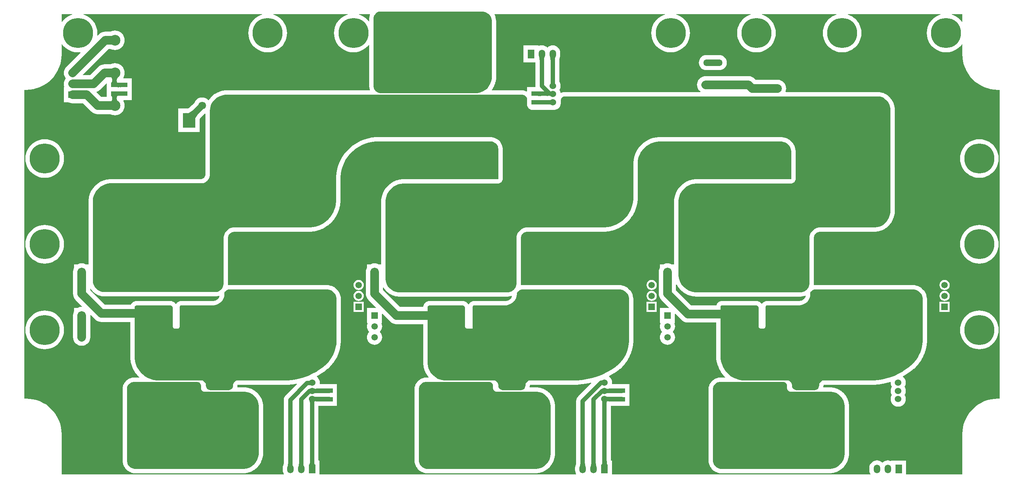
<source format=gbl>
G04 Layer_Physical_Order=2*
G04 Layer_Color=16711680*
%FSLAX44Y44*%
%MOMM*%
G71*
G01*
G75*
G04:AMPARAMS|DCode=10|XSize=21.5mm|YSize=13.5mm|CornerRadius=0.3375mm|HoleSize=0mm|Usage=FLASHONLY|Rotation=180.000|XOffset=0mm|YOffset=0mm|HoleType=Round|Shape=RoundedRectangle|*
%AMROUNDEDRECTD10*
21,1,21.5000,12.8250,0,0,180.0*
21,1,20.8250,13.5000,0,0,180.0*
1,1,0.6750,-10.4125,6.4125*
1,1,0.6750,10.4125,6.4125*
1,1,0.6750,10.4125,-6.4125*
1,1,0.6750,-10.4125,-6.4125*
%
%ADD10ROUNDEDRECTD10*%
%ADD12R,1.5200X1.1000*%
%ADD13C,1.0160*%
%ADD14C,2.0000*%
%ADD16R,16.0020X16.8910*%
%ADD17C,7.0000*%
%ADD18R,2.0000X1.5000*%
%ADD19O,2.0000X1.5000*%
%ADD20C,2.5000*%
%ADD21C,1.8000*%
%ADD22R,1.5000X1.5000*%
%ADD23C,1.5000*%
%ADD24O,5.0000X8.0000*%
%ADD25C,1.5240*%
%ADD26C,4.0000*%
%ADD27C,2.0000*%
%ADD28R,1.5000X2.0000*%
%ADD29O,1.5000X2.0000*%
%ADD30O,4.5000X1.5000*%
%ADD31C,0.8000*%
%ADD32C,0.6000*%
%ADD33R,3.0000X3.5000*%
%ADD34C,1.0000*%
%ADD35C,1.5000*%
G36*
X1261161Y155826D02*
X1266140Y155740D01*
Y145580D01*
X1261161Y145541D01*
Y145500D01*
X1261059Y145516D01*
X1260754Y145529D01*
X1260084Y145533D01*
X1255980Y145500D01*
Y145554D01*
X1251001Y145580D01*
Y155740D01*
X1252931Y155747D01*
X1255980Y155919D01*
Y156440D01*
X1256081Y156307D01*
X1256386Y156188D01*
X1256894Y156083D01*
X1257505Y156005D01*
X1260754Y156188D01*
X1261059Y156307D01*
X1261161Y156440D01*
Y155826D01*
D02*
G37*
G36*
X280723Y171108D02*
X282341Y170438D01*
X283797Y169465D01*
X285035Y168227D01*
X286008Y166771D01*
X286678Y165153D01*
X287020Y163436D01*
X287020Y162560D01*
X287020Y157480D01*
Y157480D01*
X287063Y156609D01*
X287403Y154899D01*
X288070Y153289D01*
X289038Y151840D01*
X290270Y150608D01*
X291719Y149640D01*
X293329Y148973D01*
X295039Y148633D01*
X295910Y148590D01*
X387350Y148590D01*
Y148590D01*
X389597Y148590D01*
X394054Y148003D01*
X398396Y146840D01*
X402549Y145120D01*
X406441Y142872D01*
X410008Y140136D01*
X413186Y136958D01*
X415922Y133391D01*
X418170Y129499D01*
X419890Y125346D01*
X421053Y121004D01*
X421640Y116547D01*
Y114300D01*
X421640Y5080D01*
X421640D01*
Y2666D01*
X421010Y-2121D01*
X419760Y-6784D01*
X417913Y-11244D01*
X415499Y-15426D01*
X412560Y-19256D01*
X409146Y-22670D01*
X405316Y-25609D01*
X401134Y-28023D01*
X396674Y-29870D01*
X392010Y-31120D01*
X387224Y-31750D01*
X384810D01*
X303530Y-31750D01*
X134620Y-31750D01*
X132619Y-31750D01*
X128693Y-30969D01*
X124995Y-29437D01*
X121667Y-27214D01*
X118836Y-24383D01*
X116613Y-21055D01*
X115081Y-17357D01*
X114300Y-13431D01*
X114300Y-11430D01*
X114300Y154940D01*
X114300Y156566D01*
X114934Y159756D01*
X116179Y162760D01*
X117986Y165464D01*
X120285Y167764D01*
X122990Y169571D01*
X125994Y170816D01*
X129184Y171450D01*
X130810Y171450D01*
X278130Y171450D01*
Y171450D01*
X279006Y171450D01*
X280723Y171108D01*
D02*
G37*
G36*
X961840D02*
X963458Y170438D01*
X964914Y169465D01*
X966152Y168227D01*
X967125Y166771D01*
X967795Y165153D01*
X968137Y163436D01*
X968137Y162560D01*
X968137Y157480D01*
Y157480D01*
X968180Y156609D01*
X968520Y154899D01*
X969187Y153289D01*
X970155Y151840D01*
X971387Y150608D01*
X972836Y149640D01*
X974446Y148973D01*
X976156Y148633D01*
X977027Y148590D01*
X1068467Y148590D01*
Y148590D01*
X1070714Y148590D01*
X1075171Y148003D01*
X1079513Y146840D01*
X1083666Y145120D01*
X1087558Y142872D01*
X1091124Y140136D01*
X1094303Y136958D01*
X1097039Y133391D01*
X1099287Y129499D01*
X1101007Y125346D01*
X1102170Y121004D01*
X1102757Y116547D01*
Y114300D01*
X1102757Y5080D01*
X1102757D01*
Y2666D01*
X1102127Y-2121D01*
X1100877Y-6784D01*
X1099030Y-11244D01*
X1096616Y-15426D01*
X1093677Y-19256D01*
X1090263Y-22670D01*
X1086432Y-25609D01*
X1082251Y-28023D01*
X1077791Y-29870D01*
X1073128Y-31120D01*
X1068341Y-31750D01*
X1065927D01*
X984647Y-31750D01*
X815737Y-31750D01*
X813736Y-31750D01*
X809810Y-30969D01*
X806112Y-29437D01*
X802784Y-27214D01*
X799953Y-24383D01*
X797730Y-21055D01*
X796198Y-17357D01*
X795417Y-13431D01*
X795417Y-11430D01*
X795417Y154940D01*
X795417Y156566D01*
X796051Y159756D01*
X797296Y162760D01*
X799103Y165464D01*
X801402Y167764D01*
X804107Y169571D01*
X807111Y170816D01*
X810301Y171450D01*
X811927Y171450D01*
X959247Y171450D01*
Y171450D01*
X960123Y171450D01*
X961840Y171108D01*
D02*
G37*
G36*
X558851Y145500D02*
X558749Y145516D01*
X558444Y145529D01*
X555884Y145542D01*
X551785Y145326D01*
Y145564D01*
X548690Y145580D01*
Y155740D01*
X550621Y155747D01*
X551785Y155813D01*
Y155994D01*
X551878Y155946D01*
X552057Y155903D01*
X552322Y155864D01*
X552484Y155852D01*
X558444Y156188D01*
X558749Y156307D01*
X558851Y156440D01*
Y145500D01*
D02*
G37*
G36*
X1240841D02*
X1240739Y145516D01*
X1240434Y145529D01*
X1237874Y145542D01*
X1233775Y145326D01*
Y145564D01*
X1230680Y145580D01*
Y155740D01*
X1232611Y155747D01*
X1233775Y155813D01*
Y155994D01*
X1233868Y155946D01*
X1234047Y155903D01*
X1234312Y155864D01*
X1234474Y155852D01*
X1240434Y156188D01*
X1240739Y156307D01*
X1240841Y156440D01*
Y145500D01*
D02*
G37*
G36*
X579170Y155826D02*
X584150Y155740D01*
Y145580D01*
X579170Y145541D01*
Y145500D01*
X579069Y145516D01*
X578764Y145529D01*
X578094Y145533D01*
X573989Y145500D01*
Y145554D01*
X569011Y145580D01*
Y155740D01*
X570941Y155747D01*
X573989Y155919D01*
Y156440D01*
X574091Y156307D01*
X574396Y156188D01*
X574904Y156083D01*
X575515Y156005D01*
X578764Y156188D01*
X579069Y156307D01*
X579170Y156440D01*
Y155826D01*
D02*
G37*
G36*
X1647640Y171108D02*
X1649258Y170438D01*
X1650714Y169465D01*
X1651952Y168227D01*
X1652925Y166771D01*
X1653595Y165153D01*
X1653937Y163436D01*
X1653937Y162560D01*
X1653937Y157480D01*
Y157480D01*
X1653980Y156609D01*
X1654320Y154899D01*
X1654987Y153289D01*
X1655955Y151840D01*
X1657187Y150608D01*
X1658636Y149640D01*
X1660246Y148973D01*
X1661956Y148633D01*
X1662827Y148590D01*
X1754267Y148590D01*
Y148590D01*
X1756514Y148590D01*
X1760971Y148003D01*
X1765313Y146840D01*
X1769466Y145120D01*
X1773358Y142872D01*
X1776924Y140136D01*
X1780103Y136958D01*
X1782839Y133391D01*
X1785087Y129499D01*
X1786807Y125346D01*
X1787970Y121004D01*
X1788557Y116547D01*
Y114300D01*
X1788557Y5080D01*
X1788557D01*
Y2666D01*
X1787927Y-2121D01*
X1786677Y-6784D01*
X1784830Y-11244D01*
X1782416Y-15426D01*
X1779477Y-19256D01*
X1776063Y-22670D01*
X1772233Y-25609D01*
X1768051Y-28023D01*
X1763591Y-29870D01*
X1758927Y-31120D01*
X1754141Y-31750D01*
X1751727D01*
X1670447Y-31750D01*
X1501537Y-31750D01*
X1499536Y-31750D01*
X1495610Y-30969D01*
X1491912Y-29437D01*
X1488584Y-27214D01*
X1485753Y-24383D01*
X1483530Y-21055D01*
X1481998Y-17357D01*
X1481217Y-13431D01*
X1481217Y-11430D01*
X1481217Y154940D01*
X1481217Y156566D01*
X1481851Y159756D01*
X1483096Y162760D01*
X1484903Y165464D01*
X1487202Y167764D01*
X1489906Y169571D01*
X1492911Y170816D01*
X1496101Y171450D01*
X1497727Y171450D01*
X1645047Y171450D01*
Y171450D01*
X1645923Y171450D01*
X1647640Y171108D01*
D02*
G37*
G36*
X1396951Y398192D02*
X1399063Y394533D01*
X1399466Y394008D01*
X1399796Y393436D01*
X1403141Y389077D01*
X1403608Y388610D01*
X1404011Y388086D01*
X1407895Y384201D01*
X1408420Y383798D01*
X1408887Y383331D01*
X1413246Y379986D01*
X1413818Y379656D01*
X1414343Y379253D01*
X1419101Y376506D01*
X1419711Y376254D01*
X1420284Y375923D01*
X1425360Y373820D01*
X1425998Y373649D01*
X1426609Y373396D01*
X1431916Y371974D01*
X1432571Y371888D01*
X1433210Y371717D01*
X1438656Y371000D01*
X1439318D01*
X1439973Y370914D01*
X1442720Y370914D01*
X1685132Y370914D01*
X1687198Y370914D01*
X1688170Y371041D01*
X1689147Y371103D01*
X1693202Y371902D01*
X1694130Y372215D01*
X1695077Y372464D01*
X1696723Y373139D01*
X1697677Y372300D01*
X1697560Y371866D01*
X1696731Y369864D01*
X1695648Y367988D01*
X1694330Y366269D01*
X1692798Y364737D01*
X1691079Y363419D01*
X1689203Y362336D01*
X1687201Y361507D01*
X1685109Y360946D01*
X1682797Y360642D01*
X1681712Y360606D01*
X1607820Y360606D01*
X1607062D01*
X1606407Y360520D01*
X1605746D01*
X1605107Y360349D01*
X1604452Y360263D01*
X1603841Y360010D01*
X1603202Y359838D01*
X1601802Y359258D01*
X1601230Y358928D01*
X1600619Y358675D01*
X1600094Y358272D01*
X1599522Y357942D01*
X1599054Y357475D01*
X1598530Y357072D01*
X1597458Y356000D01*
X1597056Y355476D01*
X1596588Y355009D01*
X1596258Y354436D01*
X1596164Y354314D01*
X1595789Y354190D01*
X1594922Y354149D01*
X1594612Y354228D01*
X1594465Y354375D01*
X1594062Y354899D01*
X1592276Y356686D01*
X1591751Y357089D01*
X1591283Y357556D01*
X1590711Y357887D01*
X1590187Y358289D01*
X1589576Y358542D01*
X1589003Y358872D01*
X1586669Y359839D01*
X1586030Y360010D01*
X1585419Y360263D01*
X1584764Y360349D01*
X1584126Y360520D01*
X1583464Y360520D01*
X1582808Y360606D01*
X1581547Y360606D01*
X1581547Y360606D01*
X1502412Y360606D01*
X1501733Y360606D01*
X1501077Y360520D01*
X1500415Y360520D01*
X1499777Y360349D01*
X1499122Y360263D01*
X1498511Y360010D01*
X1497872Y359839D01*
X1496617Y359319D01*
X1496044Y358989D01*
X1495433Y358736D01*
X1494909Y358333D01*
X1494337Y358003D01*
X1493869Y357535D01*
X1493344Y357132D01*
X1492384Y356172D01*
X1491981Y355647D01*
X1491514Y355180D01*
X1491183Y354607D01*
X1490781Y354083D01*
X1490528Y353472D01*
X1490197Y352899D01*
X1489678Y351644D01*
X1489507Y351005D01*
X1489253Y350394D01*
X1489241Y350297D01*
X1430657D01*
X1395110Y385844D01*
Y398528D01*
X1395270Y398624D01*
X1396951Y398192D01*
D02*
G37*
G36*
X714109Y390030D02*
X714512Y389505D01*
X714842Y388933D01*
X717376Y385631D01*
X717843Y385163D01*
X718246Y384639D01*
X721189Y381696D01*
X721713Y381293D01*
X722181Y380826D01*
X725483Y378292D01*
X726055Y377962D01*
X726580Y377559D01*
X730184Y375478D01*
X730795Y375225D01*
X731367Y374895D01*
X735212Y373302D01*
X735851Y373131D01*
X736462Y372878D01*
X740482Y371801D01*
X741137Y371714D01*
X741776Y371543D01*
X745902Y371000D01*
X746564D01*
X747219Y370914D01*
X749300D01*
X1001872Y370914D01*
X1003939Y370914D01*
X1004910Y371041D01*
X1005887Y371103D01*
X1009942Y371902D01*
X1010870Y372215D01*
X1011372Y372347D01*
X1012437Y371461D01*
X1012335Y371113D01*
X1010965Y368404D01*
X1009124Y365990D01*
X1006872Y363954D01*
X1004286Y362364D01*
X1001453Y361273D01*
X998239Y360676D01*
X996718Y360606D01*
X924562Y360606D01*
X923804Y360606D01*
X923148Y360520D01*
X922486Y360520D01*
X921849Y360349D01*
X921193Y360263D01*
X920582Y360010D01*
X919943Y359839D01*
X918543Y359259D01*
X917970Y358928D01*
X917358Y358675D01*
X916834Y358273D01*
X916262Y357943D01*
X915794Y357475D01*
X915269Y357072D01*
X914198Y356000D01*
X913795Y355476D01*
X913327Y355008D01*
X912997Y354435D01*
X912595Y353911D01*
X912342Y353300D01*
X912091Y352865D01*
X911522Y352759D01*
X911348Y352771D01*
X910695Y352868D01*
X910336Y353335D01*
X910006Y353907D01*
X909538Y354375D01*
X909135Y354899D01*
X907349Y356686D01*
X906824Y357089D01*
X906356Y357556D01*
X905784Y357887D01*
X905260Y358289D01*
X904649Y358542D01*
X904076Y358873D01*
X901742Y359839D01*
X901103Y360010D01*
X900491Y360263D01*
X899836Y360349D01*
X899198Y360520D01*
X898537Y360520D01*
X897881Y360606D01*
X896620Y360606D01*
X896620Y360606D01*
X820421Y360606D01*
X819410Y360606D01*
X818754Y360520D01*
X818093Y360520D01*
X817455Y360349D01*
X816799Y360263D01*
X816188Y360010D01*
X815549Y359838D01*
X813682Y359065D01*
X813110Y358735D01*
X812499Y358481D01*
X811975Y358079D01*
X811402Y357749D01*
X810935Y357281D01*
X810410Y356879D01*
X808981Y355449D01*
X808579Y354925D01*
X808111Y354457D01*
X807781Y353885D01*
X807378Y353361D01*
X807125Y352750D01*
X806795Y352177D01*
X806021Y350310D01*
X805850Y349671D01*
X805597Y349060D01*
X805511Y348405D01*
X805340Y347766D01*
Y347723D01*
X804326Y346487D01*
X751207D01*
X711850Y385844D01*
Y391403D01*
X713120Y391743D01*
X714109Y390030D01*
D02*
G37*
G36*
X30401Y388307D02*
X30803Y387783D01*
X31133Y387210D01*
X33332Y384345D01*
X33799Y383878D01*
X34202Y383353D01*
X36755Y380800D01*
X37280Y380397D01*
X37747Y379930D01*
X40612Y377732D01*
X41185Y377401D01*
X41709Y376999D01*
X44836Y375193D01*
X45447Y374940D01*
X46020Y374609D01*
X49356Y373228D01*
X49995Y373056D01*
X50605Y372803D01*
X54093Y371869D01*
X54749Y371782D01*
X55388Y371611D01*
X58968Y371140D01*
X59629D01*
X60284Y371054D01*
X62090D01*
X318864Y371054D01*
X320930Y371054D01*
X321902Y371181D01*
X322879Y371243D01*
X326934Y372042D01*
X327862Y372355D01*
X328809Y372604D01*
X329768Y372997D01*
X330722Y372158D01*
X330643Y371866D01*
X329814Y369864D01*
X328731Y367988D01*
X327412Y366269D01*
X325880Y364738D01*
X324162Y363419D01*
X322286Y362336D01*
X320284Y361507D01*
X318191Y360946D01*
X315880Y360642D01*
X314795Y360606D01*
X241301Y360606D01*
X240543Y360606D01*
X239887Y360520D01*
X239226D01*
X238587Y360349D01*
X237932Y360263D01*
X237321Y360010D01*
X236682Y359839D01*
X235282Y359259D01*
X234709Y358928D01*
X234099Y358675D01*
X233574Y358273D01*
X233002Y357942D01*
X232534Y357475D01*
X232010Y357072D01*
X230938Y356000D01*
X230535Y355476D01*
X230068Y355008D01*
X229737Y354436D01*
X229420Y354022D01*
X229414Y354018D01*
X228798Y353910D01*
X228015Y353907D01*
X227548Y354375D01*
X227145Y354899D01*
X225359Y356686D01*
X224834Y357088D01*
X224367Y357556D01*
X223794Y357886D01*
X223270Y358288D01*
X222659Y358541D01*
X222086Y358872D01*
X219752Y359839D01*
X219113Y360010D01*
X218503Y360263D01*
X217847Y360349D01*
X217209Y360520D01*
X216548Y360520D01*
X215892Y360606D01*
X214630Y360606D01*
X214630Y360606D01*
X136150D01*
X135494Y360520D01*
X134833D01*
X134194Y360349D01*
X133539Y360262D01*
X132928Y360010D01*
X132290Y359838D01*
X130422Y359065D01*
X129850Y358735D01*
X129239Y358481D01*
X128715Y358079D01*
X128142Y357748D01*
X127675Y357281D01*
X127150Y356879D01*
X125721Y355450D01*
X125319Y354925D01*
X124851Y354458D01*
X124521Y353885D01*
X124118Y353361D01*
X123865Y352750D01*
X123535Y352177D01*
X123282Y351567D01*
X62997D01*
X28719Y385844D01*
Y388766D01*
X29946Y389094D01*
X30401Y388307D01*
D02*
G37*
G36*
X1718707Y387350D02*
X1947307Y387350D01*
Y387350D01*
X1949559Y387350D01*
X1953975Y386472D01*
X1958136Y384749D01*
X1961880Y382247D01*
X1965064Y379063D01*
X1967566Y375318D01*
X1969289Y371158D01*
X1970167Y366742D01*
X1970167Y364490D01*
X1970167Y269594D01*
X1970167D01*
X1970167Y266356D01*
X1969639Y259902D01*
X1968587Y253512D01*
X1967018Y247229D01*
X1964942Y241095D01*
X1962373Y235151D01*
X1959328Y229436D01*
X1955828Y223988D01*
X1951895Y218843D01*
X1947556Y214036D01*
X1942840Y209598D01*
X1937778Y205560D01*
X1935090Y203754D01*
X1927274Y198500D01*
Y198500D01*
X1923077Y195679D01*
X1914289Y190673D01*
X1905154Y186330D01*
X1895724Y182674D01*
X1886049Y179725D01*
X1876183Y177498D01*
X1866179Y176007D01*
X1856093Y175260D01*
X1851035Y175260D01*
X1740297D01*
Y175260D01*
X1739177Y175205D01*
X1736979Y174768D01*
X1734909Y173910D01*
X1733046Y172665D01*
X1731461Y171081D01*
X1730217Y169218D01*
X1729359Y167148D01*
X1728922Y164950D01*
X1728867Y163830D01*
X1728867Y162704D01*
X1728428Y160496D01*
X1727566Y158416D01*
X1726315Y156544D01*
X1724723Y154952D01*
X1722851Y153701D01*
X1720771Y152839D01*
X1718563Y152400D01*
X1717437Y152400D01*
X1675671D01*
X1673463Y152839D01*
X1671383Y153701D01*
X1669511Y154952D01*
X1667919Y156544D01*
X1666668Y158416D01*
X1665806Y160496D01*
X1665367Y162704D01*
Y163830D01*
X1665312Y164950D01*
X1664875Y167148D01*
X1664018Y169218D01*
X1662773Y171081D01*
X1661188Y172666D01*
X1659325Y173910D01*
X1657255Y174768D01*
X1655057Y175205D01*
X1653937Y175260D01*
X1554877D01*
X1551214Y175260D01*
X1543952Y176216D01*
X1536876Y178112D01*
X1530109Y180915D01*
X1523765Y184578D01*
X1517954Y189037D01*
X1512774Y194217D01*
X1508315Y200028D01*
X1504652Y206372D01*
X1501849Y213139D01*
X1499953Y220215D01*
X1498997Y227477D01*
X1498997Y231140D01*
X1498997Y347107D01*
X1498997Y347786D01*
X1499516Y349040D01*
X1500476Y350001D01*
X1501731Y350520D01*
X1502410Y350520D01*
X1581547Y350520D01*
Y350520D01*
X1582810Y350520D01*
X1585144Y349554D01*
X1586931Y347767D01*
X1587897Y345433D01*
X1587897Y344170D01*
X1587897Y300593D01*
X1587987Y299679D01*
X1588686Y297991D01*
X1589978Y296699D01*
X1591667Y296000D01*
X1592580Y295910D01*
X1597660Y295910D01*
X1598899Y296032D01*
X1601188Y296980D01*
X1602940Y298732D01*
X1603888Y301021D01*
X1604010Y302260D01*
Y346710D01*
Y347468D01*
X1604590Y348868D01*
X1605662Y349940D01*
X1607062Y350520D01*
X1607820D01*
X1681877Y350520D01*
X1683621Y350577D01*
X1687080Y351032D01*
X1690450Y351935D01*
X1693673Y353270D01*
X1696694Y355014D01*
X1699462Y357138D01*
X1701929Y359605D01*
X1704053Y362373D01*
X1705797Y365394D01*
X1707132Y368617D01*
X1708035Y371987D01*
X1708490Y375446D01*
X1708547Y377190D01*
X1708547Y378191D01*
X1708937Y380154D01*
X1709702Y382003D01*
X1710814Y383667D01*
X1712230Y385082D01*
X1713894Y386194D01*
X1715743Y386960D01*
X1717706Y387350D01*
X1718707Y387350D01*
D02*
G37*
G36*
X1036320D02*
X1262380Y387350D01*
X1262380Y387350D01*
X1264632Y387350D01*
X1269048Y386472D01*
X1273208Y384749D01*
X1276953Y382247D01*
X1280137Y379063D01*
X1282639Y375319D01*
X1284362Y371158D01*
X1285240Y366742D01*
X1285240Y364490D01*
X1285240Y269594D01*
X1285240Y269594D01*
X1285240Y266356D01*
X1284712Y259902D01*
X1283660Y253512D01*
X1282091Y247229D01*
X1280015Y241095D01*
X1277446Y235151D01*
X1274401Y229436D01*
X1270901Y223988D01*
X1266968Y218843D01*
X1262629Y214036D01*
X1257913Y209598D01*
X1252851Y205560D01*
X1250163Y203754D01*
X1245017Y200295D01*
X1234242Y194157D01*
X1223043Y188832D01*
X1211481Y184350D01*
X1199619Y180734D01*
X1187523Y178004D01*
X1175258Y176176D01*
X1162891Y175260D01*
X1156691Y175260D01*
X1055370D01*
Y175260D01*
X1054250Y175205D01*
X1052052Y174768D01*
X1049982Y173910D01*
X1048119Y172665D01*
X1046535Y171081D01*
X1045290Y169218D01*
X1044432Y167148D01*
X1043995Y164950D01*
X1043940Y163830D01*
X1043940Y162704D01*
X1043501Y160496D01*
X1042639Y158416D01*
X1041388Y156544D01*
X1039796Y154952D01*
X1037924Y153701D01*
X1035844Y152839D01*
X1033636Y152400D01*
X1032510Y152400D01*
X990744D01*
X988536Y152839D01*
X986456Y153701D01*
X984584Y154952D01*
X982992Y156544D01*
X981741Y158416D01*
X980880Y160496D01*
X980440Y162704D01*
Y163830D01*
X980385Y164950D01*
X979948Y167148D01*
X979091Y169218D01*
X977846Y171081D01*
X976261Y172666D01*
X974398Y173910D01*
X972328Y174768D01*
X970130Y175205D01*
X969010Y175260D01*
X854503D01*
X849056Y175977D01*
X843750Y177399D01*
X838674Y179501D01*
X833916Y182248D01*
X829558Y185593D01*
X825673Y189478D01*
X822328Y193836D01*
X819582Y198594D01*
X817479Y203669D01*
X816057Y208976D01*
X815340Y214423D01*
Y217170D01*
X815340Y345440D01*
X815340Y346450D01*
X816113Y348317D01*
X817542Y349747D01*
X819409Y350520D01*
X820420Y350520D01*
X896620Y350520D01*
X896620Y350520D01*
X897883Y350520D01*
X900217Y349554D01*
X902003Y347767D01*
X902970Y345433D01*
X902970Y344170D01*
X902970Y300990D01*
Y300990D01*
X903067Y299999D01*
X903826Y298167D01*
X905228Y296766D01*
X907059Y296007D01*
X908050Y295910D01*
X920750Y295910D01*
X920750Y346710D01*
X920750Y347468D01*
X921330Y348868D01*
X922402Y349940D01*
X923802Y350520D01*
X924560Y350520D01*
X996950Y350520D01*
X996950D01*
X999397Y350632D01*
X1004210Y351527D01*
X1008778Y353285D01*
X1012947Y355850D01*
X1016578Y359133D01*
X1019548Y363024D01*
X1021756Y367393D01*
X1023128Y372091D01*
X1023486Y374515D01*
X1023485Y375779D01*
X1023978Y378259D01*
X1024945Y380595D01*
X1026350Y382698D01*
X1028137Y384485D01*
X1030240Y385890D01*
X1032576Y386857D01*
X1035055Y387350D01*
X1036320Y387350D01*
D02*
G37*
G36*
X351790D02*
X580390Y387350D01*
Y387350D01*
X582641Y387350D01*
X587058Y386472D01*
X591218Y384748D01*
X594963Y382247D01*
X598147Y379063D01*
X600648Y375318D01*
X602372Y371158D01*
X603250Y366742D01*
X603250Y364490D01*
X603250Y269594D01*
X603250D01*
X603250Y266356D01*
X602722Y259902D01*
X601670Y253512D01*
X600101Y247229D01*
X598025Y241095D01*
X595456Y235151D01*
X592411Y229436D01*
X588911Y223988D01*
X584978Y218843D01*
X580639Y214036D01*
X575923Y209598D01*
X570861Y205560D01*
X568173Y203754D01*
X560357Y198500D01*
Y198500D01*
X556160Y195679D01*
X547372Y190673D01*
X538237Y186330D01*
X528807Y182674D01*
X519132Y179725D01*
X509266Y177498D01*
X499262Y176007D01*
X489175Y175260D01*
X484118Y175260D01*
X373380D01*
Y175260D01*
X372260Y175205D01*
X370062Y174768D01*
X367992Y173910D01*
X366129Y172665D01*
X364544Y171081D01*
X363300Y169218D01*
X362442Y167148D01*
X362005Y164950D01*
X361950Y163830D01*
X361950Y162704D01*
X361511Y160496D01*
X360649Y158416D01*
X359398Y156544D01*
X357806Y154952D01*
X355934Y153701D01*
X353854Y152839D01*
X351646Y152400D01*
X350520Y152400D01*
X308754D01*
X306546Y152839D01*
X304466Y153701D01*
X302594Y154952D01*
X301002Y156544D01*
X299751Y158416D01*
X298890Y160496D01*
X298450Y162704D01*
Y163830D01*
X298395Y164950D01*
X297958Y167148D01*
X297101Y169218D01*
X295856Y171081D01*
X294271Y172666D01*
X292408Y173910D01*
X290338Y174768D01*
X288140Y175205D01*
X287020Y175260D01*
X187960D01*
X184297Y175260D01*
X177035Y176216D01*
X169959Y178112D01*
X163192Y180915D01*
X156848Y184578D01*
X151037Y189037D01*
X145857Y194217D01*
X141398Y200028D01*
X137735Y206372D01*
X134932Y213139D01*
X133036Y220215D01*
X132080Y227477D01*
X132080Y231140D01*
X132080Y345440D01*
Y346450D01*
X132853Y348317D01*
X134282Y349747D01*
X136150Y350520D01*
X214630D01*
Y350520D01*
X215893Y350520D01*
X218227Y349553D01*
X220013Y347767D01*
X220980Y345433D01*
X220980Y344170D01*
X220980Y300990D01*
X221077Y299999D01*
X221836Y298168D01*
X223238Y296766D01*
X225069Y296008D01*
X226060Y295910D01*
X232410Y295910D01*
X233401Y296008D01*
X235232Y296766D01*
X236634Y298168D01*
X237392Y299999D01*
X237490Y300990D01*
X237490Y346710D01*
X237490Y347468D01*
X238070Y348868D01*
X239142Y349940D01*
X240542Y350520D01*
X241300Y350520D01*
X314960Y350520D01*
X316704Y350577D01*
X320163Y351032D01*
X323533Y351935D01*
X326756Y353270D01*
X329777Y355014D01*
X332545Y357138D01*
X335012Y359605D01*
X337136Y362373D01*
X338880Y365394D01*
X340215Y368617D01*
X341118Y371987D01*
X341573Y375446D01*
X341630Y377190D01*
X341630Y378191D01*
X342020Y380154D01*
X342786Y382003D01*
X343898Y383667D01*
X345313Y385082D01*
X346977Y386194D01*
X348826Y386960D01*
X350789Y387350D01*
X351790Y387350D01*
D02*
G37*
G36*
X1224173Y144276D02*
X1224045Y144306D01*
X1223863Y144265D01*
X1223626Y144154D01*
X1223335Y143972D01*
X1222991Y143718D01*
X1222138Y142999D01*
X1221069Y141996D01*
X1220453Y141388D01*
X1214068Y149372D01*
X1221632Y154287D01*
X1224173Y144276D01*
D02*
G37*
G36*
X1207777Y-15400D02*
X1208223Y-21448D01*
X1208427Y-22667D01*
X1208946Y-24756D01*
X1209261Y-25625D01*
X1209613Y-26378D01*
X1195745D01*
X1196097Y-25625D01*
X1196412Y-24756D01*
X1196690Y-23770D01*
X1196931Y-22667D01*
X1197302Y-20111D01*
X1197432Y-18658D01*
X1197599Y-13596D01*
X1207759D01*
X1207777Y-15400D01*
D02*
G37*
G36*
X551114Y-13680D02*
X551484Y-18181D01*
X551706Y-19281D01*
X551978Y-20180D01*
X552299Y-20880D01*
X552669Y-21381D01*
X553089Y-21681D01*
X553559Y-21781D01*
X538619D01*
X539089Y-21681D01*
X539509Y-21381D01*
X539879Y-20880D01*
X540200Y-20180D01*
X540472Y-19281D01*
X540694Y-18181D01*
X540867Y-16881D01*
X541064Y-13680D01*
X541089Y-11781D01*
X551089D01*
X551114Y-13680D01*
D02*
G37*
G36*
X1233434Y-13551D02*
X1233755Y-18123D01*
X1233947Y-19240D01*
X1234182Y-20155D01*
X1234459Y-20866D01*
X1234780Y-21374D01*
X1235143Y-21679D01*
X1235548Y-21781D01*
X1220610D01*
X1221112Y-21679D01*
X1221561Y-21374D01*
X1221958Y-20866D01*
X1222301Y-20155D01*
X1222592Y-19240D01*
X1222830Y-18123D01*
X1223015Y-16802D01*
X1223147Y-15278D01*
X1223253Y-11621D01*
X1233413D01*
X1233434Y-13551D01*
D02*
G37*
G36*
X500308Y-15450D02*
X500773Y-21397D01*
X500985Y-22611D01*
X501527Y-24712D01*
X501856Y-25599D01*
X502223Y-26378D01*
X488355D01*
X488722Y-25599D01*
X489051Y-24712D01*
X489341Y-23716D01*
X489593Y-22611D01*
X489980Y-20073D01*
X490115Y-18641D01*
X490289Y-13691D01*
X500289D01*
X500308Y-15450D01*
D02*
G37*
G36*
X525708D02*
X526173Y-21397D01*
X526385Y-22611D01*
X526927Y-24712D01*
X527256Y-25599D01*
X527623Y-26378D01*
X513755D01*
X514122Y-25599D01*
X514451Y-24712D01*
X514741Y-23716D01*
X514993Y-22611D01*
X515379Y-20073D01*
X515515Y-18641D01*
X515689Y-13691D01*
X525689D01*
X525708Y-15450D01*
D02*
G37*
G36*
X1182377Y-15400D02*
X1182823Y-21448D01*
X1183027Y-22667D01*
X1183546Y-24756D01*
X1183861Y-25625D01*
X1184213Y-26378D01*
X1170345D01*
X1170697Y-25625D01*
X1171012Y-24756D01*
X1171290Y-23770D01*
X1171531Y-22667D01*
X1171902Y-20111D01*
X1172032Y-18658D01*
X1172199Y-13596D01*
X1182359D01*
X1182377Y-15400D01*
D02*
G37*
G36*
X551493Y125943D02*
X551416Y125828D01*
X551347Y125628D01*
X551287Y125345D01*
X551234Y124979D01*
X551154Y123996D01*
X551093Y121894D01*
X551089Y121026D01*
X541089Y121469D01*
X540831Y126299D01*
X551493Y125943D01*
D02*
G37*
G36*
X551878Y136846D02*
X552057Y136803D01*
X552322Y136764D01*
X553112Y136704D01*
X555726Y136643D01*
X556595Y136640D01*
Y136484D01*
X558851Y136440D01*
Y125500D01*
X558749Y125687D01*
X558444Y125853D01*
X557936Y126000D01*
X557225Y126127D01*
X556311Y126235D01*
X554347Y126361D01*
X551785Y126226D01*
Y126427D01*
X548690Y126480D01*
Y136640D01*
X551785Y136579D01*
Y136894D01*
X551878Y136846D01*
D02*
G37*
G36*
X1233868D02*
X1234047Y136803D01*
X1234312Y136764D01*
X1235102Y136704D01*
X1237716Y136643D01*
X1238585Y136640D01*
Y136484D01*
X1240841Y136440D01*
Y125500D01*
X1240739Y125687D01*
X1240434Y125853D01*
X1239926Y126000D01*
X1239215Y126127D01*
X1238300Y126235D01*
X1236337Y126361D01*
X1233775Y126226D01*
Y126427D01*
X1230680Y126480D01*
Y136640D01*
X1233775Y136579D01*
Y136894D01*
X1233868Y136846D01*
D02*
G37*
G36*
X542183Y144276D02*
X542042Y144315D01*
X541848Y144282D01*
X541602Y144177D01*
X541302Y144001D01*
X540951Y143753D01*
X540546Y143433D01*
X539578Y142579D01*
X538399Y141438D01*
X532135Y149316D01*
X539642Y154287D01*
X542183Y144276D01*
D02*
G37*
G36*
X1233619Y126025D02*
X1233576Y125846D01*
X1233538Y125581D01*
X1233476Y124791D01*
X1233416Y122177D01*
X1233413Y121308D01*
X1223253D01*
X1222999Y126118D01*
X1233667D01*
X1233619Y126025D01*
D02*
G37*
G36*
X584150Y126480D02*
X582219Y126470D01*
X579170Y126274D01*
Y125500D01*
X579069Y125687D01*
X578764Y125853D01*
X578256Y126000D01*
X577545Y126127D01*
X577312Y126155D01*
X574904Y126000D01*
X574396Y125853D01*
X574091Y125687D01*
X573989Y125500D01*
Y126395D01*
X569011Y126480D01*
Y136640D01*
X576580Y136491D01*
X584150Y136640D01*
Y126480D01*
D02*
G37*
G36*
X1266140D02*
X1264209Y126470D01*
X1261161Y126274D01*
Y125500D01*
X1261059Y125687D01*
X1260754Y125853D01*
X1260246Y126000D01*
X1259535Y126127D01*
X1259302Y126155D01*
X1256894Y126000D01*
X1256386Y125853D01*
X1256081Y125687D01*
X1255980Y125500D01*
Y126395D01*
X1251001Y126480D01*
Y136640D01*
X1258570Y136491D01*
X1266140Y136640D01*
Y126480D01*
D02*
G37*
G36*
X100380Y849722D02*
X102660Y849710D01*
Y839710D01*
X100380Y839603D01*
Y839240D01*
X100281Y839330D01*
X99980Y839409D01*
X99480Y839480D01*
X98878Y839532D01*
X92660Y839240D01*
X92171Y839140D01*
X91735Y838840D01*
X91349Y838341D01*
X91015Y837641D01*
X90732Y836740D01*
X90501Y835640D01*
X90321Y834341D01*
X90268Y833513D01*
X90456Y832473D01*
X90741Y831412D01*
X91107Y830414D01*
X91554Y829480D01*
X92083Y828609D01*
X92693Y827801D01*
X93385Y827057D01*
X94158Y826376D01*
X76748Y824598D01*
X77383Y825424D01*
X77951Y826297D01*
X78453Y827215D01*
X78887Y828178D01*
X79255Y829188D01*
X79555Y830243D01*
X79789Y831344D01*
X79952Y832457D01*
X79679Y835640D01*
X79448Y836740D01*
X79165Y837641D01*
X78831Y838341D01*
X78446Y838840D01*
X78009Y839140D01*
X77520Y839240D01*
X92660D01*
Y839698D01*
X90380Y839710D01*
Y849710D01*
X92660Y849817D01*
Y850180D01*
X92760Y850090D01*
X93060Y850011D01*
X93560Y849940D01*
X94162Y849887D01*
X100380Y850180D01*
Y849722D01*
D02*
G37*
G36*
X1078280Y849534D02*
X1083260Y849470D01*
Y839310D01*
X1078280Y839119D01*
Y838921D01*
X1078179Y838995D01*
X1077874Y839061D01*
X1077595Y839093D01*
X1073100Y838921D01*
Y839246D01*
X1068120Y839310D01*
Y849470D01*
X1073100Y849661D01*
Y849859D01*
X1073201Y849786D01*
X1073506Y849719D01*
X1073785Y849687D01*
X1078280Y849859D01*
Y849534D01*
D02*
G37*
G36*
X1112445Y872805D02*
X1112684Y869339D01*
X1112759Y869051D01*
X1112843Y868844D01*
X1112938Y868721D01*
X1102308Y867825D01*
X1102333Y867899D01*
X1102355Y868063D01*
X1102375Y868314D01*
X1102435Y870895D01*
X1102440Y872546D01*
X1112440Y873671D01*
X1112445Y872805D01*
D02*
G37*
G36*
X94158Y883040D02*
X93400Y882371D01*
X92722Y881637D01*
X92124Y880836D01*
X91606Y879971D01*
X91167Y879040D01*
X90808Y878044D01*
X90529Y876982D01*
X90380Y876141D01*
X90568Y873837D01*
X90792Y872719D01*
X91066Y871805D01*
X91390Y871094D01*
X91763Y870586D01*
X92186Y870281D01*
X92660Y870180D01*
X77520D01*
X77993Y870281D01*
X78417Y870586D01*
X78790Y871094D01*
X79114Y871805D01*
X79388Y872719D01*
X79612Y873837D01*
X79786Y875158D01*
X79890Y876858D01*
X79879Y876987D01*
X79717Y878136D01*
X79488Y879236D01*
X79195Y880288D01*
X78836Y881291D01*
X78412Y882246D01*
X77923Y883152D01*
X77368Y884009D01*
X76748Y884818D01*
X94158Y883040D01*
D02*
G37*
G36*
X100380Y869722D02*
X102660Y869710D01*
Y859710D01*
X100380Y859603D01*
Y859240D01*
X100281Y859330D01*
X99980Y859409D01*
X99480Y859480D01*
X98878Y859532D01*
X92660Y859240D01*
Y859698D01*
X90380Y859710D01*
Y869710D01*
X92660Y869817D01*
Y870180D01*
X92760Y870090D01*
X93060Y870011D01*
X93560Y869940D01*
X94162Y869887D01*
X100380Y870180D01*
Y869722D01*
D02*
G37*
G36*
X1039654Y841571D02*
X1041734Y840710D01*
X1043606Y839459D01*
X1045199Y837867D01*
X1046450Y835994D01*
X1047311Y833914D01*
X1047750Y831706D01*
X1047750Y830580D01*
X1047750Y819150D01*
Y819150D01*
X1047811Y817905D01*
X1048297Y815463D01*
X1049249Y813163D01*
X1050632Y811093D01*
X1052393Y809333D01*
X1054463Y807949D01*
X1056763Y806997D01*
X1059205Y806511D01*
X1060450Y806450D01*
X1109980Y806450D01*
X1111598Y806529D01*
X1114773Y807159D01*
X1117764Y808398D01*
X1120455Y810196D01*
X1122744Y812485D01*
X1124542Y815176D01*
X1125780Y818167D01*
X1126411Y821341D01*
X1126490Y822960D01*
X1126490Y829310D01*
D01*
Y829310D01*
Y829310D01*
X1126490Y830185D01*
X1126831Y831903D01*
X1127501Y833521D01*
X1128474Y834977D01*
X1129713Y836216D01*
X1131169Y837188D01*
X1132787Y837859D01*
X1134504Y838200D01*
X1135380Y838200D01*
X1864360Y838200D01*
X1864360Y838200D01*
X1866358Y838200D01*
X1870319Y837678D01*
X1874178Y836644D01*
X1877869Y835115D01*
X1881330Y833118D01*
X1884499Y830685D01*
X1887325Y827860D01*
X1889757Y824690D01*
X1891755Y821230D01*
X1893284Y817539D01*
X1894318Y813680D01*
X1894839Y809718D01*
Y807721D01*
X1894840Y768350D01*
X1894840D01*
Y757101D01*
X1894840Y742950D01*
X1894840D01*
X1894840Y570230D01*
X1894840Y567733D01*
X1894188Y562781D01*
X1892896Y557957D01*
X1890984Y553343D01*
X1888487Y549017D01*
X1885447Y545055D01*
X1881915Y541524D01*
X1877953Y538483D01*
X1873627Y535986D01*
X1869013Y534075D01*
X1864189Y532782D01*
X1859237Y532130D01*
X1748752D01*
X1748752Y532130D01*
X1746250Y532130D01*
X1731010Y532130D01*
X1728589Y532011D01*
X1723841Y531067D01*
X1719369Y529214D01*
X1715343Y526525D01*
X1711920Y523102D01*
X1709231Y519076D01*
X1707379Y514604D01*
X1706434Y509856D01*
X1706316Y507435D01*
Y507436D01*
X1706315Y401860D01*
X1706284Y399795D01*
X1705424Y395753D01*
X1703799Y391954D01*
X1701470Y388540D01*
X1698526Y385640D01*
X1695077Y383364D01*
X1691254Y381798D01*
X1687199Y381000D01*
X1685133Y381000D01*
X1685133D01*
X1442720Y381000D01*
X1439973Y381000D01*
X1434526Y381717D01*
X1429220Y383139D01*
X1424144Y385241D01*
X1419386Y387988D01*
X1415027Y391333D01*
X1411143Y395218D01*
X1407798Y399576D01*
X1405051Y404334D01*
X1402949Y409410D01*
X1401527Y414716D01*
X1400810Y420163D01*
X1400810Y422910D01*
Y422910D01*
X1400810Y591820D01*
X1400810Y594650D01*
X1401549Y600262D01*
X1403014Y605729D01*
X1405180Y610958D01*
X1408010Y615860D01*
X1411455Y620350D01*
X1415458Y624352D01*
X1419948Y627798D01*
X1424850Y630628D01*
X1430079Y632794D01*
X1435546Y634259D01*
X1441158Y634998D01*
X1443988Y634998D01*
X1443990Y635000D01*
X1663700Y635000D01*
X1664696Y635049D01*
X1666649Y635437D01*
X1668489Y636199D01*
X1670145Y637306D01*
X1671553Y638714D01*
X1672659Y640370D01*
X1673422Y642210D01*
X1673810Y644163D01*
X1673859Y645159D01*
X1673860Y645160D01*
X1673860Y648970D01*
X1673860Y650471D01*
X1673860Y650471D01*
X1673860Y708662D01*
X1673787Y710904D01*
X1673201Y715351D01*
X1672040Y719684D01*
X1670324Y723828D01*
X1668081Y727712D01*
X1665350Y731271D01*
X1662178Y734442D01*
X1658620Y737172D01*
X1654735Y739415D01*
X1650591Y741131D01*
X1646258Y742291D01*
X1641811Y742877D01*
X1639569Y742950D01*
X1639569Y742950D01*
X1628140Y742950D01*
Y742950D01*
X1369060Y742950D01*
Y742950D01*
X1357630Y742950D01*
X1357630Y742950D01*
X1354577Y742875D01*
X1348499Y742276D01*
X1342509Y741085D01*
X1336665Y739312D01*
X1331023Y736975D01*
X1325637Y734096D01*
X1320560Y730704D01*
X1315839Y726829D01*
X1311521Y722511D01*
X1307646Y717790D01*
X1304254Y712713D01*
X1301375Y707327D01*
X1299038Y701685D01*
X1297265Y695841D01*
X1296073Y689851D01*
X1295475Y683773D01*
X1295400Y680720D01*
X1295400Y601980D01*
X1295400Y601980D01*
X1295400Y598548D01*
X1294727Y591718D01*
X1293388Y584987D01*
X1291396Y578420D01*
X1288770Y572079D01*
X1285535Y566026D01*
X1281722Y560320D01*
X1277368Y555015D01*
X1272515Y550162D01*
X1267210Y545808D01*
X1261503Y541995D01*
X1255451Y538760D01*
X1249110Y536133D01*
X1242542Y534141D01*
X1235811Y532802D01*
X1228981Y532130D01*
X1225550Y532130D01*
X1065492Y532130D01*
X1065491Y532130D01*
X1062990Y532130D01*
X1047750Y532130D01*
X1045329Y532011D01*
X1040581Y531067D01*
X1036109Y529214D01*
X1032084Y526525D01*
X1028660Y523102D01*
X1025971Y519076D01*
X1024119Y514604D01*
X1023174Y509856D01*
X1023056Y507435D01*
Y507436D01*
X1023055Y401860D01*
X1023024Y399795D01*
X1022164Y395753D01*
X1020539Y391954D01*
X1018211Y388540D01*
X1015266Y385640D01*
X1011817Y383364D01*
X1007994Y381798D01*
X1003939Y381000D01*
X1001873Y381000D01*
X1001873D01*
X749300Y381000D01*
X747219D01*
X743092Y381543D01*
X739072Y382621D01*
X735227Y384213D01*
X731623Y386294D01*
X728321Y388828D01*
X725378Y391771D01*
X722844Y395073D01*
X720763Y398677D01*
X719170Y402522D01*
X718093Y406543D01*
X717550Y410669D01*
Y412750D01*
X717550Y412750D01*
Y591820D01*
X717550Y594650D01*
X718289Y600262D01*
X719754Y605729D01*
X721920Y610958D01*
X724750Y615860D01*
X728195Y620350D01*
X732198Y624352D01*
X736688Y627798D01*
X741590Y630628D01*
X746819Y632794D01*
X752286Y634259D01*
X757898Y634998D01*
X760728Y634998D01*
X760730Y635000D01*
X980440Y635000D01*
X981436Y635049D01*
X983389Y635437D01*
X985229Y636199D01*
X986885Y637306D01*
X988293Y638714D01*
X989399Y640370D01*
X990162Y642210D01*
X990550Y644163D01*
X990599Y645159D01*
X990600Y645160D01*
X990600Y648970D01*
X990600Y650471D01*
X990600Y650471D01*
X990600Y715010D01*
X990600Y715010D01*
X990540Y716837D01*
X990063Y720461D01*
X989117Y723991D01*
X987719Y727367D01*
X985891Y730533D01*
X983666Y733432D01*
X981082Y736016D01*
X978183Y738241D01*
X975017Y740069D01*
X971641Y741467D01*
X968111Y742413D01*
X964487Y742890D01*
X962660Y742950D01*
X956310Y742950D01*
Y742950D01*
X699771Y742950D01*
X699768Y742948D01*
X694970Y742830D01*
X685420Y741889D01*
X676008Y740017D01*
X666824Y737232D01*
X657958Y733559D01*
X649495Y729035D01*
X641516Y723704D01*
X634097Y717616D01*
X627312Y710830D01*
X621223Y703412D01*
X615892Y695433D01*
X611368Y686970D01*
X607696Y678104D01*
X604910Y668920D01*
X603037Y659508D01*
X602097Y649958D01*
X601979Y645160D01*
X601978Y595486D01*
X601976Y595484D01*
X601976Y592371D01*
X601365Y586176D01*
X600151Y580071D01*
X598344Y574115D01*
X595962Y568364D01*
X593027Y562874D01*
X589569Y557698D01*
X585620Y552887D01*
X581218Y548485D01*
X576406Y544536D01*
X571231Y541078D01*
X565741Y538144D01*
X559990Y535761D01*
X554033Y533955D01*
X547928Y532740D01*
X541733Y532130D01*
X538621D01*
X363220Y532130D01*
Y532195D01*
X362321Y532151D01*
X357573Y531207D01*
X353101Y529354D01*
X349076Y526665D01*
X345652Y523242D01*
X342963Y519216D01*
X341110Y514744D01*
X340166Y509996D01*
X340048Y507575D01*
Y507576D01*
X340047Y402000D01*
X340016Y399935D01*
X339156Y395893D01*
X337531Y392094D01*
X335202Y388680D01*
X332258Y385780D01*
X328809Y383504D01*
X324986Y381938D01*
X320931Y381140D01*
X318865Y381140D01*
X318865D01*
X62090Y381140D01*
X60284D01*
X56704Y381611D01*
X53216Y382546D01*
X49880Y383928D01*
X46752Y385733D01*
X43887Y387932D01*
X41334Y390485D01*
X39135Y393350D01*
X37330Y396478D01*
X35948Y399814D01*
X35013Y403302D01*
X34542Y406883D01*
X34542Y408688D01*
X34542D01*
Y591960D01*
X34542Y594790D01*
X35281Y600402D01*
X36746Y605869D01*
X38912Y611098D01*
X41742Y616000D01*
X45187Y620490D01*
X49190Y624492D01*
X53680Y627938D01*
X58582Y630768D01*
X63811Y632934D01*
X69278Y634399D01*
X74890Y635138D01*
X77720Y635138D01*
X77722Y635140D01*
X289224Y635140D01*
X292916Y635872D01*
X296597Y637396D01*
X299911Y639609D01*
X302728Y642426D01*
X304942Y645739D01*
X306466Y649420D01*
X307243Y653328D01*
X307340Y655320D01*
X307340Y802636D01*
Y802635D01*
X307339Y805216D01*
X308012Y810334D01*
X309347Y815320D01*
X311321Y820089D01*
X313901Y824559D01*
X317043Y828654D01*
X320692Y832304D01*
X324787Y835446D01*
X329257Y838027D01*
X334026Y840002D01*
X339012Y841337D01*
X344129Y842010D01*
X346710Y842010D01*
X1036320Y842010D01*
X1036320Y842010D01*
X1037446Y842010D01*
X1039654Y841571D01*
D02*
G37*
G36*
X1078280Y829534D02*
X1083260Y829470D01*
Y819310D01*
X1078280Y819119D01*
Y818921D01*
X1078179Y818995D01*
X1077874Y819061D01*
X1077595Y819093D01*
X1073100Y818921D01*
Y819246D01*
X1068120Y819310D01*
Y829470D01*
X1073100Y829661D01*
Y829859D01*
X1073201Y829786D01*
X1073506Y829719D01*
X1073785Y829687D01*
X1078280Y829859D01*
Y829534D01*
D02*
G37*
G36*
X1093521Y829786D02*
X1093826Y829719D01*
X1094334Y829661D01*
X1095959Y829567D01*
X1099252Y829525D01*
X1102357Y829733D01*
X1102459Y829795D01*
X1102470Y829484D01*
X1103579Y829470D01*
Y819310D01*
X1102818Y819281D01*
X1102823Y819133D01*
X1102742Y819167D01*
X1102574Y819197D01*
X1102318Y819223D01*
X1101860Y819244D01*
X1093419Y818921D01*
Y829859D01*
X1093521Y829786D01*
D02*
G37*
G36*
X67490Y867990D02*
Y849210D01*
Y839664D01*
X67434Y839240D01*
X67474Y838940D01*
X67452Y838638D01*
X67490Y838442D01*
Y836703D01*
X54048D01*
X43390Y847362D01*
X43698Y848594D01*
X44521Y848843D01*
X47995Y850700D01*
X51041Y853199D01*
X66317Y868476D01*
X67490Y867990D01*
D02*
G37*
G36*
X284656Y801099D02*
X281627Y797965D01*
X276882Y792371D01*
X275165Y789911D01*
X273886Y787678D01*
X273044Y785669D01*
X272639Y783885D01*
X272672Y782327D01*
X273142Y780994D01*
X274049Y779886D01*
X251526Y799790D01*
X252752Y799000D01*
X254177Y798622D01*
X255800Y798654D01*
X257623Y799098D01*
X259645Y799953D01*
X261866Y801219D01*
X264286Y802897D01*
X266905Y804986D01*
X269722Y807485D01*
X272740Y810396D01*
X284656Y801099D01*
D02*
G37*
G36*
X1093484Y849786D02*
X1093676Y849719D01*
X1093996Y849661D01*
X1094444Y849610D01*
X1096556Y849505D01*
X1099820Y849470D01*
Y839310D01*
X1098604Y839306D01*
X1093484Y838995D01*
X1093419Y838921D01*
Y849859D01*
X1093484Y849786D01*
D02*
G37*
G36*
X-12962Y1029122D02*
X-17258Y1027664D01*
X-22548Y1025055D01*
X-27453Y1021777D01*
X-31888Y1017888D01*
X-35777Y1013453D01*
X-36696Y1012079D01*
X-37911Y1012447D01*
Y1030392D01*
X-13171D01*
X-12962Y1029122D01*
D02*
G37*
G36*
X2012038D02*
X2007742Y1027664D01*
X2002452Y1025055D01*
X1997547Y1021777D01*
X1993112Y1017888D01*
X1989223Y1013453D01*
X1985945Y1008548D01*
X1983336Y1003258D01*
X1981440Y997672D01*
X1980289Y991886D01*
X1979903Y986000D01*
X1980289Y980114D01*
X1981440Y974328D01*
X1983336Y968742D01*
X1985945Y963452D01*
X1989223Y958547D01*
X1993112Y954112D01*
X1997547Y950222D01*
X2002452Y946945D01*
X2007742Y944336D01*
X2013328Y942440D01*
X2019114Y941289D01*
X2025000Y940903D01*
X2030886Y941289D01*
X2036672Y942440D01*
X2042258Y944336D01*
X2047548Y946945D01*
X2052453Y950222D01*
X2056888Y954112D01*
X2060777Y958547D01*
X2061658Y959864D01*
X2062873Y959496D01*
Y936000D01*
X2062887Y935898D01*
X2063279Y927904D01*
X2064469Y919886D01*
X2066438Y912023D01*
X2069169Y904390D01*
X2072635Y897063D01*
X2076802Y890110D01*
X2081631Y883599D01*
X2087074Y877593D01*
X2093080Y872150D01*
X2099591Y867321D01*
X2106544Y863154D01*
X2113871Y859688D01*
X2121504Y856957D01*
X2129367Y854988D01*
X2137385Y853798D01*
X2145379Y853406D01*
X2145481Y853392D01*
X2149873D01*
Y493000D01*
Y132608D01*
X2145481D01*
X2145481Y132608D01*
Y132608D01*
X2145380Y132594D01*
X2137385Y132202D01*
X2129367Y131012D01*
X2121504Y129043D01*
X2113871Y126312D01*
X2106544Y122846D01*
X2099591Y118679D01*
X2093080Y113850D01*
X2087074Y108407D01*
X2081631Y102401D01*
X2076802Y95890D01*
X2072635Y88937D01*
X2069169Y81609D01*
X2066438Y73977D01*
X2064469Y66114D01*
X2063279Y58096D01*
X2062887Y50102D01*
X2062873Y50000D01*
Y-44392D01*
X1931776D01*
Y-11750D01*
X1896776D01*
Y-12394D01*
X1895833Y-12960D01*
X1895506Y-12974D01*
X1892307Y-12003D01*
X1888876Y-11665D01*
X1885445Y-12003D01*
X1882147Y-13004D01*
X1879106Y-14629D01*
X1877106Y-16271D01*
X1876176Y-16695D01*
X1875246Y-16271D01*
X1873246Y-14629D01*
X1870205Y-13004D01*
X1866907Y-12003D01*
X1863476Y-11665D01*
X1860045Y-12003D01*
X1856747Y-13004D01*
X1853707Y-14629D01*
X1851042Y-16816D01*
X1848855Y-19481D01*
X1847230Y-22521D01*
X1846229Y-25819D01*
X1845891Y-29250D01*
Y-34250D01*
X1846229Y-37681D01*
X1847230Y-40979D01*
X1848375Y-43122D01*
X1847614Y-44392D01*
X1245579D01*
Y-22204D01*
X1245635Y-21781D01*
X1245624Y-21698D01*
X1245633Y-21615D01*
X1245579Y-21248D01*
Y-11750D01*
X1243501D01*
X1243499Y-11509D01*
X1243486Y-11420D01*
Y115470D01*
X1255556D01*
X1255980Y115414D01*
X1256100Y115430D01*
X1256220Y115417D01*
X1256560Y115470D01*
X1260580D01*
X1260920Y115417D01*
X1261040Y115430D01*
X1261161Y115414D01*
X1261584Y115470D01*
X1286330D01*
Y135470D01*
Y166470D01*
X1261584D01*
X1261161Y166526D01*
X1260737Y166470D01*
X1256403D01*
X1255980Y166526D01*
X1255556Y166470D01*
X1246660D01*
X1245807Y167411D01*
X1246038Y169760D01*
X1245698Y173214D01*
X1244691Y176535D01*
X1243054Y179597D01*
X1240853Y182279D01*
X1238965Y183828D01*
X1238870Y184124D01*
X1238879Y184686D01*
X1239118Y185346D01*
X1239235Y185393D01*
X1250010Y191531D01*
X1250308Y191758D01*
X1250644Y191924D01*
X1255790Y195383D01*
X1255790Y195383D01*
X1258477Y197189D01*
X1258787Y197462D01*
X1259141Y197675D01*
X1264203Y201714D01*
X1264489Y202011D01*
X1264825Y202253D01*
X1269541Y206690D01*
X1269802Y207010D01*
X1270117Y207278D01*
X1274455Y212085D01*
X1274690Y212425D01*
X1274981Y212717D01*
X1278914Y217862D01*
X1279120Y218220D01*
X1279387Y218535D01*
X1282887Y223983D01*
X1283063Y224357D01*
X1283303Y224693D01*
X1286348Y230408D01*
X1286493Y230795D01*
X1286705Y231150D01*
X1289274Y237094D01*
X1289387Y237491D01*
X1289569Y237862D01*
X1291645Y243996D01*
X1291725Y244401D01*
X1291877Y244785D01*
X1293446Y251068D01*
X1293493Y251478D01*
X1293613Y251873D01*
X1294665Y258263D01*
X1294678Y258676D01*
X1294765Y259080D01*
X1295293Y265534D01*
X1295272Y265946D01*
X1295326Y266356D01*
X1295326Y269593D01*
X1295326Y269594D01*
X1295326Y364490D01*
X1295326Y366741D01*
X1295197Y367722D01*
X1295133Y368709D01*
X1294254Y373126D01*
X1293936Y374062D01*
X1293680Y375018D01*
X1291957Y379178D01*
X1291463Y380035D01*
X1291025Y380922D01*
X1288523Y384666D01*
X1287871Y385410D01*
X1287269Y386195D01*
X1284085Y389379D01*
X1283300Y389981D01*
X1282556Y390633D01*
X1278812Y393135D01*
X1277925Y393573D01*
X1277068Y394067D01*
X1272908Y395790D01*
X1271952Y396046D01*
X1271015Y396364D01*
X1266599Y397243D01*
X1265612Y397307D01*
X1264631Y397436D01*
X1262380Y397436D01*
X1262380Y397436D01*
X1036322Y397436D01*
X1035058Y397436D01*
X1034077Y397308D01*
X1033972Y397342D01*
X1032952Y398483D01*
X1032966Y398672D01*
X1033109Y399641D01*
X1033141Y401707D01*
X1033132Y401784D01*
X1033142Y401860D01*
X1033142Y507188D01*
X1033212Y508619D01*
X1033817Y511662D01*
X1034909Y514299D01*
X1036495Y516672D01*
X1038513Y518690D01*
X1040886Y520276D01*
X1043523Y521368D01*
X1046567Y521973D01*
X1047997Y522044D01*
X1062990Y522044D01*
X1065491Y522044D01*
X1065492Y522044D01*
X1225550Y522043D01*
X1228981Y522043D01*
X1229473Y522108D01*
X1229970Y522092D01*
X1236800Y522765D01*
X1237283Y522877D01*
X1237779Y522910D01*
X1244510Y524249D01*
X1244980Y524408D01*
X1245470Y524489D01*
X1252038Y526482D01*
X1252490Y526686D01*
X1252970Y526815D01*
X1259310Y529441D01*
X1259741Y529690D01*
X1260205Y529865D01*
X1266258Y533100D01*
X1266662Y533389D01*
X1267107Y533609D01*
X1272813Y537422D01*
X1273186Y537749D01*
X1273608Y538011D01*
X1278913Y542365D01*
X1279253Y542728D01*
X1279647Y543030D01*
X1284500Y547883D01*
X1284802Y548277D01*
X1285165Y548616D01*
X1289518Y553921D01*
X1289781Y554343D01*
X1290108Y554716D01*
X1293921Y560423D01*
X1294141Y560868D01*
X1294430Y561272D01*
X1297665Y567324D01*
X1297840Y567789D01*
X1298088Y568219D01*
X1300715Y574560D01*
X1300843Y575039D01*
X1301048Y575492D01*
X1303040Y582059D01*
X1303121Y582549D01*
X1303281Y583019D01*
X1304620Y589751D01*
X1304652Y590246D01*
X1304765Y590730D01*
X1305438Y597560D01*
X1305421Y598056D01*
X1305486Y598548D01*
X1305486Y601979D01*
X1305486Y601980D01*
X1305486Y680597D01*
X1305549Y683154D01*
X1306063Y688369D01*
X1307061Y693387D01*
X1308546Y698282D01*
X1310504Y703009D01*
X1312915Y707521D01*
X1315758Y711775D01*
X1319003Y715729D01*
X1322621Y719347D01*
X1326575Y722592D01*
X1330829Y725435D01*
X1335341Y727846D01*
X1340067Y729804D01*
X1344963Y731289D01*
X1349981Y732287D01*
X1355196Y732801D01*
X1357755Y732864D01*
X1369060Y732864D01*
X1369061Y732864D01*
X1628137Y732864D01*
X1628140Y732863D01*
X1639395Y732864D01*
X1640987Y732812D01*
X1644287Y732378D01*
X1647343Y731559D01*
X1650265Y730349D01*
X1653005Y728768D01*
X1655514Y726842D01*
X1657751Y724606D01*
X1659677Y722096D01*
X1661258Y719357D01*
X1662469Y716434D01*
X1663288Y713379D01*
X1663722Y710079D01*
X1663774Y708496D01*
X1663774Y650471D01*
X1663774Y650471D01*
X1663774Y648970D01*
X1663774Y645426D01*
X1663772Y645401D01*
X1663723Y645152D01*
X1663721Y645147D01*
X1663719Y645144D01*
X1663715Y645140D01*
X1663711Y645138D01*
X1663707Y645136D01*
X1663458Y645086D01*
X1663452Y645086D01*
X1443990Y645086D01*
X1443973Y645084D01*
X1443819D01*
X1443813Y645085D01*
X1443809Y645084D01*
X1441158Y645084D01*
X1440502Y644998D01*
X1439841D01*
X1434230Y644259D01*
X1433591Y644088D01*
X1432936Y644002D01*
X1427468Y642537D01*
X1426858Y642284D01*
X1426219Y642113D01*
X1420990Y639947D01*
X1420417Y639616D01*
X1419807Y639363D01*
X1414905Y636533D01*
X1414380Y636131D01*
X1413808Y635800D01*
X1409317Y632354D01*
X1408850Y631887D01*
X1408326Y631484D01*
X1404323Y627482D01*
X1403921Y626958D01*
X1403453Y626490D01*
X1400008Y622000D01*
X1399677Y621427D01*
X1399275Y620903D01*
X1396445Y616001D01*
X1396192Y615390D01*
X1395861Y614818D01*
X1393695Y609589D01*
X1393524Y608950D01*
X1393271Y608339D01*
X1391806Y602872D01*
X1391720Y602217D01*
X1391549Y601578D01*
X1390810Y595966D01*
Y595305D01*
X1390724Y594650D01*
X1390724Y591820D01*
X1390724Y445820D01*
X1384700D01*
X1382704Y446887D01*
X1378934Y448031D01*
X1375013Y448417D01*
X1371092Y448031D01*
X1367322Y446887D01*
X1365326Y445820D01*
X1357513D01*
Y438007D01*
X1356446Y436011D01*
X1355302Y432241D01*
X1354916Y428320D01*
Y402920D01*
Y377520D01*
X1355302Y373599D01*
X1356446Y369829D01*
X1358303Y366355D01*
X1360802Y363309D01*
X1378719Y345393D01*
X1378233Y344220D01*
X1357513D01*
Y309220D01*
X1358157D01*
X1358723Y308277D01*
X1358737Y307950D01*
X1357766Y304751D01*
X1357428Y301320D01*
X1357766Y297889D01*
X1358767Y294591D01*
X1360392Y291551D01*
X1362034Y289550D01*
X1362458Y288620D01*
X1362034Y287690D01*
X1360392Y285690D01*
X1358767Y282649D01*
X1357766Y279351D01*
X1357428Y275920D01*
X1357766Y272489D01*
X1358767Y269191D01*
X1360392Y266150D01*
X1362579Y263486D01*
X1365244Y261299D01*
X1368284Y259674D01*
X1371582Y258673D01*
X1375013Y258335D01*
X1378444Y258673D01*
X1381742Y259674D01*
X1384783Y261299D01*
X1387447Y263486D01*
X1389634Y266150D01*
X1391259Y269191D01*
X1392260Y272489D01*
X1392598Y275920D01*
X1392260Y279351D01*
X1391259Y282649D01*
X1389634Y285690D01*
X1387992Y287690D01*
X1387568Y288620D01*
X1387992Y289550D01*
X1389634Y291551D01*
X1391259Y294591D01*
X1392260Y297889D01*
X1392598Y301320D01*
X1392260Y304751D01*
X1391289Y307950D01*
X1391303Y308277D01*
X1391869Y309220D01*
X1392513D01*
Y329939D01*
X1393686Y330425D01*
X1408122Y315989D01*
X1411168Y313490D01*
X1414642Y311633D01*
X1418412Y310489D01*
X1422333Y310103D01*
X1488911D01*
X1488911Y231140D01*
X1488911Y227478D01*
X1488997Y226822D01*
Y226161D01*
X1489953Y218899D01*
X1490124Y218260D01*
X1490210Y217605D01*
X1492106Y210529D01*
X1492359Y209918D01*
X1492530Y209280D01*
X1495334Y202512D01*
X1495664Y201940D01*
X1495917Y201329D01*
X1499580Y194985D01*
X1499982Y194460D01*
X1500313Y193888D01*
X1504772Y188076D01*
X1505240Y187609D01*
X1505642Y187085D01*
X1509920Y182806D01*
X1509394Y181536D01*
X1497727D01*
X1496101Y181536D01*
X1495120Y181407D01*
X1494133Y181342D01*
X1490943Y180708D01*
X1490007Y180390D01*
X1489051Y180134D01*
X1486047Y178890D01*
X1485190Y178395D01*
X1484303Y177957D01*
X1481599Y176151D01*
X1480855Y175498D01*
X1480070Y174896D01*
X1477771Y172597D01*
X1477168Y171812D01*
X1476516Y171068D01*
X1474709Y168364D01*
X1474272Y167477D01*
X1473777Y166620D01*
X1472533Y163616D01*
X1472277Y162660D01*
X1471959Y161723D01*
X1471324Y158534D01*
X1471260Y157547D01*
X1471131Y156566D01*
X1471131Y154940D01*
X1471131Y-11430D01*
X1471131Y-13431D01*
X1471260Y-14412D01*
X1471324Y-15399D01*
X1472105Y-19325D01*
X1472423Y-20262D01*
X1472679Y-21217D01*
X1474211Y-24915D01*
X1474706Y-25772D01*
X1475143Y-26659D01*
X1477367Y-29987D01*
X1478019Y-30731D01*
X1478621Y-31515D01*
X1481452Y-34346D01*
X1482236Y-34948D01*
X1482980Y-35600D01*
X1486308Y-37824D01*
X1487195Y-38261D01*
X1488052Y-38756D01*
X1491750Y-40288D01*
X1492705Y-40544D01*
X1493642Y-40862D01*
X1497568Y-41642D01*
X1498555Y-41707D01*
X1499536Y-41836D01*
X1501537Y-41836D01*
X1670447Y-41836D01*
X1751727Y-41836D01*
X1754141D01*
X1754796Y-41750D01*
X1755457D01*
X1760244Y-41120D01*
X1760883Y-40949D01*
X1761538Y-40862D01*
X1766201Y-39613D01*
X1766812Y-39360D01*
X1767451Y-39189D01*
X1771911Y-37341D01*
X1772484Y-37011D01*
X1773094Y-36758D01*
X1777276Y-34344D01*
X1777800Y-33941D01*
X1778373Y-33611D01*
X1782203Y-30672D01*
X1782670Y-30204D01*
X1783195Y-29802D01*
X1786609Y-26388D01*
X1787011Y-25863D01*
X1787479Y-25396D01*
X1790418Y-21566D01*
X1790748Y-20993D01*
X1791151Y-20469D01*
X1793565Y-16288D01*
X1793818Y-15677D01*
X1794148Y-15104D01*
X1795996Y-10644D01*
X1796167Y-10005D01*
X1796420Y-9395D01*
X1797669Y-4731D01*
X1797756Y-4076D01*
X1797927Y-3437D01*
X1798557Y1349D01*
Y2011D01*
X1798643Y2666D01*
Y5080D01*
X1798643Y5080D01*
X1798643Y114300D01*
Y116547D01*
X1798557Y117203D01*
Y117864D01*
X1797970Y122321D01*
X1797799Y122959D01*
X1797713Y123615D01*
X1796550Y127956D01*
X1796297Y128567D01*
X1796125Y129206D01*
X1794405Y133358D01*
X1794075Y133931D01*
X1793822Y134542D01*
X1791574Y138435D01*
X1791172Y138959D01*
X1790841Y139531D01*
X1788105Y143098D01*
X1787637Y143565D01*
X1787235Y144090D01*
X1784057Y147268D01*
X1783532Y147671D01*
X1783065Y148138D01*
X1779498Y150874D01*
X1778926Y151205D01*
X1778401Y151607D01*
X1774509Y153855D01*
X1773898Y154108D01*
X1773325Y154438D01*
X1769173Y156158D01*
X1768534Y156329D01*
X1767923Y156582D01*
X1763581Y157746D01*
X1762926Y157832D01*
X1762287Y158003D01*
X1757831Y158590D01*
X1757170D01*
X1756514Y158676D01*
X1754267Y158676D01*
X1754267Y158676D01*
X1739351D01*
X1738545Y159658D01*
X1738759Y160736D01*
X1738824Y161724D01*
X1738953Y162704D01*
X1738953Y163582D01*
X1738960Y163712D01*
X1739058Y164206D01*
X1739155Y164440D01*
X1739296Y164651D01*
X1739476Y164831D01*
X1739687Y164972D01*
X1739921Y165069D01*
X1740415Y165167D01*
X1740545Y165174D01*
X1851035D01*
X1856093Y165174D01*
X1856464Y165223D01*
X1856838Y165201D01*
X1866925Y165949D01*
X1867291Y166025D01*
X1867666Y166031D01*
X1877670Y167522D01*
X1878030Y167625D01*
X1878403Y167659D01*
X1888269Y169886D01*
X1888621Y170015D01*
X1888990Y170077D01*
X1894696Y171816D01*
X1895678Y171011D01*
X1895555Y169760D01*
X1895895Y166306D01*
X1896902Y162985D01*
X1898385Y160210D01*
X1896902Y157436D01*
X1895895Y154114D01*
X1895555Y150660D01*
X1895895Y147206D01*
X1896902Y143884D01*
X1898385Y141110D01*
X1896902Y138336D01*
X1895895Y135014D01*
X1895555Y131560D01*
X1895895Y128106D01*
X1896902Y124784D01*
X1898539Y121723D01*
X1900741Y119040D01*
X1903423Y116839D01*
X1906485Y115202D01*
X1909806Y114195D01*
X1913260Y113855D01*
X1916714Y114195D01*
X1920036Y115202D01*
X1923096Y116839D01*
X1925780Y119040D01*
X1927981Y121723D01*
X1929618Y124784D01*
X1930625Y128106D01*
X1930965Y131560D01*
X1930625Y135014D01*
X1929618Y138336D01*
X1928135Y141110D01*
X1929618Y143884D01*
X1930625Y147206D01*
X1930965Y150660D01*
X1930625Y154114D01*
X1929618Y157436D01*
X1928135Y160210D01*
X1929618Y162985D01*
X1930625Y166306D01*
X1930965Y169760D01*
X1930625Y173214D01*
X1929618Y176535D01*
X1927981Y179597D01*
X1925780Y182279D01*
X1924250Y183535D01*
X1924357Y184800D01*
X1928069Y186915D01*
X1928368Y187142D01*
X1928703Y187308D01*
X1932901Y190129D01*
X1932901Y190129D01*
X1940717Y195383D01*
X1943404Y197189D01*
X1943714Y197462D01*
X1944068Y197675D01*
X1949130Y201714D01*
X1949416Y202011D01*
X1949751Y202253D01*
X1954468Y206690D01*
X1954729Y207010D01*
X1955044Y207278D01*
X1959382Y212085D01*
X1959617Y212425D01*
X1959908Y212717D01*
X1963841Y217862D01*
X1964047Y218220D01*
X1964314Y218535D01*
X1967814Y223983D01*
X1967990Y224357D01*
X1968230Y224693D01*
X1971275Y230408D01*
X1971420Y230795D01*
X1971632Y231150D01*
X1974201Y237094D01*
X1974314Y237491D01*
X1974496Y237862D01*
X1976572Y243996D01*
X1976652Y244401D01*
X1976804Y244785D01*
X1978373Y251068D01*
X1978420Y251478D01*
X1978540Y251873D01*
X1979592Y258263D01*
X1979605Y258676D01*
X1979692Y259080D01*
X1980220Y265534D01*
X1980199Y265946D01*
X1980253Y266356D01*
X1980253Y269593D01*
X1980253Y269594D01*
X1980253Y364490D01*
X1980253Y366741D01*
X1980124Y367722D01*
X1980060Y368709D01*
X1979181Y373126D01*
X1978863Y374062D01*
X1978607Y375018D01*
X1976884Y379178D01*
X1976390Y380035D01*
X1975952Y380922D01*
X1973450Y384666D01*
X1972798Y385410D01*
X1972196Y386195D01*
X1969012Y389379D01*
X1968227Y389981D01*
X1967483Y390633D01*
X1963739Y393135D01*
X1962852Y393573D01*
X1961995Y394067D01*
X1957835Y395790D01*
X1956879Y396046D01*
X1955942Y396364D01*
X1951526Y397243D01*
X1950539Y397307D01*
X1949558Y397436D01*
X1947307Y397436D01*
X1947307Y397436D01*
X1718709Y397436D01*
X1717708Y397436D01*
X1717384Y397394D01*
X1717263Y397423D01*
X1716347Y398231D01*
X1716217Y398547D01*
X1716226Y398672D01*
X1716369Y399641D01*
X1716401Y401707D01*
X1716392Y401784D01*
X1716402Y401860D01*
X1716402Y507188D01*
X1716472Y508619D01*
X1717077Y511662D01*
X1718169Y514299D01*
X1719755Y516672D01*
X1721773Y518690D01*
X1724146Y520276D01*
X1726783Y521368D01*
X1729827Y521973D01*
X1731257Y522044D01*
X1746250Y522044D01*
X1748751Y522044D01*
X1748752Y522044D01*
X1859237D01*
X1859893Y522130D01*
X1860554D01*
X1865505Y522782D01*
X1866144Y522953D01*
X1866799Y523039D01*
X1871624Y524332D01*
X1872235Y524585D01*
X1872873Y524756D01*
X1877487Y526667D01*
X1878060Y526998D01*
X1878671Y527251D01*
X1882996Y529748D01*
X1883520Y530151D01*
X1884093Y530481D01*
X1888055Y533521D01*
X1888523Y533989D01*
X1889047Y534391D01*
X1892579Y537923D01*
X1892981Y538447D01*
X1893449Y538915D01*
X1896489Y542877D01*
X1896820Y543450D01*
X1897222Y543974D01*
X1899719Y548300D01*
X1899972Y548910D01*
X1900303Y549483D01*
X1902214Y554097D01*
X1902385Y554736D01*
X1902638Y555346D01*
X1903931Y560171D01*
X1904017Y560826D01*
X1904188Y561465D01*
X1904840Y566417D01*
Y567078D01*
X1904926Y567733D01*
X1904926Y570230D01*
X1904926Y742949D01*
X1904926Y742950D01*
X1904926Y757101D01*
Y768350D01*
X1904926Y768351D01*
X1904926Y807721D01*
Y809718D01*
X1904839Y810374D01*
Y811035D01*
X1904318Y814996D01*
X1904147Y815635D01*
X1904060Y816290D01*
X1903026Y820150D01*
X1902773Y820760D01*
X1902602Y821399D01*
X1901073Y825090D01*
X1900743Y825663D01*
X1900490Y826273D01*
X1898492Y829734D01*
X1898089Y830258D01*
X1897759Y830831D01*
X1895327Y834000D01*
X1894859Y834468D01*
X1894457Y834992D01*
X1891631Y837818D01*
X1891107Y838220D01*
X1890639Y838687D01*
X1887470Y841120D01*
X1886897Y841450D01*
X1886373Y841853D01*
X1882912Y843850D01*
X1882302Y844103D01*
X1881729Y844434D01*
X1878038Y845963D01*
X1877399Y846134D01*
X1876789Y846387D01*
X1872929Y847421D01*
X1872274Y847507D01*
X1871635Y847678D01*
X1867674Y848200D01*
X1867013D01*
X1866357Y848286D01*
X1864360Y848286D01*
X1864360Y848286D01*
X1651376D01*
X1650659Y849556D01*
X1651661Y852859D01*
X1652047Y856780D01*
X1651661Y860701D01*
X1650517Y864471D01*
X1648660Y867945D01*
X1646161Y870991D01*
X1643115Y873490D01*
X1639641Y875347D01*
X1635871Y876491D01*
X1631950Y876877D01*
X1581054D01*
X1578381Y879551D01*
X1575335Y882050D01*
X1571861Y883907D01*
X1568091Y885051D01*
X1564170Y885437D01*
X1464310D01*
X1460389Y885051D01*
X1456619Y883907D01*
X1453145Y882050D01*
X1450099Y879551D01*
X1447600Y876505D01*
X1445743Y873031D01*
X1444599Y869261D01*
X1444213Y865340D01*
X1444599Y861419D01*
X1445743Y857649D01*
X1447600Y854175D01*
X1450099Y851129D01*
X1452016Y849556D01*
X1451562Y848286D01*
X1135381D01*
X1134505Y848286D01*
X1133524Y848157D01*
X1132537Y848093D01*
X1130819Y847751D01*
X1129883Y847433D01*
X1128927Y847177D01*
X1127309Y846507D01*
X1126818Y846223D01*
X1125495Y846693D01*
X1125445Y847204D01*
X1124438Y850526D01*
X1122955Y853300D01*
X1124438Y856075D01*
X1125445Y859396D01*
X1125785Y862850D01*
X1125445Y866304D01*
X1124438Y869625D01*
X1122801Y872686D01*
X1122542Y873003D01*
X1122529Y873182D01*
X1122526Y873730D01*
X1122513Y873828D01*
Y918801D01*
X1122520Y918846D01*
X1122684Y923499D01*
X1122764Y924347D01*
X1123052Y926239D01*
X1123156Y926694D01*
X1123261Y927055D01*
X1123313Y927196D01*
X1123495Y927581D01*
X1123569Y927811D01*
X1123686Y928031D01*
X1123920Y928802D01*
X1124117Y929277D01*
X1124157Y929584D01*
X1124687Y931329D01*
X1125025Y934760D01*
Y939760D01*
X1124687Y943191D01*
X1123686Y946489D01*
X1122061Y949529D01*
X1119874Y952194D01*
X1117209Y954381D01*
X1114169Y956006D01*
X1110871Y957007D01*
X1107440Y957345D01*
X1104009Y957007D01*
X1100711Y956006D01*
X1097671Y954381D01*
X1095670Y952739D01*
X1094740Y952315D01*
X1093810Y952739D01*
X1091809Y954381D01*
X1088769Y956006D01*
X1085471Y957007D01*
X1082040Y957345D01*
X1078609Y957007D01*
X1075410Y956036D01*
X1075083Y956050D01*
X1074140Y956616D01*
Y957260D01*
X1039140D01*
Y917260D01*
X1066967D01*
Y862170D01*
X1067099Y860831D01*
X1066246Y859890D01*
X1047930D01*
Y850200D01*
X1046660Y849430D01*
X1046450Y849534D01*
X1045593Y850028D01*
X1043513Y850890D01*
X1042558Y851146D01*
X1041621Y851464D01*
X1039412Y851903D01*
X1038425Y851967D01*
X1037444Y852096D01*
X1036320Y852096D01*
X1036320Y852096D01*
X965663Y852096D01*
X965037Y853366D01*
X967061Y856004D01*
X967391Y856577D01*
X967794Y857101D01*
X970208Y861282D01*
X970461Y861893D01*
X970791Y862466D01*
X972639Y866926D01*
X972810Y867565D01*
X973063Y868175D01*
X974313Y872839D01*
X974399Y873494D01*
X974570Y874133D01*
X975200Y878920D01*
Y879581D01*
X975286Y880236D01*
X975286Y882650D01*
X975286Y882650D01*
X975286Y1013460D01*
X975286Y1015711D01*
X975157Y1016692D01*
X975093Y1017679D01*
X974214Y1022096D01*
X973896Y1023032D01*
X973640Y1023988D01*
X971917Y1028148D01*
X971423Y1029005D01*
X971365Y1029122D01*
X972154Y1030392D01*
X1369329D01*
X1369538Y1029122D01*
X1365242Y1027664D01*
X1359952Y1025055D01*
X1355047Y1021777D01*
X1350612Y1017888D01*
X1346723Y1013453D01*
X1343445Y1008548D01*
X1340836Y1003258D01*
X1338940Y997672D01*
X1337789Y991886D01*
X1337403Y986000D01*
X1337789Y980114D01*
X1338940Y974328D01*
X1340836Y968742D01*
X1343445Y963452D01*
X1346723Y958547D01*
X1350612Y954112D01*
X1355047Y950222D01*
X1359952Y946945D01*
X1365242Y944336D01*
X1370828Y942440D01*
X1376614Y941289D01*
X1382500Y940903D01*
X1388386Y941289D01*
X1394172Y942440D01*
X1399758Y944336D01*
X1405048Y946945D01*
X1409953Y950222D01*
X1414388Y954112D01*
X1418277Y958547D01*
X1421555Y963452D01*
X1424164Y968742D01*
X1426060Y974328D01*
X1427211Y980114D01*
X1427597Y986000D01*
X1427211Y991886D01*
X1426060Y997672D01*
X1424164Y1003258D01*
X1421555Y1008548D01*
X1418277Y1013453D01*
X1414388Y1017888D01*
X1409953Y1021777D01*
X1405048Y1025055D01*
X1399758Y1027664D01*
X1395462Y1029122D01*
X1395671Y1030392D01*
X1569329D01*
X1569538Y1029122D01*
X1565242Y1027664D01*
X1559952Y1025055D01*
X1555047Y1021777D01*
X1550612Y1017888D01*
X1546723Y1013453D01*
X1543445Y1008548D01*
X1540836Y1003258D01*
X1538940Y997672D01*
X1537789Y991886D01*
X1537404Y986000D01*
X1537789Y980114D01*
X1538940Y974328D01*
X1540836Y968742D01*
X1543445Y963452D01*
X1546723Y958547D01*
X1550612Y954112D01*
X1555047Y950222D01*
X1559952Y946945D01*
X1565242Y944336D01*
X1570828Y942440D01*
X1576614Y941289D01*
X1582500Y940903D01*
X1588386Y941289D01*
X1594172Y942440D01*
X1599758Y944336D01*
X1605048Y946945D01*
X1609953Y950222D01*
X1614388Y954112D01*
X1618277Y958547D01*
X1621555Y963452D01*
X1624164Y968742D01*
X1626060Y974328D01*
X1627211Y980114D01*
X1627597Y986000D01*
X1627211Y991886D01*
X1626060Y997672D01*
X1624164Y1003258D01*
X1621555Y1008548D01*
X1618277Y1013453D01*
X1614388Y1017888D01*
X1609953Y1021777D01*
X1605048Y1025055D01*
X1599758Y1027664D01*
X1595462Y1029122D01*
X1595671Y1030392D01*
X1769329D01*
X1769538Y1029122D01*
X1765242Y1027664D01*
X1759952Y1025055D01*
X1755047Y1021777D01*
X1750612Y1017888D01*
X1746723Y1013453D01*
X1743445Y1008548D01*
X1740836Y1003258D01*
X1738940Y997672D01*
X1737789Y991886D01*
X1737403Y986000D01*
X1737789Y980114D01*
X1738940Y974328D01*
X1740836Y968742D01*
X1743445Y963452D01*
X1746723Y958547D01*
X1750612Y954112D01*
X1755047Y950222D01*
X1759952Y946945D01*
X1765242Y944336D01*
X1770828Y942440D01*
X1776614Y941289D01*
X1782500Y940903D01*
X1788386Y941289D01*
X1794172Y942440D01*
X1799758Y944336D01*
X1805048Y946945D01*
X1809953Y950222D01*
X1814388Y954112D01*
X1818277Y958547D01*
X1821555Y963452D01*
X1824164Y968742D01*
X1826060Y974328D01*
X1827211Y980114D01*
X1827596Y986000D01*
X1827211Y991886D01*
X1826060Y997672D01*
X1824164Y1003258D01*
X1821555Y1008548D01*
X1818277Y1013453D01*
X1814388Y1017888D01*
X1809953Y1021777D01*
X1805048Y1025055D01*
X1799758Y1027664D01*
X1795462Y1029122D01*
X1795671Y1030392D01*
X2011829D01*
X2012038Y1029122D01*
D02*
G37*
G36*
X2062873Y1012504D02*
X2061658Y1012136D01*
X2060777Y1013453D01*
X2056888Y1017888D01*
X2052453Y1021777D01*
X2047548Y1025055D01*
X2042258Y1027664D01*
X2037962Y1029122D01*
X2038171Y1030392D01*
X2062873D01*
Y1012504D01*
D02*
G37*
G36*
X949008Y1035442D02*
X953168Y1033718D01*
X956913Y1031217D01*
X960097Y1028033D01*
X962598Y1024288D01*
X964322Y1020128D01*
X965200Y1015712D01*
X965200Y1013460D01*
X965200Y882650D01*
X965200Y882650D01*
X965200Y880236D01*
X964570Y875449D01*
X963320Y870786D01*
X961473Y866326D01*
X959059Y862144D01*
X956120Y858314D01*
X952706Y854900D01*
X948876Y851961D01*
X944694Y849547D01*
X940234Y847700D01*
X935571Y846450D01*
X930784Y845820D01*
X928370Y845820D01*
X706120Y845820D01*
X706120Y845820D01*
X704494Y845820D01*
X701304Y846454D01*
X698300Y847699D01*
X695595Y849506D01*
X693296Y851805D01*
X691489Y854510D01*
X690244Y857514D01*
X689610Y860704D01*
Y862330D01*
X689610Y1019810D01*
X689610Y1021436D01*
X690244Y1024626D01*
X691489Y1027630D01*
X693296Y1030334D01*
X695595Y1032634D01*
X698299Y1034441D01*
X701304Y1035685D01*
X704494Y1036320D01*
X706120Y1036320D01*
X942340Y1036320D01*
X942340Y1036320D01*
X944592Y1036320D01*
X949008Y1035442D01*
D02*
G37*
G36*
X681278Y1029336D02*
X680926Y1028485D01*
X680670Y1027530D01*
X680352Y1026593D01*
X679717Y1023404D01*
X679653Y1022417D01*
X679524Y1021436D01*
X679524Y1019810D01*
Y1014131D01*
X678378Y1013475D01*
X678254Y1013480D01*
X674388Y1017888D01*
X669953Y1021777D01*
X665048Y1025055D01*
X659758Y1027664D01*
X655462Y1029122D01*
X655671Y1030392D01*
X680573D01*
X681278Y1029336D01*
D02*
G37*
G36*
X1088607Y931109D02*
X1088278Y930222D01*
X1087988Y929226D01*
X1087736Y928121D01*
X1087349Y925583D01*
X1087214Y924151D01*
X1087040Y919201D01*
X1077040D01*
X1077021Y920960D01*
X1076556Y926907D01*
X1076344Y928121D01*
X1075802Y930222D01*
X1075473Y931109D01*
X1075106Y931888D01*
X1088974D01*
X1088607Y931109D01*
D02*
G37*
G36*
X956310Y732864D02*
X962495Y732864D01*
X963662Y732825D01*
X966139Y732499D01*
X968392Y731896D01*
X970547Y731003D01*
X972567Y729837D01*
X974417Y728417D01*
X976067Y726767D01*
X977487Y724917D01*
X978653Y722897D01*
X979546Y720742D01*
X980149Y718489D01*
X980475Y716012D01*
X980514Y714843D01*
X980514Y650471D01*
X980514Y650471D01*
X980514Y648970D01*
X980514Y645426D01*
X980512Y645401D01*
X980463Y645152D01*
X980461Y645147D01*
X980459Y645144D01*
X980455Y645140D01*
X980451Y645138D01*
X980447Y645136D01*
X980198Y645086D01*
X980192Y645086D01*
X760730Y645086D01*
X760713Y645084D01*
X760559D01*
X760553Y645085D01*
X760549Y645084D01*
X757898Y645084D01*
X757242Y644998D01*
X756581D01*
X750970Y644259D01*
X750331Y644088D01*
X749676Y644002D01*
X744208Y642537D01*
X743598Y642284D01*
X742959Y642113D01*
X737730Y639947D01*
X737157Y639616D01*
X736547Y639363D01*
X731645Y636533D01*
X731120Y636131D01*
X730548Y635800D01*
X726057Y632354D01*
X725590Y631887D01*
X725066Y631484D01*
X721063Y627482D01*
X720661Y626958D01*
X720193Y626490D01*
X716748Y622000D01*
X716417Y621427D01*
X716015Y620903D01*
X713185Y616001D01*
X712932Y615390D01*
X712601Y614818D01*
X710435Y609589D01*
X710264Y608950D01*
X710011Y608339D01*
X708546Y602872D01*
X708460Y602217D01*
X708289Y601578D01*
X707550Y595966D01*
Y595305D01*
X707464Y594650D01*
X707464Y591820D01*
Y445820D01*
X701440D01*
X699444Y446887D01*
X695674Y448031D01*
X691753Y448417D01*
X687832Y448031D01*
X684062Y446887D01*
X682066Y445820D01*
X674253D01*
Y438007D01*
X673186Y436011D01*
X672042Y432241D01*
X671656Y428320D01*
Y402920D01*
Y377520D01*
X672042Y373599D01*
X673186Y369829D01*
X675043Y366355D01*
X677542Y363309D01*
X695459Y345393D01*
X694973Y344220D01*
X674253D01*
Y309220D01*
X674897D01*
X675463Y308277D01*
X675477Y307950D01*
X674506Y304751D01*
X674168Y301320D01*
X674506Y297889D01*
X675507Y294591D01*
X677132Y291551D01*
X678774Y289550D01*
X679198Y288620D01*
X678774Y287690D01*
X677132Y285690D01*
X675507Y282649D01*
X674506Y279351D01*
X674168Y275920D01*
X674506Y272489D01*
X675507Y269191D01*
X677132Y266150D01*
X679319Y263486D01*
X681983Y261299D01*
X685024Y259674D01*
X688322Y258673D01*
X691753Y258335D01*
X695184Y258673D01*
X698482Y259674D01*
X701523Y261299D01*
X704187Y263486D01*
X706374Y266150D01*
X707999Y269191D01*
X709000Y272489D01*
X709338Y275920D01*
X709000Y279351D01*
X707999Y282649D01*
X706374Y285690D01*
X704732Y287690D01*
X704308Y288620D01*
X704732Y289550D01*
X706374Y291551D01*
X707999Y294591D01*
X709000Y297889D01*
X709338Y301320D01*
X709000Y304751D01*
X708029Y307950D01*
X708043Y308277D01*
X708609Y309220D01*
X709253D01*
Y329939D01*
X710426Y330425D01*
X728672Y312179D01*
X731718Y309680D01*
X735192Y307823D01*
X738962Y306679D01*
X742883Y306293D01*
X805254D01*
X805254Y217170D01*
Y214423D01*
X805340Y213768D01*
Y213106D01*
X806057Y207660D01*
X806228Y207021D01*
X806315Y206366D01*
X807737Y201059D01*
X807990Y200448D01*
X808161Y199810D01*
X810263Y194734D01*
X810594Y194161D01*
X810847Y193551D01*
X813594Y188793D01*
X813996Y188268D01*
X814326Y187696D01*
X817671Y183337D01*
X818138Y182870D01*
X818187Y182806D01*
X817596Y181536D01*
X811927D01*
X810301Y181536D01*
X809320Y181407D01*
X808333Y181342D01*
X805144Y180708D01*
X804207Y180390D01*
X803251Y180134D01*
X800247Y178890D01*
X799390Y178395D01*
X798503Y177957D01*
X795799Y176151D01*
X795055Y175498D01*
X794270Y174896D01*
X791971Y172597D01*
X791368Y171812D01*
X790716Y171068D01*
X788910Y168364D01*
X788472Y167477D01*
X787977Y166620D01*
X786733Y163616D01*
X786477Y162660D01*
X786159Y161723D01*
X785525Y158534D01*
X785460Y157547D01*
X785331Y156566D01*
X785331Y154940D01*
X785331Y-11430D01*
X785331Y-13431D01*
X785460Y-14412D01*
X785524Y-15399D01*
X786305Y-19325D01*
X786623Y-20262D01*
X786879Y-21217D01*
X788411Y-24915D01*
X788906Y-25772D01*
X789343Y-26659D01*
X791567Y-29987D01*
X792219Y-30731D01*
X792821Y-31515D01*
X795652Y-34346D01*
X796436Y-34948D01*
X797180Y-35600D01*
X800508Y-37824D01*
X801395Y-38261D01*
X802252Y-38756D01*
X805950Y-40288D01*
X806905Y-40544D01*
X807842Y-40862D01*
X811768Y-41642D01*
X812755Y-41707D01*
X813736Y-41836D01*
X815737Y-41836D01*
X984647Y-41836D01*
X1065927Y-41836D01*
X1068341D01*
X1068996Y-41750D01*
X1069657D01*
X1074444Y-41120D01*
X1075083Y-40949D01*
X1075738Y-40862D01*
X1080402Y-39613D01*
X1081012Y-39360D01*
X1081651Y-39189D01*
X1086111Y-37341D01*
X1086684Y-37011D01*
X1087294Y-36758D01*
X1091476Y-34344D01*
X1092000Y-33941D01*
X1092573Y-33611D01*
X1096403Y-30672D01*
X1096870Y-30204D01*
X1097395Y-29802D01*
X1100809Y-26388D01*
X1101211Y-25863D01*
X1101679Y-25396D01*
X1104618Y-21566D01*
X1104948Y-20993D01*
X1105351Y-20469D01*
X1107765Y-16288D01*
X1108018Y-15677D01*
X1108348Y-15104D01*
X1110196Y-10644D01*
X1110367Y-10005D01*
X1110620Y-9395D01*
X1111869Y-4731D01*
X1111956Y-4076D01*
X1112127Y-3437D01*
X1112757Y1349D01*
Y2011D01*
X1112843Y2666D01*
Y5080D01*
X1112843Y5080D01*
X1112843Y114300D01*
Y116547D01*
X1112757Y117203D01*
Y117864D01*
X1112170Y122321D01*
X1111999Y122959D01*
X1111913Y123615D01*
X1110750Y127956D01*
X1110497Y128567D01*
X1110325Y129206D01*
X1108605Y133358D01*
X1108275Y133931D01*
X1108022Y134542D01*
X1105774Y138435D01*
X1105372Y138959D01*
X1105041Y139531D01*
X1102305Y143098D01*
X1101837Y143565D01*
X1101435Y144090D01*
X1098257Y147268D01*
X1097732Y147671D01*
X1097265Y148138D01*
X1093698Y150874D01*
X1093126Y151205D01*
X1092601Y151607D01*
X1088709Y153855D01*
X1088098Y154108D01*
X1087525Y154438D01*
X1083373Y156158D01*
X1082734Y156329D01*
X1082123Y156582D01*
X1077781Y157746D01*
X1077126Y157832D01*
X1076487Y158003D01*
X1072031Y158590D01*
X1071370D01*
X1070714Y158676D01*
X1068467Y158676D01*
X1068467Y158676D01*
X1054424D01*
X1053618Y159658D01*
X1053832Y160736D01*
X1053897Y161724D01*
X1054026Y162704D01*
X1054026Y163582D01*
X1054033Y163712D01*
X1054131Y164206D01*
X1054228Y164440D01*
X1054369Y164651D01*
X1054549Y164831D01*
X1054760Y164972D01*
X1054994Y165069D01*
X1055488Y165167D01*
X1055618Y165174D01*
X1156691D01*
X1162891Y165174D01*
X1163262Y165223D01*
X1163636Y165201D01*
X1176003Y166118D01*
X1176370Y166194D01*
X1176745Y166200D01*
X1189010Y168028D01*
X1189370Y168131D01*
X1189743Y168165D01*
X1196920Y169785D01*
X1197533Y168673D01*
X1166564Y137704D01*
X1164680Y135407D01*
X1163279Y132788D01*
X1162417Y129945D01*
X1162126Y126989D01*
X1162126Y126989D01*
Y-13217D01*
X1162118Y-13264D01*
X1161961Y-18042D01*
X1161881Y-18937D01*
X1161601Y-20864D01*
X1161501Y-21322D01*
X1161405Y-21663D01*
X1161370Y-21759D01*
X1161210Y-22100D01*
X1161142Y-22317D01*
X1161033Y-22521D01*
X1160799Y-23292D01*
X1160602Y-23767D01*
X1160562Y-24074D01*
X1160032Y-25819D01*
X1159694Y-29250D01*
Y-34250D01*
X1160032Y-37681D01*
X1161033Y-40979D01*
X1162178Y-43122D01*
X1161417Y-44392D01*
X563589D01*
Y-22204D01*
X563645Y-21781D01*
X563610Y-21520D01*
X563631Y-21258D01*
X563589Y-21029D01*
Y-11750D01*
X561176D01*
X561174Y-11649D01*
X561161Y-11561D01*
Y115470D01*
X573566D01*
X573989Y115414D01*
X574110Y115430D01*
X574230Y115417D01*
X574570Y115470D01*
X578590D01*
X578930Y115417D01*
X579050Y115430D01*
X579170Y115414D01*
X579594Y115470D01*
X604340D01*
Y135470D01*
Y166470D01*
X579594D01*
X579170Y166526D01*
X578747Y166470D01*
X574413D01*
X573989Y166526D01*
X573566Y166470D01*
X564670D01*
X563817Y167411D01*
X564048Y169760D01*
X563708Y173214D01*
X562701Y176535D01*
X561064Y179597D01*
X558862Y182279D01*
X557333Y183535D01*
X557440Y184800D01*
X561152Y186915D01*
X561451Y187142D01*
X561786Y187308D01*
X565984Y190129D01*
X565984Y190129D01*
X576487Y197189D01*
X576797Y197462D01*
X577151Y197675D01*
X582213Y201714D01*
X582499Y202011D01*
X582835Y202253D01*
X587551Y206690D01*
X587812Y207010D01*
X588126Y207278D01*
X592466Y212085D01*
X592700Y212425D01*
X592991Y212717D01*
X596924Y217862D01*
X597130Y218220D01*
X597397Y218535D01*
X600897Y223983D01*
X601073Y224357D01*
X601313Y224693D01*
X604358Y230408D01*
X604503Y230795D01*
X604715Y231150D01*
X607284Y237094D01*
X607397Y237491D01*
X607579Y237862D01*
X609655Y243996D01*
X609735Y244401D01*
X609887Y244785D01*
X611456Y251068D01*
X611503Y251478D01*
X611623Y251873D01*
X612675Y258263D01*
X612688Y258676D01*
X612775Y259080D01*
X613303Y265534D01*
X613282Y265946D01*
X613336Y266356D01*
X613336Y269593D01*
X613336Y269594D01*
X613336Y364490D01*
X613336Y366741D01*
X613207Y367722D01*
X613143Y368709D01*
X612264Y373126D01*
X611946Y374062D01*
X611690Y375018D01*
X609967Y379178D01*
X609472Y380035D01*
X609035Y380922D01*
X606533Y384666D01*
X605881Y385410D01*
X605279Y386195D01*
X602095Y389379D01*
X601310Y389981D01*
X600566Y390633D01*
X596822Y393135D01*
X595935Y393572D01*
X595078Y394067D01*
X590918Y395790D01*
X589962Y396046D01*
X589025Y396364D01*
X584609Y397243D01*
X583622Y397307D01*
X582641Y397436D01*
X580390Y397436D01*
X580390Y397436D01*
X351792Y397436D01*
X351095Y397436D01*
X350932Y397490D01*
X350464Y397886D01*
X349942Y398606D01*
X349958Y398812D01*
X350101Y399781D01*
X350133Y401847D01*
X350124Y401924D01*
X350134Y402000D01*
X350134Y507328D01*
X350204Y508759D01*
X350809Y511802D01*
X351901Y514439D01*
X353487Y516812D01*
X355505Y518830D01*
X357878Y520416D01*
X360515Y521508D01*
X363213Y522045D01*
X363220Y522044D01*
X538621Y522044D01*
X541733D01*
X542226Y522108D01*
X542722Y522092D01*
X548917Y522702D01*
X549400Y522815D01*
X549896Y522848D01*
X556001Y524062D01*
X556471Y524222D01*
X556961Y524302D01*
X562918Y526109D01*
X563370Y526314D01*
X563850Y526443D01*
X569601Y528825D01*
X570031Y529073D01*
X570495Y529248D01*
X575985Y532183D01*
X576389Y532472D01*
X576834Y532691D01*
X582010Y536150D01*
X582383Y536477D01*
X582805Y536739D01*
X587617Y540688D01*
X587956Y541051D01*
X588350Y541353D01*
X592752Y545754D01*
X593054Y546148D01*
X593417Y546488D01*
X597366Y551300D01*
X597628Y551721D01*
X597955Y552095D01*
X601414Y557270D01*
X601633Y557716D01*
X601922Y558119D01*
X604857Y563609D01*
X605032Y564074D01*
X605280Y564504D01*
X607662Y570255D01*
X607791Y570734D01*
X607996Y571187D01*
X609803Y577143D01*
X609884Y577633D01*
X610043Y578103D01*
X611258Y584208D01*
X611290Y584704D01*
X611403Y585188D01*
X612013Y591382D01*
X611997Y591879D01*
X612062Y592371D01*
X612062Y595468D01*
X612064Y595486D01*
X612065Y645036D01*
X612171Y649339D01*
X613027Y658026D01*
X614706Y666467D01*
X617204Y674702D01*
X620497Y682652D01*
X624554Y690241D01*
X629335Y697396D01*
X634794Y704048D01*
X640879Y710134D01*
X647531Y715592D01*
X654687Y720374D01*
X662276Y724430D01*
X670227Y727723D01*
X678461Y730221D01*
X686901Y731900D01*
X695589Y732756D01*
X699988Y732864D01*
X956309Y732864D01*
X956310Y732864D01*
D02*
G37*
G36*
X629538Y1029122D02*
X625242Y1027664D01*
X619952Y1025055D01*
X615047Y1021777D01*
X610612Y1017888D01*
X606722Y1013453D01*
X603445Y1008548D01*
X600836Y1003258D01*
X598940Y997672D01*
X597789Y991886D01*
X597403Y986000D01*
X597789Y980114D01*
X598940Y974328D01*
X600836Y968742D01*
X603445Y963452D01*
X606722Y958547D01*
X610612Y954112D01*
X615047Y950222D01*
X619952Y946945D01*
X625242Y944336D01*
X630828Y942440D01*
X636614Y941289D01*
X642500Y940903D01*
X648386Y941289D01*
X654172Y942440D01*
X659758Y944336D01*
X665048Y946945D01*
X669953Y950222D01*
X674388Y954112D01*
X678254Y958520D01*
X678378Y958524D01*
X679524Y957869D01*
X679523Y862330D01*
Y860704D01*
X679653Y859723D01*
X679717Y858736D01*
X680352Y855546D01*
X680670Y854610D01*
X680926Y853654D01*
X681134Y853152D01*
X680428Y852096D01*
X346711Y852096D01*
X344131Y852096D01*
X343475Y852010D01*
X342814Y852010D01*
X337696Y851337D01*
X337058Y851166D01*
X336402Y851080D01*
X331416Y849744D01*
X330805Y849492D01*
X330167Y849320D01*
X325398Y847345D01*
X324825Y847015D01*
X324214Y846762D01*
X319744Y844181D01*
X319220Y843779D01*
X318647Y843448D01*
X314552Y840306D01*
X314085Y839838D01*
X313560Y839436D01*
X309911Y835786D01*
X309508Y835261D01*
X309041Y834793D01*
X305899Y830698D01*
X305568Y830125D01*
X305166Y829601D01*
X305027Y829360D01*
X303761Y829256D01*
X303060Y830110D01*
X300167Y832484D01*
X296866Y834249D01*
X293285Y835335D01*
X289560Y835702D01*
X285835Y835335D01*
X282254Y834249D01*
X278953Y832484D01*
X276060Y830110D01*
X273686Y827217D01*
X271921Y823916D01*
X271888Y823807D01*
X265736Y817655D01*
X262871Y814890D01*
X260409Y812706D01*
X258261Y810993D01*
X256568Y809820D01*
X252259D01*
X252017Y809864D01*
X251485Y809820D01*
X251433D01*
X250905Y809857D01*
X250717Y809820D01*
X234080D01*
Y754820D01*
X284080D01*
Y778862D01*
X284086Y778889D01*
X284080Y779088D01*
Y779980D01*
X284117Y780508D01*
X284080Y780696D01*
Y785061D01*
X284881Y786208D01*
X289108Y791191D01*
X291910Y794091D01*
X291910Y794092D01*
X295984Y798165D01*
X297254Y797639D01*
X297254Y655566D01*
X297205Y654564D01*
X296767Y652361D01*
X296003Y650516D01*
X294894Y648856D01*
X293482Y647445D01*
X291822Y646336D01*
X289977Y645572D01*
X288233Y645226D01*
X77722Y645226D01*
X77705Y645224D01*
X77551D01*
X77545Y645225D01*
X77541Y645224D01*
X74890Y645224D01*
X74234Y645138D01*
X73573D01*
X67962Y644399D01*
X67323Y644228D01*
X66668Y644142D01*
X61200Y642677D01*
X60590Y642424D01*
X59951Y642253D01*
X54722Y640087D01*
X54149Y639756D01*
X53539Y639503D01*
X48637Y636673D01*
X48112Y636271D01*
X47540Y635940D01*
X43049Y632494D01*
X42582Y632027D01*
X42057Y631624D01*
X38055Y627622D01*
X37653Y627098D01*
X37185Y626630D01*
X33740Y622140D01*
X33409Y621567D01*
X33007Y621043D01*
X30177Y616141D01*
X29924Y615530D01*
X29593Y614958D01*
X27427Y609729D01*
X27256Y609090D01*
X27003Y608479D01*
X25538Y603012D01*
X25452Y602357D01*
X25281Y601718D01*
X24542Y596106D01*
Y595445D01*
X24456Y594790D01*
X24456Y591960D01*
Y445820D01*
X18310D01*
X16313Y446887D01*
X12543Y448031D01*
X8622Y448417D01*
X4702Y448031D01*
X932Y446887D01*
X-1064Y445820D01*
X-8878D01*
Y438007D01*
X-9944Y436011D01*
X-11088Y432241D01*
X-11474Y428320D01*
Y402920D01*
Y377520D01*
X-11088Y373599D01*
X-9944Y369829D01*
X-8087Y366355D01*
X-5588Y363309D01*
X9821Y347900D01*
X9278Y346752D01*
X8622Y346817D01*
X4702Y346431D01*
X932Y345287D01*
X-1064Y344220D01*
X-8878D01*
Y336407D01*
X-9944Y334411D01*
X-11088Y330641D01*
X-11474Y326720D01*
Y301320D01*
Y275920D01*
X-11088Y271999D01*
X-9944Y268229D01*
X-8087Y264755D01*
X-5588Y261709D01*
X-2543Y259210D01*
X932Y257353D01*
X4702Y256209D01*
X8622Y255823D01*
X12543Y256209D01*
X16313Y257353D01*
X19788Y259210D01*
X22833Y261709D01*
X25332Y264755D01*
X27190Y268229D01*
X28333Y271999D01*
X28719Y275920D01*
Y301320D01*
Y326720D01*
X28655Y327376D01*
X29803Y327919D01*
X40462Y317259D01*
X43507Y314760D01*
X46982Y312903D01*
X50752Y311759D01*
X54672Y311373D01*
X121994D01*
X121994Y231140D01*
X121994Y227478D01*
X122080Y226822D01*
Y226161D01*
X123036Y218899D01*
X123207Y218260D01*
X123294Y217605D01*
X125189Y210529D01*
X125442Y209918D01*
X125613Y209280D01*
X128417Y202512D01*
X128747Y201940D01*
X129000Y201329D01*
X132663Y194985D01*
X133065Y194461D01*
X133396Y193888D01*
X137855Y188077D01*
X138322Y187609D01*
X138725Y187085D01*
X143003Y182806D01*
X142477Y181536D01*
X130810D01*
X129184Y181536D01*
X128203Y181407D01*
X127216Y181342D01*
X124026Y180708D01*
X123090Y180390D01*
X122134Y180134D01*
X119130Y178890D01*
X118273Y178395D01*
X117386Y177957D01*
X114682Y176151D01*
X113938Y175498D01*
X113153Y174896D01*
X110854Y172597D01*
X110251Y171812D01*
X109599Y171068D01*
X107793Y168364D01*
X107355Y167477D01*
X106860Y166620D01*
X105616Y163616D01*
X105360Y162660D01*
X105042Y161723D01*
X104408Y158534D01*
X104343Y157547D01*
X104214Y156566D01*
X104214Y154940D01*
X104214Y-11430D01*
X104214Y-13431D01*
X104343Y-14412D01*
X104407Y-15399D01*
X105188Y-19325D01*
X105506Y-20262D01*
X105762Y-21217D01*
X107294Y-24915D01*
X107789Y-25772D01*
X108226Y-26659D01*
X110450Y-29987D01*
X111102Y-30731D01*
X111704Y-31515D01*
X114535Y-34346D01*
X115319Y-34948D01*
X116063Y-35600D01*
X119391Y-37824D01*
X120278Y-38261D01*
X121135Y-38756D01*
X124833Y-40288D01*
X125788Y-40544D01*
X126725Y-40862D01*
X130651Y-41642D01*
X131638Y-41707D01*
X132619Y-41836D01*
X134620Y-41836D01*
X303530Y-41836D01*
X384810Y-41836D01*
X387224D01*
X387879Y-41750D01*
X388540D01*
X393327Y-41120D01*
X393966Y-40949D01*
X394621Y-40862D01*
X399285Y-39613D01*
X399895Y-39360D01*
X400534Y-39189D01*
X404994Y-37341D01*
X405567Y-37011D01*
X406177Y-36758D01*
X410359Y-34344D01*
X410883Y-33941D01*
X411456Y-33611D01*
X415286Y-30672D01*
X415753Y-30204D01*
X416278Y-29802D01*
X419692Y-26388D01*
X420094Y-25863D01*
X420562Y-25396D01*
X423501Y-21566D01*
X423831Y-20993D01*
X424234Y-20469D01*
X426648Y-16288D01*
X426901Y-15677D01*
X427231Y-15104D01*
X429079Y-10644D01*
X429250Y-10005D01*
X429503Y-9395D01*
X430752Y-4731D01*
X430839Y-4076D01*
X431010Y-3437D01*
X431640Y1349D01*
Y2011D01*
X431726Y2666D01*
Y5080D01*
X431726Y5080D01*
X431726Y114300D01*
Y116547D01*
X431640Y117203D01*
Y117864D01*
X431053Y122321D01*
X430882Y122959D01*
X430796Y123615D01*
X429632Y127956D01*
X429380Y128567D01*
X429208Y129206D01*
X427488Y133358D01*
X427158Y133931D01*
X426905Y134542D01*
X424657Y138435D01*
X424255Y138959D01*
X423924Y139531D01*
X421188Y143098D01*
X420720Y143565D01*
X420318Y144090D01*
X417140Y147268D01*
X416615Y147671D01*
X416148Y148138D01*
X412581Y150874D01*
X412009Y151205D01*
X411484Y151607D01*
X407592Y153855D01*
X406981Y154108D01*
X406408Y154438D01*
X402256Y156158D01*
X401617Y156329D01*
X401006Y156582D01*
X396664Y157746D01*
X396009Y157832D01*
X395370Y158003D01*
X390914Y158590D01*
X390253D01*
X389597Y158676D01*
X387350Y158676D01*
X387350Y158676D01*
X372434D01*
X371628Y159658D01*
X371842Y160736D01*
X371907Y161724D01*
X372036Y162704D01*
X372036Y163582D01*
X372043Y163712D01*
X372141Y164206D01*
X372238Y164440D01*
X372379Y164651D01*
X372559Y164831D01*
X372770Y164972D01*
X373004Y165069D01*
X373498Y165167D01*
X373628Y165174D01*
X484118D01*
X489175Y165174D01*
X489547Y165223D01*
X489921Y165201D01*
X500008Y165949D01*
X500374Y166025D01*
X500749Y166031D01*
X510068Y167420D01*
X510670Y166226D01*
X484631Y140187D01*
X482757Y137903D01*
X481364Y135297D01*
X480506Y132470D01*
X480216Y129529D01*
Y-13291D01*
X480209Y-13336D01*
X480045Y-17989D01*
X479965Y-18837D01*
X479677Y-20729D01*
X479573Y-21184D01*
X479468Y-21545D01*
X479416Y-21686D01*
X479234Y-22071D01*
X479160Y-22301D01*
X479043Y-22521D01*
X478809Y-23292D01*
X478612Y-23767D01*
X478572Y-24074D01*
X478042Y-25819D01*
X477704Y-29250D01*
Y-34250D01*
X478042Y-37681D01*
X479043Y-40979D01*
X480188Y-43122D01*
X479427Y-44392D01*
X-37911D01*
Y50000D01*
X-37911Y50000D01*
X-37911D01*
X-37924Y50101D01*
X-38317Y58096D01*
X-39507Y66114D01*
X-41476Y73977D01*
X-44207Y81609D01*
X-47673Y88937D01*
X-51840Y95890D01*
X-56669Y102401D01*
X-62112Y108407D01*
X-68118Y113850D01*
X-74629Y118679D01*
X-81582Y122846D01*
X-88910Y126312D01*
X-96542Y129043D01*
X-104405Y131012D01*
X-112423Y132202D01*
X-120418Y132594D01*
X-120519Y132608D01*
Y132608D01*
X-120519Y132608D01*
X-124911D01*
Y493000D01*
Y853392D01*
X-120519D01*
X-120417Y853406D01*
X-112423Y853798D01*
X-104405Y854988D01*
X-96542Y856957D01*
X-88910Y859688D01*
X-81582Y863154D01*
X-74629Y867321D01*
X-68118Y872150D01*
X-62112Y877593D01*
X-56669Y883599D01*
X-51840Y890110D01*
X-47673Y897063D01*
X-44207Y904390D01*
X-41476Y912023D01*
X-39507Y919886D01*
X-38317Y927904D01*
X-37924Y935899D01*
X-37911Y936000D01*
X-37911D01*
X-37911Y936000D01*
Y959553D01*
X-36696Y959921D01*
X-35777Y958547D01*
X-31888Y954112D01*
X-27453Y950222D01*
X-22548Y946945D01*
X-17258Y944336D01*
X-11672Y942440D01*
X-5886Y941289D01*
X0Y940903D01*
X5539Y941266D01*
X6209Y940140D01*
X-26911Y907021D01*
X-29410Y903975D01*
X-31267Y900501D01*
X-32411Y896731D01*
X-32797Y892810D01*
X-32411Y888889D01*
X-31267Y885119D01*
X-29410Y881645D01*
X-28150Y880110D01*
X-29410Y878575D01*
X-31267Y875101D01*
X-32411Y871331D01*
X-32797Y867410D01*
X-32411Y863489D01*
X-31589Y860780D01*
X-32531Y859510D01*
X-32700D01*
Y842993D01*
X-32797Y842010D01*
X-32700Y841028D01*
Y824510D01*
X-22387D01*
X-20391Y823443D01*
X-16621Y822299D01*
X-12700Y821913D01*
X11996D01*
X31513Y802395D01*
X34559Y799896D01*
X38033Y798039D01*
X41803Y796895D01*
X45724Y796509D01*
X76228D01*
X77708Y795718D01*
X81949Y794432D01*
X86360Y793997D01*
X90771Y794432D01*
X95012Y795718D01*
X98921Y797807D01*
X102347Y800619D01*
X105159Y804045D01*
X107248Y807954D01*
X108534Y812195D01*
X108969Y816606D01*
X108534Y821017D01*
X107248Y825258D01*
X105814Y827940D01*
X106576Y829210D01*
X125550D01*
Y849210D01*
Y880210D01*
X106578D01*
X105816Y881480D01*
X107248Y884158D01*
X108534Y888399D01*
X108969Y892810D01*
X108534Y897221D01*
X107248Y901462D01*
X105159Y905371D01*
X102347Y908797D01*
X98921Y911609D01*
X95012Y913698D01*
X90771Y914985D01*
X86360Y915419D01*
X81949Y914985D01*
X77708Y913698D01*
X76228Y912907D01*
X62230D01*
X58309Y912521D01*
X54539Y911377D01*
X51065Y909520D01*
X48019Y907021D01*
X28506Y887507D01*
X12077D01*
X11591Y888680D01*
X71824Y948913D01*
X76228D01*
X77708Y948122D01*
X81949Y946835D01*
X86360Y946401D01*
X90771Y946835D01*
X95012Y948122D01*
X98921Y950211D01*
X102347Y953023D01*
X105159Y956449D01*
X107248Y960358D01*
X108534Y964599D01*
X108969Y969010D01*
X108534Y973421D01*
X107248Y977662D01*
X105159Y981571D01*
X102347Y984997D01*
X98921Y987809D01*
X95012Y989898D01*
X90771Y991184D01*
X86360Y991619D01*
X81949Y991184D01*
X77708Y989898D01*
X76228Y989107D01*
X63500D01*
X59579Y988721D01*
X55809Y987577D01*
X52335Y985720D01*
X49289Y983221D01*
X45860Y979791D01*
X44734Y980461D01*
X45097Y986000D01*
X44711Y991886D01*
X43560Y997672D01*
X41664Y1003258D01*
X39055Y1008548D01*
X35777Y1013453D01*
X31888Y1017888D01*
X27453Y1021777D01*
X22548Y1025055D01*
X17258Y1027664D01*
X12962Y1029122D01*
X13171Y1030392D01*
X429329D01*
X429538Y1029122D01*
X425242Y1027664D01*
X419952Y1025055D01*
X415047Y1021777D01*
X410612Y1017888D01*
X406722Y1013453D01*
X403445Y1008548D01*
X400836Y1003258D01*
X398940Y997672D01*
X397789Y991886D01*
X397403Y986000D01*
X397789Y980114D01*
X398940Y974328D01*
X400836Y968742D01*
X403445Y963452D01*
X406722Y958547D01*
X410612Y954112D01*
X415047Y950222D01*
X419952Y946945D01*
X425242Y944336D01*
X430828Y942440D01*
X436614Y941289D01*
X442500Y940903D01*
X448386Y941289D01*
X454172Y942440D01*
X459758Y944336D01*
X465048Y946945D01*
X469953Y950222D01*
X474388Y954112D01*
X478278Y958547D01*
X481555Y963452D01*
X484164Y968742D01*
X486060Y974328D01*
X487211Y980114D01*
X487597Y986000D01*
X487211Y991886D01*
X486060Y997672D01*
X484164Y1003258D01*
X481555Y1008548D01*
X478278Y1013453D01*
X474388Y1017888D01*
X469953Y1021777D01*
X465048Y1025055D01*
X459758Y1027664D01*
X455462Y1029122D01*
X455671Y1030392D01*
X629329D01*
X629538Y1029122D01*
D02*
G37*
G36*
X1114007Y931109D02*
X1113678Y930222D01*
X1113388Y929226D01*
X1113136Y928121D01*
X1112749Y925583D01*
X1112614Y924151D01*
X1112440Y919201D01*
X1102440D01*
X1102421Y920960D01*
X1101956Y926907D01*
X1101744Y928121D01*
X1101202Y930222D01*
X1100873Y931109D01*
X1100506Y931888D01*
X1114374D01*
X1114007Y931109D01*
D02*
G37*
%LPC*%
G36*
X920750Y346710D02*
Y346710D01*
D01*
Y346710D01*
D02*
G37*
G36*
X1062990Y532130D02*
X1062990D01*
X1062990D01*
X1062990D01*
D02*
G37*
G36*
X1746250D02*
X1746250D01*
X1746250D01*
X1746250D01*
D02*
G37*
G36*
X1109980Y806450D02*
D01*
X1109980D01*
X1109980D01*
D02*
G37*
G36*
X1495820Y934525D02*
X1465820D01*
X1462389Y934187D01*
X1459091Y933186D01*
X1456051Y931561D01*
X1453386Y929374D01*
X1451199Y926710D01*
X1449574Y923669D01*
X1448573Y920371D01*
X1448235Y916940D01*
X1448573Y913509D01*
X1449574Y910211D01*
X1451199Y907170D01*
X1453386Y904506D01*
X1456051Y902319D01*
X1459091Y900694D01*
X1462389Y899693D01*
X1465820Y899355D01*
X1495820D01*
X1499251Y899693D01*
X1502549Y900694D01*
X1505589Y902319D01*
X1508254Y904506D01*
X1510441Y907170D01*
X1512066Y910211D01*
X1513067Y913509D01*
X1513405Y916940D01*
X1513067Y920371D01*
X1512066Y923669D01*
X1510441Y926710D01*
X1508254Y929374D01*
X1505589Y931561D01*
X1502549Y933186D01*
X1499251Y934187D01*
X1495820Y934525D01*
D02*
G37*
G36*
X1338183Y384443D02*
X1335076Y384034D01*
X1332182Y382835D01*
X1329696Y380927D01*
X1327788Y378441D01*
X1326589Y375546D01*
X1326180Y372440D01*
X1326589Y369333D01*
X1327788Y366439D01*
X1329696Y363953D01*
X1332182Y362045D01*
X1335076Y360846D01*
X1338183Y360437D01*
X1341290Y360846D01*
X1344184Y362045D01*
X1346670Y363953D01*
X1348578Y366439D01*
X1349777Y369333D01*
X1350186Y372440D01*
X1349777Y375546D01*
X1348578Y378441D01*
X1346670Y380927D01*
X1344184Y382835D01*
X1341290Y384034D01*
X1338183Y384443D01*
D02*
G37*
G36*
X2021443D02*
X2018336Y384034D01*
X2015442Y382835D01*
X2012956Y380927D01*
X2011048Y378441D01*
X2009849Y375546D01*
X2009440Y372440D01*
X2009849Y369333D01*
X2011048Y366439D01*
X2012956Y363953D01*
X2015442Y362045D01*
X2018336Y360846D01*
X2021443Y360437D01*
X2024550Y360846D01*
X2027444Y362045D01*
X2029930Y363953D01*
X2031838Y366439D01*
X2033037Y369333D01*
X2033446Y372440D01*
X2033037Y375546D01*
X2031838Y378441D01*
X2029930Y380927D01*
X2027444Y382835D01*
X2024550Y384034D01*
X2021443Y384443D01*
D02*
G37*
G36*
X2102500Y538097D02*
X2096614Y537711D01*
X2090828Y536560D01*
X2085242Y534664D01*
X2079952Y532055D01*
X2075047Y528778D01*
X2070612Y524888D01*
X2066723Y520453D01*
X2063445Y515548D01*
X2060836Y510258D01*
X2058940Y504672D01*
X2057789Y498886D01*
X2057404Y493000D01*
X2057789Y487114D01*
X2058940Y481328D01*
X2060836Y475742D01*
X2063445Y470452D01*
X2066723Y465547D01*
X2070612Y461112D01*
X2075047Y457223D01*
X2079952Y453945D01*
X2085242Y451336D01*
X2090828Y449440D01*
X2096614Y448289D01*
X2102500Y447903D01*
X2108386Y448289D01*
X2114172Y449440D01*
X2119758Y451336D01*
X2125048Y453945D01*
X2129953Y457223D01*
X2134388Y461112D01*
X2138277Y465547D01*
X2141555Y470452D01*
X2144164Y475742D01*
X2146060Y481328D01*
X2147211Y487114D01*
X2147597Y493000D01*
X2147211Y498886D01*
X2146060Y504672D01*
X2144164Y510258D01*
X2141555Y515548D01*
X2138277Y520453D01*
X2134388Y524888D01*
X2129953Y528778D01*
X2125048Y532055D01*
X2119758Y534664D01*
X2114172Y536560D01*
X2108386Y537711D01*
X2102500Y538097D01*
D02*
G37*
G36*
X1338183Y409843D02*
X1335076Y409434D01*
X1332182Y408235D01*
X1329696Y406327D01*
X1327788Y403841D01*
X1326589Y400947D01*
X1326180Y397840D01*
X1326589Y394734D01*
X1327788Y391839D01*
X1329696Y389353D01*
X1332182Y387445D01*
X1335076Y386246D01*
X1338183Y385837D01*
X1341290Y386246D01*
X1344184Y387445D01*
X1346670Y389353D01*
X1348578Y391839D01*
X1349777Y394734D01*
X1350186Y397840D01*
X1349777Y400947D01*
X1348578Y403841D01*
X1346670Y406327D01*
X1344184Y408235D01*
X1341290Y409434D01*
X1338183Y409843D01*
D02*
G37*
G36*
X2021443D02*
X2018336Y409434D01*
X2015442Y408235D01*
X2012956Y406327D01*
X2011048Y403841D01*
X2009849Y400947D01*
X2009440Y397840D01*
X2009849Y394734D01*
X2011048Y391839D01*
X2012956Y389353D01*
X2015442Y387445D01*
X2018336Y386246D01*
X2021443Y385837D01*
X2024550Y386246D01*
X2027444Y387445D01*
X2029930Y389353D01*
X2031838Y391839D01*
X2033037Y394734D01*
X2033446Y397840D01*
X2033037Y400947D01*
X2031838Y403841D01*
X2029930Y406327D01*
X2027444Y408235D01*
X2024550Y409434D01*
X2021443Y409843D01*
D02*
G37*
G36*
X2102500Y338097D02*
X2096614Y337711D01*
X2090828Y336560D01*
X2085242Y334664D01*
X2079952Y332055D01*
X2075047Y328778D01*
X2070612Y324888D01*
X2066723Y320453D01*
X2063445Y315548D01*
X2060836Y310258D01*
X2058940Y304672D01*
X2057789Y298886D01*
X2057404Y293000D01*
X2057789Y287114D01*
X2058940Y281328D01*
X2060836Y275742D01*
X2063445Y270452D01*
X2066723Y265547D01*
X2070612Y261112D01*
X2075047Y257222D01*
X2079952Y253945D01*
X2085242Y251336D01*
X2090828Y249440D01*
X2096614Y248289D01*
X2102500Y247903D01*
X2108386Y248289D01*
X2114172Y249440D01*
X2119758Y251336D01*
X2125048Y253945D01*
X2129953Y257222D01*
X2134388Y261112D01*
X2138277Y265547D01*
X2141555Y270452D01*
X2144164Y275742D01*
X2146060Y281328D01*
X2147211Y287114D01*
X2147597Y293000D01*
X2147211Y298886D01*
X2146060Y304672D01*
X2144164Y310258D01*
X2141555Y315548D01*
X2138277Y320453D01*
X2134388Y324888D01*
X2129953Y328778D01*
X2125048Y332055D01*
X2119758Y334664D01*
X2114172Y336560D01*
X2108386Y337711D01*
X2102500Y338097D01*
D02*
G37*
G36*
X1350083Y358940D02*
X1326283D01*
Y335140D01*
X1350083D01*
Y358940D01*
D02*
G37*
G36*
X2102500Y738097D02*
X2096614Y737711D01*
X2090828Y736560D01*
X2085242Y734664D01*
X2079952Y732055D01*
X2075047Y728777D01*
X2070612Y724888D01*
X2066723Y720453D01*
X2063445Y715548D01*
X2060836Y710258D01*
X2058940Y704672D01*
X2057789Y698886D01*
X2057404Y693000D01*
X2057789Y687114D01*
X2058940Y681328D01*
X2060836Y675742D01*
X2063445Y670452D01*
X2066723Y665547D01*
X2070612Y661112D01*
X2075047Y657223D01*
X2079952Y653945D01*
X2085242Y651336D01*
X2090828Y649440D01*
X2096614Y648289D01*
X2102500Y647904D01*
X2108386Y648289D01*
X2114172Y649440D01*
X2119758Y651336D01*
X2125048Y653945D01*
X2129953Y657223D01*
X2134388Y661112D01*
X2138277Y665547D01*
X2141555Y670452D01*
X2144164Y675742D01*
X2146060Y681328D01*
X2147211Y687114D01*
X2147597Y693000D01*
X2147211Y698886D01*
X2146060Y704672D01*
X2144164Y710258D01*
X2141555Y715548D01*
X2138277Y720453D01*
X2134388Y724888D01*
X2129953Y728777D01*
X2125048Y732055D01*
X2119758Y734664D01*
X2114172Y736560D01*
X2108386Y737711D01*
X2102500Y738097D01*
D02*
G37*
G36*
X2033343Y358940D02*
X2009543D01*
Y335140D01*
X2033343D01*
Y358940D01*
D02*
G37*
G36*
X689610Y1019810D02*
Y1019810D01*
D01*
Y1019810D01*
D02*
G37*
G36*
X654793Y409843D02*
X651687Y409434D01*
X648792Y408235D01*
X646306Y406327D01*
X644399Y403841D01*
X643200Y400947D01*
X642791Y397840D01*
X643200Y394734D01*
X644399Y391839D01*
X646306Y389353D01*
X648792Y387445D01*
X651687Y386246D01*
X654793Y385837D01*
X657900Y386246D01*
X660795Y387445D01*
X663281Y389353D01*
X665188Y391839D01*
X666387Y394734D01*
X666796Y397840D01*
X666387Y400947D01*
X665188Y403841D01*
X663281Y406327D01*
X660795Y408235D01*
X657900Y409434D01*
X654793Y409843D01*
D02*
G37*
G36*
Y384443D02*
X651687Y384034D01*
X648792Y382835D01*
X646306Y380927D01*
X644399Y378441D01*
X643200Y375546D01*
X642791Y372440D01*
X643200Y369333D01*
X644399Y366439D01*
X646306Y363953D01*
X648792Y362045D01*
X651687Y360846D01*
X654793Y360437D01*
X657900Y360846D01*
X660795Y362045D01*
X663281Y363953D01*
X665188Y366439D01*
X666387Y369333D01*
X666796Y372440D01*
X666387Y375546D01*
X665188Y378441D01*
X663281Y380927D01*
X660795Y382835D01*
X657900Y384034D01*
X654793Y384443D01*
D02*
G37*
G36*
X666693Y358940D02*
X642894D01*
Y335140D01*
X666693D01*
Y358940D01*
D02*
G37*
G36*
X-77500Y538097D02*
X-83386Y537711D01*
X-89172Y536560D01*
X-94758Y534664D01*
X-100048Y532055D01*
X-104953Y528778D01*
X-109388Y524888D01*
X-113278Y520453D01*
X-116555Y515548D01*
X-119164Y510258D01*
X-121060Y504672D01*
X-122211Y498886D01*
X-122597Y493000D01*
X-122211Y487114D01*
X-121060Y481328D01*
X-119164Y475742D01*
X-116555Y470452D01*
X-113278Y465547D01*
X-109388Y461112D01*
X-104953Y457223D01*
X-100048Y453945D01*
X-94758Y451336D01*
X-89172Y449440D01*
X-83386Y448289D01*
X-77500Y447903D01*
X-71614Y448289D01*
X-65828Y449440D01*
X-60242Y451336D01*
X-54952Y453945D01*
X-50047Y457223D01*
X-45612Y461112D01*
X-41722Y465547D01*
X-38445Y470452D01*
X-35836Y475742D01*
X-33940Y481328D01*
X-32789Y487114D01*
X-32403Y493000D01*
X-32789Y498886D01*
X-33940Y504672D01*
X-35836Y510258D01*
X-38445Y515548D01*
X-41722Y520453D01*
X-45612Y524888D01*
X-50047Y528778D01*
X-54952Y532055D01*
X-60242Y534664D01*
X-65828Y536560D01*
X-71614Y537711D01*
X-77500Y538097D01*
D02*
G37*
G36*
Y338097D02*
X-83386Y337711D01*
X-89172Y336560D01*
X-94758Y334664D01*
X-100048Y332055D01*
X-104953Y328778D01*
X-109388Y324888D01*
X-113278Y320453D01*
X-116555Y315548D01*
X-119164Y310258D01*
X-121060Y304672D01*
X-122211Y298886D01*
X-122597Y293000D01*
X-122211Y287114D01*
X-121060Y281328D01*
X-119164Y275742D01*
X-116555Y270452D01*
X-113278Y265547D01*
X-109388Y261112D01*
X-104953Y257222D01*
X-100048Y253945D01*
X-94758Y251336D01*
X-89172Y249440D01*
X-83386Y248289D01*
X-77500Y247903D01*
X-71614Y248289D01*
X-65828Y249440D01*
X-60242Y251336D01*
X-54952Y253945D01*
X-50047Y257222D01*
X-45612Y261112D01*
X-41722Y265547D01*
X-38445Y270452D01*
X-35836Y275742D01*
X-33940Y281328D01*
X-32789Y287114D01*
X-32403Y293000D01*
X-32789Y298886D01*
X-33940Y304672D01*
X-35836Y310258D01*
X-38445Y315548D01*
X-41722Y320453D01*
X-45612Y324888D01*
X-50047Y328778D01*
X-54952Y332055D01*
X-60242Y334664D01*
X-65828Y336560D01*
X-71614Y337711D01*
X-77500Y338097D01*
D02*
G37*
G36*
Y738097D02*
X-83386Y737711D01*
X-89172Y736560D01*
X-94758Y734664D01*
X-100048Y732055D01*
X-104953Y728777D01*
X-109388Y724888D01*
X-113278Y720453D01*
X-116555Y715548D01*
X-119164Y710258D01*
X-121060Y704672D01*
X-122211Y698886D01*
X-122597Y693000D01*
X-122211Y687114D01*
X-121060Y681328D01*
X-119164Y675742D01*
X-116555Y670452D01*
X-113278Y665547D01*
X-109388Y661112D01*
X-104953Y657223D01*
X-100048Y653945D01*
X-94758Y651336D01*
X-89172Y649440D01*
X-83386Y648289D01*
X-77500Y647904D01*
X-71614Y648289D01*
X-65828Y649440D01*
X-60242Y651336D01*
X-54952Y653945D01*
X-50047Y657223D01*
X-45612Y661112D01*
X-41722Y665547D01*
X-38445Y670452D01*
X-35836Y675742D01*
X-33940Y681328D01*
X-32789Y687114D01*
X-32403Y693000D01*
X-32789Y698886D01*
X-33940Y704672D01*
X-35836Y710258D01*
X-38445Y715548D01*
X-41722Y720453D01*
X-45612Y724888D01*
X-50047Y728777D01*
X-54952Y732055D01*
X-60242Y734664D01*
X-65828Y736560D01*
X-71614Y737711D01*
X-77500Y738097D01*
D02*
G37*
%LPD*%
D10*
X1815833Y315290D02*
D03*
X1132572D02*
D03*
X449183D02*
D03*
X1580623Y454990D02*
D03*
X897303D02*
D03*
X214233D02*
D03*
D12*
X1268730Y130970D02*
D03*
Y150970D02*
D03*
X1248410Y130970D02*
D03*
Y150970D02*
D03*
X1065530Y824390D02*
D03*
Y844390D02*
D03*
X1085850Y824390D02*
D03*
Y844390D02*
D03*
X586740Y130970D02*
D03*
Y150970D02*
D03*
X566420Y130970D02*
D03*
Y150970D02*
D03*
X107950Y864710D02*
D03*
Y844710D02*
D03*
X85090Y864710D02*
D03*
Y844710D02*
D03*
D13*
X1085850Y844390D02*
X1099820D01*
X1222540Y150660D02*
X1228333D01*
X1202679Y130799D02*
X1222540Y150660D01*
X1202679Y-31750D02*
Y130799D01*
X1228333Y150660D02*
X1268420D01*
X1228333Y131560D02*
X1268140D01*
X546343Y150660D02*
X586430D01*
X546343Y131560D02*
X586150D01*
X1268420Y150660D02*
X1268730Y150970D01*
X1268140Y131560D02*
X1268730Y130970D01*
X586430Y150660D02*
X586740Y150970D01*
X586150Y131560D02*
X586740Y130970D01*
X1065530Y844390D02*
X1085850D01*
Y824390D02*
X1107820D01*
X1065530D02*
X1085850D01*
X1107820D02*
X1108080Y824650D01*
X85090Y891540D02*
X86360Y892810D01*
X85090Y864710D02*
Y891540D01*
X1177279Y-31750D02*
Y126989D01*
X1220050Y169760D01*
X1228333D01*
Y-31750D02*
Y131560D01*
D14*
X45724Y816606D02*
X86360D01*
X20320Y842010D02*
X45724Y816606D01*
X-12700Y842010D02*
X20320D01*
X62230Y892810D02*
X86360D01*
X36830Y867410D02*
X62230Y892810D01*
X-12700Y867410D02*
X36830D01*
X-12700Y892810D02*
X63500Y969010D01*
X86360D01*
X1422333Y330200D02*
X1526540D01*
X1375013Y377520D02*
X1422333Y330200D01*
X1375013Y402920D02*
Y428320D01*
Y377520D02*
Y402920D01*
X742883Y326390D02*
X833120D01*
X691753Y377520D02*
X742883Y326390D01*
X691753Y402920D02*
Y428320D01*
Y377520D02*
Y402920D01*
X148590Y331470D02*
X152400Y327660D01*
X54672Y331470D02*
X148590D01*
X8622Y377520D02*
X54672Y331470D01*
X8622Y402920D02*
Y428320D01*
Y377520D02*
Y402920D01*
Y301320D02*
Y326720D01*
Y275920D02*
Y301320D01*
X1564170Y865340D02*
X1572730Y856780D01*
X1631950D01*
X1464310Y865340D02*
X1480820D01*
X1564170D01*
D16*
X1210310Y932750D02*
D03*
X1581100Y61894D02*
D03*
X895300Y61895D02*
D03*
X214183Y61894D02*
D03*
X778460Y932750D02*
D03*
D17*
X0Y986000D02*
D03*
X-77500Y693000D02*
D03*
Y493000D02*
D03*
Y293000D02*
D03*
X0Y0D02*
D03*
X642500D02*
D03*
X1382500D02*
D03*
X2025000D02*
D03*
X2102500Y293000D02*
D03*
Y493000D02*
D03*
Y693000D02*
D03*
X2025000Y986000D02*
D03*
X1782500D02*
D03*
X1582500D02*
D03*
X1382500D02*
D03*
X642500D02*
D03*
X442500D02*
D03*
D18*
X-12700Y842010D02*
D03*
D19*
Y867410D02*
D03*
Y892810D02*
D03*
D20*
X86360Y816606D02*
D03*
Y892810D02*
D03*
Y969010D02*
D03*
D21*
X289560Y816610D02*
D03*
Y969010D02*
D03*
D22*
X1338183Y347040D02*
D03*
Y245440D02*
D03*
X654793Y347040D02*
D03*
Y245440D02*
D03*
X691753Y326720D02*
D03*
Y428320D02*
D03*
X8622Y326720D02*
D03*
Y428320D02*
D03*
X1375013Y326720D02*
D03*
Y428320D02*
D03*
X2021443Y347040D02*
D03*
Y245440D02*
D03*
D23*
X1338183Y372440D02*
D03*
Y397840D02*
D03*
Y270840D02*
D03*
Y296240D02*
D03*
X654793Y372440D02*
D03*
Y397840D02*
D03*
Y270840D02*
D03*
Y296240D02*
D03*
X691753Y301320D02*
D03*
Y275920D02*
D03*
Y402920D02*
D03*
Y377520D02*
D03*
X8622Y301320D02*
D03*
Y275920D02*
D03*
Y402920D02*
D03*
Y377520D02*
D03*
X1375013Y301320D02*
D03*
Y275920D02*
D03*
Y402920D02*
D03*
Y377520D02*
D03*
X2021443Y372440D02*
D03*
Y397840D02*
D03*
Y270840D02*
D03*
Y296240D02*
D03*
D24*
X1699260Y100660D02*
D03*
Y200660D02*
D03*
X1014333Y100660D02*
D03*
Y200660D02*
D03*
X332343Y100660D02*
D03*
Y200660D02*
D03*
X894080Y793750D02*
D03*
Y893750D02*
D03*
D25*
X1913260Y131560D02*
D03*
Y169760D02*
D03*
Y150660D02*
D03*
X1228333Y131560D02*
D03*
Y169760D02*
D03*
Y150660D02*
D03*
X546343Y131560D02*
D03*
Y169760D02*
D03*
Y150660D02*
D03*
X1108080Y824650D02*
D03*
Y862850D02*
D03*
Y843750D02*
D03*
D26*
X1156920Y985460D02*
D03*
Y933360D02*
D03*
Y881260D02*
D03*
X1264920D02*
D03*
Y933360D02*
D03*
Y985460D02*
D03*
X1634490Y9190D02*
D03*
Y61290D02*
D03*
Y113390D02*
D03*
X1526490D02*
D03*
Y61290D02*
D03*
Y9190D02*
D03*
X948690D02*
D03*
Y61290D02*
D03*
Y113390D02*
D03*
X840690D02*
D03*
Y61290D02*
D03*
Y9190D02*
D03*
X267573D02*
D03*
Y61290D02*
D03*
Y113390D02*
D03*
X159573D02*
D03*
Y61290D02*
D03*
Y9190D02*
D03*
X831850Y880050D02*
D03*
Y932150D02*
D03*
Y984250D02*
D03*
X723850D02*
D03*
Y932150D02*
D03*
Y880050D02*
D03*
X1595993Y689140D02*
D03*
Y589140D02*
D03*
X229473Y689140D02*
D03*
Y589140D02*
D03*
X102747Y689140D02*
D03*
Y589140D02*
D03*
X785878Y689140D02*
D03*
Y589140D02*
D03*
X1469138Y689140D02*
D03*
Y589140D02*
D03*
X912733Y689140D02*
D03*
Y589140D02*
D03*
D27*
X2008743Y630250D02*
D03*
X1733743D02*
D03*
X1325483D02*
D03*
X1050483D02*
D03*
X642903D02*
D03*
X367903D02*
D03*
X1631950Y906780D02*
D03*
Y856780D02*
D03*
D28*
X546089Y-31750D02*
D03*
X1056640Y937260D02*
D03*
X1228079Y-31750D02*
D03*
X1914276D02*
D03*
D29*
X520689D02*
D03*
X495289D02*
D03*
X1082040Y937260D02*
D03*
X1107440D02*
D03*
X1202679Y-31750D02*
D03*
X1177279D02*
D03*
X1888876D02*
D03*
X1863476D02*
D03*
D30*
X1480820Y865340D02*
D03*
Y916940D02*
D03*
Y813740D02*
D03*
D31*
X2140002Y831300D02*
D03*
X2126002Y803300D02*
D03*
X2140002Y775300D02*
D03*
X2126002Y747300D02*
D03*
Y635300D02*
D03*
X2140002Y607300D02*
D03*
X2126002Y579300D02*
D03*
X2140002Y551300D02*
D03*
Y439300D02*
D03*
X2126002Y411300D02*
D03*
X2140002Y383300D02*
D03*
X2126002Y355300D02*
D03*
X2140002Y327300D02*
D03*
X2126002Y243300D02*
D03*
X2140002Y215300D02*
D03*
X2126002Y187300D02*
D03*
X2140002Y159300D02*
D03*
X2098002Y859300D02*
D03*
X2112002Y831300D02*
D03*
X2098002Y803300D02*
D03*
X2112002Y775300D02*
D03*
X2098002Y747300D02*
D03*
Y635300D02*
D03*
X2112002Y607300D02*
D03*
X2098002Y579300D02*
D03*
X2112002Y551300D02*
D03*
Y439300D02*
D03*
X2098002Y411300D02*
D03*
X2112002Y383300D02*
D03*
X2098002Y355300D02*
D03*
Y243300D02*
D03*
X2112002Y215300D02*
D03*
X2098002Y187300D02*
D03*
X2112002Y159300D02*
D03*
X2098002Y131300D02*
D03*
X2070002Y859300D02*
D03*
X2084002Y831300D02*
D03*
X2070002Y803300D02*
D03*
X2084002Y775300D02*
D03*
X2070002Y747300D02*
D03*
Y635300D02*
D03*
X2084002Y607300D02*
D03*
X2070002Y579300D02*
D03*
X2084002Y551300D02*
D03*
Y439300D02*
D03*
X2070002Y411300D02*
D03*
X2084002Y383300D02*
D03*
X2070002Y355300D02*
D03*
Y243300D02*
D03*
X2084002Y215300D02*
D03*
X2070002Y187300D02*
D03*
X2084002Y159300D02*
D03*
X2070002Y131300D02*
D03*
X2056002Y943300D02*
D03*
X2042002Y915300D02*
D03*
X2056002Y887300D02*
D03*
X2042002Y859300D02*
D03*
X2056002Y831300D02*
D03*
X2042002Y803300D02*
D03*
X2056002Y775300D02*
D03*
X2042002Y747300D02*
D03*
X2056002Y719300D02*
D03*
X2042002Y691300D02*
D03*
X2056002Y663300D02*
D03*
X2042002Y635300D02*
D03*
X2056002Y607300D02*
D03*
X2042002Y579300D02*
D03*
X2056002Y551300D02*
D03*
X2042002Y523300D02*
D03*
Y467300D02*
D03*
X2056002Y439300D02*
D03*
X2042002Y411300D02*
D03*
X2056002Y383300D02*
D03*
X2042002Y355300D02*
D03*
X2056002Y327300D02*
D03*
X2042002Y299300D02*
D03*
X2056002Y271300D02*
D03*
X2042002Y243300D02*
D03*
X2056002Y215300D02*
D03*
X2042002Y187300D02*
D03*
X2056002Y159300D02*
D03*
X2042002Y131300D02*
D03*
X2056002Y103300D02*
D03*
X2042002Y75300D02*
D03*
X2056002Y47300D02*
D03*
X2014002Y915300D02*
D03*
X2028002Y887300D02*
D03*
X2014002Y859300D02*
D03*
X2028002Y831300D02*
D03*
X2014002Y803300D02*
D03*
X2028002Y775300D02*
D03*
X2014002Y747300D02*
D03*
X2028002Y719300D02*
D03*
X2014002Y691300D02*
D03*
X2028002Y663300D02*
D03*
Y607300D02*
D03*
X2014002Y579300D02*
D03*
X2028002Y551300D02*
D03*
X2014002Y523300D02*
D03*
X2028002Y495300D02*
D03*
X2014002Y467300D02*
D03*
X2028002Y439300D02*
D03*
Y327300D02*
D03*
Y215300D02*
D03*
X2014002Y187300D02*
D03*
X2028002Y159300D02*
D03*
X2014002Y131300D02*
D03*
X2028002Y103300D02*
D03*
X2014002Y75300D02*
D03*
X2000002Y943300D02*
D03*
X1986002Y915300D02*
D03*
X2000002Y887300D02*
D03*
X1986002Y859300D02*
D03*
X2000002Y831300D02*
D03*
X1986002Y803300D02*
D03*
X2000002Y775300D02*
D03*
X1986002Y747300D02*
D03*
X2000002Y719300D02*
D03*
X1986002Y691300D02*
D03*
X2000002Y663300D02*
D03*
X1986002Y635300D02*
D03*
X2000002Y607300D02*
D03*
X1986002Y579300D02*
D03*
X2000002Y551300D02*
D03*
X1986002Y523300D02*
D03*
X2000002Y495300D02*
D03*
X1986002Y467300D02*
D03*
X2000002Y439300D02*
D03*
Y383300D02*
D03*
X1986002Y355300D02*
D03*
X2000002Y327300D02*
D03*
X1986002Y299300D02*
D03*
X2000002Y271300D02*
D03*
X1986002Y243300D02*
D03*
X2000002Y215300D02*
D03*
X1986002Y187300D02*
D03*
X2000002Y159300D02*
D03*
X1986002Y131300D02*
D03*
X2000002Y103300D02*
D03*
X1986002Y75300D02*
D03*
X2000002Y47300D02*
D03*
X1986002Y-36700D02*
D03*
X1972002Y999300D02*
D03*
X1958002Y971300D02*
D03*
X1972002Y943300D02*
D03*
X1958002Y915300D02*
D03*
X1972002Y887300D02*
D03*
X1958002Y859300D02*
D03*
X1972002Y831300D02*
D03*
X1958002Y803300D02*
D03*
X1972002Y775300D02*
D03*
X1958002Y747300D02*
D03*
X1972002Y719300D02*
D03*
X1958002Y691300D02*
D03*
X1972002Y663300D02*
D03*
X1958002Y635300D02*
D03*
X1972002Y607300D02*
D03*
X1958002Y579300D02*
D03*
X1972002Y551300D02*
D03*
X1958002Y523300D02*
D03*
X1972002Y495300D02*
D03*
X1958002Y467300D02*
D03*
X1972002Y439300D02*
D03*
Y215300D02*
D03*
X1958002Y187300D02*
D03*
X1972002Y103300D02*
D03*
X1958002Y75300D02*
D03*
X1972002Y47300D02*
D03*
X1958002Y19300D02*
D03*
X1972002Y-8700D02*
D03*
X1958002Y-36700D02*
D03*
X1944002Y999300D02*
D03*
X1930002Y971300D02*
D03*
X1944002Y943300D02*
D03*
X1930002Y915300D02*
D03*
X1944002Y887300D02*
D03*
X1930002Y859300D02*
D03*
X1944002Y831300D02*
D03*
X1930002Y803300D02*
D03*
X1944002Y775300D02*
D03*
X1930002Y747300D02*
D03*
X1944002Y719300D02*
D03*
X1930002Y691300D02*
D03*
X1944002Y663300D02*
D03*
X1930002Y635300D02*
D03*
X1944002Y607300D02*
D03*
X1930002Y579300D02*
D03*
X1944002Y551300D02*
D03*
X1930002Y523300D02*
D03*
X1944002Y495300D02*
D03*
X1930002Y467300D02*
D03*
X1944002Y439300D02*
D03*
Y103300D02*
D03*
Y47300D02*
D03*
Y-8700D02*
D03*
X1916002Y999300D02*
D03*
X1902002Y971300D02*
D03*
X1916002Y943300D02*
D03*
X1902002Y915300D02*
D03*
X1916002Y887300D02*
D03*
X1902002Y859300D02*
D03*
X1916002Y831300D02*
D03*
Y775300D02*
D03*
Y719300D02*
D03*
Y663300D02*
D03*
Y607300D02*
D03*
Y551300D02*
D03*
X1902002Y523300D02*
D03*
X1916002Y495300D02*
D03*
X1888002Y999300D02*
D03*
X1874002Y971300D02*
D03*
X1888002Y943300D02*
D03*
X1874002Y915300D02*
D03*
X1888002Y887300D02*
D03*
X1874002Y859300D02*
D03*
X1888002Y495300D02*
D03*
X1860002Y999300D02*
D03*
X1846002Y971300D02*
D03*
X1860002Y943300D02*
D03*
X1846002Y915300D02*
D03*
X1860002Y887300D02*
D03*
X1846002Y859300D02*
D03*
X1860002Y495300D02*
D03*
Y159300D02*
D03*
X1832002Y999300D02*
D03*
Y943300D02*
D03*
X1818002Y915300D02*
D03*
X1832002Y887300D02*
D03*
X1818002Y859300D02*
D03*
X1832002Y495300D02*
D03*
X1818002Y467300D02*
D03*
X1832002Y159300D02*
D03*
X1818002Y131300D02*
D03*
X1832002Y103300D02*
D03*
X1818002Y75300D02*
D03*
X1832002Y47300D02*
D03*
X1818002Y19300D02*
D03*
X1832002Y-8700D02*
D03*
X1818002Y-36700D02*
D03*
X1790002Y915300D02*
D03*
X1804002Y887300D02*
D03*
X1790002Y859300D02*
D03*
X1804002Y495300D02*
D03*
X1790002Y411300D02*
D03*
X1804002Y159300D02*
D03*
Y103300D02*
D03*
Y47300D02*
D03*
Y-8700D02*
D03*
X1790002Y-36700D02*
D03*
X1762002Y915300D02*
D03*
X1776002Y887300D02*
D03*
X1762002Y859300D02*
D03*
X1776002Y495300D02*
D03*
X1762002Y467300D02*
D03*
Y411300D02*
D03*
X1776002Y159300D02*
D03*
X1734002Y971300D02*
D03*
X1748002Y943300D02*
D03*
X1734002Y915300D02*
D03*
X1748002Y887300D02*
D03*
X1734002Y859300D02*
D03*
X1748002Y495300D02*
D03*
X1734002Y411300D02*
D03*
X1720002Y999300D02*
D03*
X1706002Y971300D02*
D03*
X1720002Y943300D02*
D03*
X1706002Y915300D02*
D03*
X1720002Y887300D02*
D03*
X1706002Y859300D02*
D03*
X1692002Y999300D02*
D03*
X1678002Y971300D02*
D03*
X1692002Y943300D02*
D03*
X1678002Y915300D02*
D03*
X1692002Y887300D02*
D03*
X1678002Y859300D02*
D03*
X1664002Y999300D02*
D03*
X1650002Y971300D02*
D03*
X1664002Y943300D02*
D03*
X1650002Y915300D02*
D03*
X1664002Y887300D02*
D03*
X1650002Y691300D02*
D03*
X1636002Y999300D02*
D03*
Y943300D02*
D03*
Y887300D02*
D03*
Y719300D02*
D03*
X1622002Y691300D02*
D03*
X1636002Y663300D02*
D03*
X1608002Y943300D02*
D03*
X1594002Y915300D02*
D03*
X1608002Y887300D02*
D03*
Y719300D02*
D03*
Y663300D02*
D03*
X1566002Y915300D02*
D03*
X1580002Y887300D02*
D03*
Y719300D02*
D03*
X1566002Y691300D02*
D03*
X1580002Y663300D02*
D03*
X1552002Y943300D02*
D03*
X1538002Y915300D02*
D03*
X1552002Y719300D02*
D03*
X1538002Y691300D02*
D03*
X1552002Y663300D02*
D03*
X1524002Y999300D02*
D03*
X1510002Y971300D02*
D03*
X1524002Y943300D02*
D03*
Y719300D02*
D03*
X1510002Y691300D02*
D03*
X1524002Y663300D02*
D03*
X1496002Y999300D02*
D03*
X1482002Y971300D02*
D03*
X1496002Y943300D02*
D03*
Y719300D02*
D03*
Y663300D02*
D03*
X1482002Y243300D02*
D03*
Y187300D02*
D03*
X1468002Y999300D02*
D03*
X1454002Y971300D02*
D03*
X1468002Y943300D02*
D03*
Y719300D02*
D03*
Y663300D02*
D03*
X1454002Y299300D02*
D03*
X1468002Y271300D02*
D03*
X1454002Y243300D02*
D03*
X1468002Y215300D02*
D03*
X1454002Y187300D02*
D03*
Y131300D02*
D03*
Y75300D02*
D03*
Y19300D02*
D03*
Y-36700D02*
D03*
X1440002Y999300D02*
D03*
Y943300D02*
D03*
X1426002Y915300D02*
D03*
X1440002Y887300D02*
D03*
X1426002Y859300D02*
D03*
X1440002Y719300D02*
D03*
X1426002Y691300D02*
D03*
X1440002Y663300D02*
D03*
X1426002Y299300D02*
D03*
X1440002Y271300D02*
D03*
X1426002Y243300D02*
D03*
X1440002Y215300D02*
D03*
X1426002Y187300D02*
D03*
X1440002Y159300D02*
D03*
X1426002Y131300D02*
D03*
X1440002Y103300D02*
D03*
X1426002Y75300D02*
D03*
X1440002Y47300D02*
D03*
Y-8700D02*
D03*
X1426002Y-36700D02*
D03*
X1412002Y943300D02*
D03*
X1398002Y915300D02*
D03*
X1412002Y887300D02*
D03*
X1398002Y859300D02*
D03*
X1412002Y719300D02*
D03*
X1398002Y691300D02*
D03*
X1412002Y663300D02*
D03*
X1398002Y635300D02*
D03*
X1412002Y271300D02*
D03*
X1398002Y243300D02*
D03*
X1412002Y215300D02*
D03*
X1398002Y187300D02*
D03*
X1412002Y159300D02*
D03*
X1398002Y131300D02*
D03*
X1412002Y103300D02*
D03*
X1398002Y75300D02*
D03*
X1412002Y47300D02*
D03*
X1370002Y915300D02*
D03*
X1384002Y887300D02*
D03*
X1370002Y859300D02*
D03*
X1384002Y719300D02*
D03*
X1370002Y691300D02*
D03*
X1384002Y663300D02*
D03*
X1370002Y635300D02*
D03*
X1384002Y607300D02*
D03*
X1370002Y579300D02*
D03*
X1384002Y551300D02*
D03*
X1370002Y523300D02*
D03*
X1384002Y495300D02*
D03*
X1370002Y467300D02*
D03*
Y243300D02*
D03*
X1384002Y215300D02*
D03*
X1370002Y187300D02*
D03*
X1384002Y159300D02*
D03*
X1370002Y131300D02*
D03*
X1384002Y103300D02*
D03*
X1370002Y75300D02*
D03*
X1356002Y943300D02*
D03*
X1342002Y915300D02*
D03*
X1356002Y887300D02*
D03*
X1342002Y859300D02*
D03*
X1356002Y719300D02*
D03*
X1342002Y691300D02*
D03*
X1356002Y663300D02*
D03*
X1342002Y635300D02*
D03*
X1356002Y607300D02*
D03*
X1342002Y579300D02*
D03*
X1356002Y551300D02*
D03*
X1342002Y523300D02*
D03*
X1356002Y495300D02*
D03*
X1342002Y467300D02*
D03*
X1356002Y215300D02*
D03*
X1342002Y187300D02*
D03*
X1356002Y159300D02*
D03*
X1342002Y131300D02*
D03*
X1356002Y103300D02*
D03*
X1342002Y75300D02*
D03*
X1356002Y47300D02*
D03*
X1342002Y-36700D02*
D03*
X1328002Y999300D02*
D03*
X1314003Y971300D02*
D03*
X1328002Y943300D02*
D03*
X1314003Y915300D02*
D03*
X1328002Y887300D02*
D03*
X1314003Y859300D02*
D03*
Y691300D02*
D03*
X1328002Y663300D02*
D03*
Y607300D02*
D03*
X1314003Y579300D02*
D03*
X1328002Y551300D02*
D03*
X1314003Y523300D02*
D03*
X1328002Y495300D02*
D03*
X1314003Y467300D02*
D03*
X1328002Y439300D02*
D03*
X1314003Y355300D02*
D03*
X1328002Y327300D02*
D03*
X1314003Y299300D02*
D03*
Y243300D02*
D03*
X1328002Y215300D02*
D03*
X1314003Y187300D02*
D03*
X1328002Y159300D02*
D03*
X1314003Y131300D02*
D03*
X1328002Y103300D02*
D03*
X1314003Y75300D02*
D03*
X1328002Y47300D02*
D03*
X1314003Y19300D02*
D03*
X1328002Y-8700D02*
D03*
X1314003Y-36700D02*
D03*
X1300002Y999300D02*
D03*
X1286003Y971300D02*
D03*
X1300002Y943300D02*
D03*
X1286003Y915300D02*
D03*
X1300002Y887300D02*
D03*
X1286003Y859300D02*
D03*
X1300002Y551300D02*
D03*
X1286003Y523300D02*
D03*
X1300002Y495300D02*
D03*
X1286003Y467300D02*
D03*
X1300002Y439300D02*
D03*
Y383300D02*
D03*
Y327300D02*
D03*
Y271300D02*
D03*
Y215300D02*
D03*
X1286003Y187300D02*
D03*
X1300002Y159300D02*
D03*
Y103300D02*
D03*
X1286003Y75300D02*
D03*
X1300002Y47300D02*
D03*
X1286003Y19300D02*
D03*
X1300002Y-8700D02*
D03*
X1286003Y-36700D02*
D03*
X1258002Y523300D02*
D03*
X1272002Y495300D02*
D03*
X1258002Y467300D02*
D03*
X1272002Y439300D02*
D03*
X1258002Y187300D02*
D03*
X1272002Y103300D02*
D03*
X1258002Y75300D02*
D03*
X1272002Y47300D02*
D03*
X1258002Y19300D02*
D03*
X1272002Y-8700D02*
D03*
X1258002Y-36700D02*
D03*
X1230003Y971300D02*
D03*
Y915300D02*
D03*
Y859300D02*
D03*
X1244003Y495300D02*
D03*
Y439300D02*
D03*
X1216003Y999300D02*
D03*
X1202002Y971300D02*
D03*
X1216003Y943300D02*
D03*
X1202002Y915300D02*
D03*
X1216003Y887300D02*
D03*
X1202002Y859300D02*
D03*
X1216003Y495300D02*
D03*
X1188002Y999300D02*
D03*
Y943300D02*
D03*
Y887300D02*
D03*
X1174003Y859300D02*
D03*
X1188002Y495300D02*
D03*
Y439300D02*
D03*
X1160003Y495300D02*
D03*
Y159300D02*
D03*
X1146003Y131300D02*
D03*
Y75300D02*
D03*
Y19300D02*
D03*
Y-36700D02*
D03*
X1132002Y999300D02*
D03*
X1118002Y971300D02*
D03*
X1132002Y943300D02*
D03*
Y887300D02*
D03*
Y495300D02*
D03*
Y439300D02*
D03*
Y159300D02*
D03*
X1118002Y131300D02*
D03*
X1132002Y103300D02*
D03*
X1118002Y75300D02*
D03*
X1132002Y47300D02*
D03*
X1118002Y19300D02*
D03*
X1132002Y-8700D02*
D03*
X1118002Y-36700D02*
D03*
X1104003Y999300D02*
D03*
X1090003Y971300D02*
D03*
X1104003Y495300D02*
D03*
X1090003Y411300D02*
D03*
X1104003Y159300D02*
D03*
X1076003Y999300D02*
D03*
X1062002Y971300D02*
D03*
X1076003Y495300D02*
D03*
X1062002Y411300D02*
D03*
X1048002Y999300D02*
D03*
X1034003Y971300D02*
D03*
Y915300D02*
D03*
Y859300D02*
D03*
X1048002Y495300D02*
D03*
X1020003Y999300D02*
D03*
X1006003Y971300D02*
D03*
X1020003Y943300D02*
D03*
X1006003Y915300D02*
D03*
X1020003Y887300D02*
D03*
X1006003Y859300D02*
D03*
X992002Y999300D02*
D03*
Y943300D02*
D03*
Y887300D02*
D03*
X978002Y859300D02*
D03*
X964003Y719300D02*
D03*
X950003Y691300D02*
D03*
X964003Y663300D02*
D03*
X936003Y719300D02*
D03*
Y663300D02*
D03*
X908002Y719300D02*
D03*
Y663300D02*
D03*
X880003Y719300D02*
D03*
X866003Y691300D02*
D03*
X880003Y663300D02*
D03*
X852002Y719300D02*
D03*
X838002Y691300D02*
D03*
X852002Y663300D02*
D03*
X824003Y719300D02*
D03*
Y663300D02*
D03*
X796003Y719300D02*
D03*
Y663300D02*
D03*
X782003Y299300D02*
D03*
X796003Y271300D02*
D03*
X782003Y243300D02*
D03*
X796003Y215300D02*
D03*
X782003Y187300D02*
D03*
Y-36700D02*
D03*
X768003Y719300D02*
D03*
X754003Y691300D02*
D03*
X768003Y663300D02*
D03*
X754003Y299300D02*
D03*
X768003Y271300D02*
D03*
X754003Y243300D02*
D03*
X768003Y215300D02*
D03*
X754003Y187300D02*
D03*
X768003Y159300D02*
D03*
X754003Y131300D02*
D03*
X768003Y103300D02*
D03*
X754003Y75300D02*
D03*
X768003Y47300D02*
D03*
X754003Y19300D02*
D03*
X768003Y-8700D02*
D03*
X754003Y-36700D02*
D03*
X740003Y719300D02*
D03*
X726003Y691300D02*
D03*
X740003Y663300D02*
D03*
X726003Y299300D02*
D03*
X740003Y271300D02*
D03*
X726003Y243300D02*
D03*
X740003Y215300D02*
D03*
X726003Y187300D02*
D03*
X740003Y159300D02*
D03*
X726003Y131300D02*
D03*
X740003Y103300D02*
D03*
X726003Y75300D02*
D03*
X740003Y47300D02*
D03*
X726003Y19300D02*
D03*
X740003Y-8700D02*
D03*
X726003Y-36700D02*
D03*
X712003Y719300D02*
D03*
X698003Y691300D02*
D03*
X712003Y663300D02*
D03*
X698003Y635300D02*
D03*
Y579300D02*
D03*
Y523300D02*
D03*
Y467300D02*
D03*
Y243300D02*
D03*
X712003Y215300D02*
D03*
X698003Y187300D02*
D03*
X712003Y159300D02*
D03*
X698003Y131300D02*
D03*
X712003Y103300D02*
D03*
X698003Y75300D02*
D03*
X712003Y47300D02*
D03*
X698003Y19300D02*
D03*
X712003Y-8700D02*
D03*
X698003Y-36700D02*
D03*
X670003Y915300D02*
D03*
Y859300D02*
D03*
X684003Y719300D02*
D03*
X670003Y691300D02*
D03*
X684003Y663300D02*
D03*
X670003Y635300D02*
D03*
X684003Y607300D02*
D03*
X670003Y579300D02*
D03*
X684003Y551300D02*
D03*
X670003Y523300D02*
D03*
X684003Y495300D02*
D03*
X670003Y467300D02*
D03*
Y243300D02*
D03*
X684003Y215300D02*
D03*
X670003Y187300D02*
D03*
X684003Y159300D02*
D03*
X670003Y131300D02*
D03*
X684003Y103300D02*
D03*
X670003Y75300D02*
D03*
X684003Y47300D02*
D03*
X642003Y915300D02*
D03*
X656003Y887300D02*
D03*
X642003Y859300D02*
D03*
Y691300D02*
D03*
X656003Y663300D02*
D03*
Y607300D02*
D03*
X642003Y579300D02*
D03*
X656003Y551300D02*
D03*
X642003Y523300D02*
D03*
X656003Y495300D02*
D03*
X642003Y467300D02*
D03*
X656003Y439300D02*
D03*
Y327300D02*
D03*
X642003Y299300D02*
D03*
Y243300D02*
D03*
X656003Y215300D02*
D03*
X642003Y187300D02*
D03*
X656003Y159300D02*
D03*
X642003Y131300D02*
D03*
X656003Y103300D02*
D03*
X642003Y75300D02*
D03*
X656003Y47300D02*
D03*
X614003Y915300D02*
D03*
X628003Y887300D02*
D03*
X614003Y859300D02*
D03*
X628003Y663300D02*
D03*
Y607300D02*
D03*
Y551300D02*
D03*
X614003Y523300D02*
D03*
X628003Y495300D02*
D03*
X614003Y467300D02*
D03*
X628003Y439300D02*
D03*
Y383300D02*
D03*
Y327300D02*
D03*
Y271300D02*
D03*
X614003Y243300D02*
D03*
X628003Y215300D02*
D03*
X614003Y187300D02*
D03*
X628003Y159300D02*
D03*
X614003Y131300D02*
D03*
X628003Y103300D02*
D03*
X614003Y75300D02*
D03*
X628003Y47300D02*
D03*
X586003Y971300D02*
D03*
X600003Y943300D02*
D03*
X586003Y915300D02*
D03*
X600003Y887300D02*
D03*
X586003Y859300D02*
D03*
Y523300D02*
D03*
X600003Y495300D02*
D03*
X586003Y467300D02*
D03*
X600003Y439300D02*
D03*
X586003Y187300D02*
D03*
X600003Y103300D02*
D03*
X586003Y75300D02*
D03*
X600003Y47300D02*
D03*
X586003Y19300D02*
D03*
Y-36700D02*
D03*
X572003Y999300D02*
D03*
X558003Y971300D02*
D03*
X572003Y943300D02*
D03*
X558003Y915300D02*
D03*
X572003Y887300D02*
D03*
X558003Y859300D02*
D03*
X572003Y495300D02*
D03*
X558003Y467300D02*
D03*
X572003Y439300D02*
D03*
Y103300D02*
D03*
Y47300D02*
D03*
Y-8700D02*
D03*
X544003Y999300D02*
D03*
X530003Y971300D02*
D03*
X544003Y943300D02*
D03*
X530003Y915300D02*
D03*
X544003Y887300D02*
D03*
X530003Y859300D02*
D03*
X544003Y495300D02*
D03*
X516003Y999300D02*
D03*
X502003Y971300D02*
D03*
X516003Y943300D02*
D03*
X502003Y915300D02*
D03*
X516003Y887300D02*
D03*
X502003Y859300D02*
D03*
X516003Y495300D02*
D03*
X502003Y467300D02*
D03*
X488003Y943300D02*
D03*
X474003Y915300D02*
D03*
X488003Y887300D02*
D03*
X474003Y859300D02*
D03*
X488003Y495300D02*
D03*
Y159300D02*
D03*
X474003Y131300D02*
D03*
Y75300D02*
D03*
Y19300D02*
D03*
X446003Y915300D02*
D03*
X460003Y887300D02*
D03*
X446003Y859300D02*
D03*
X460003Y495300D02*
D03*
Y159300D02*
D03*
X446003Y131300D02*
D03*
X460003Y103300D02*
D03*
X446003Y75300D02*
D03*
X460003Y47300D02*
D03*
X446003Y19300D02*
D03*
X460003Y-8700D02*
D03*
X446003Y-36700D02*
D03*
X418003Y915300D02*
D03*
X432003Y887300D02*
D03*
X418003Y859300D02*
D03*
X432003Y495300D02*
D03*
X418003Y411300D02*
D03*
X432003Y159300D02*
D03*
X418003Y-36700D02*
D03*
X390003Y971300D02*
D03*
X404003Y943300D02*
D03*
X390003Y915300D02*
D03*
X404003Y887300D02*
D03*
X390003Y859300D02*
D03*
X404003Y495300D02*
D03*
X390003Y411300D02*
D03*
X376003Y999300D02*
D03*
X362003Y971300D02*
D03*
X376003Y943300D02*
D03*
X362003Y915300D02*
D03*
X376003Y887300D02*
D03*
X362003Y859300D02*
D03*
X376003Y495300D02*
D03*
X362003Y411300D02*
D03*
X348003Y999300D02*
D03*
X334003Y971300D02*
D03*
X348003Y943300D02*
D03*
X334003Y915300D02*
D03*
X348003Y887300D02*
D03*
X334003Y859300D02*
D03*
X320003Y999300D02*
D03*
X306003Y971300D02*
D03*
X320003Y943300D02*
D03*
X306003Y915300D02*
D03*
X320003Y887300D02*
D03*
X306003Y859300D02*
D03*
X292003Y999300D02*
D03*
Y943300D02*
D03*
X278003Y915300D02*
D03*
X292003Y887300D02*
D03*
X278003Y859300D02*
D03*
X292003Y775300D02*
D03*
X278003Y747300D02*
D03*
X292003Y719300D02*
D03*
X278003Y691300D02*
D03*
X292003Y663300D02*
D03*
X264003Y999300D02*
D03*
X250003Y971300D02*
D03*
X264003Y943300D02*
D03*
X250003Y915300D02*
D03*
X264003Y887300D02*
D03*
X250003Y859300D02*
D03*
X264003Y831300D02*
D03*
X250003Y747300D02*
D03*
X264003Y719300D02*
D03*
Y663300D02*
D03*
X236003Y999300D02*
D03*
X222003Y971300D02*
D03*
X236003Y943300D02*
D03*
X222003Y915300D02*
D03*
X236003Y887300D02*
D03*
X222003Y859300D02*
D03*
X236003Y831300D02*
D03*
X222003Y803300D02*
D03*
Y747300D02*
D03*
X236003Y719300D02*
D03*
Y663300D02*
D03*
X208003Y999300D02*
D03*
X194003Y971300D02*
D03*
X208003Y943300D02*
D03*
X194003Y915300D02*
D03*
X208003Y887300D02*
D03*
X194003Y859300D02*
D03*
X208003Y831300D02*
D03*
X194003Y803300D02*
D03*
X208003Y775300D02*
D03*
X194003Y747300D02*
D03*
X208003Y719300D02*
D03*
X194003Y691300D02*
D03*
X208003Y663300D02*
D03*
X180003Y999300D02*
D03*
X166003Y971300D02*
D03*
X180003Y943300D02*
D03*
X166003Y915300D02*
D03*
X180003Y887300D02*
D03*
X166003Y859300D02*
D03*
X180003Y831300D02*
D03*
X166003Y803300D02*
D03*
X180003Y775300D02*
D03*
X166003Y747300D02*
D03*
X180003Y719300D02*
D03*
X166003Y691300D02*
D03*
X180003Y663300D02*
D03*
X152003Y999300D02*
D03*
X138003Y971300D02*
D03*
X152003Y943300D02*
D03*
X138003Y915300D02*
D03*
X152003Y887300D02*
D03*
X138003Y859300D02*
D03*
X152003Y831300D02*
D03*
X138003Y803300D02*
D03*
X152003Y775300D02*
D03*
X138003Y747300D02*
D03*
X152003Y719300D02*
D03*
X138003Y691300D02*
D03*
X152003Y663300D02*
D03*
X124003Y999300D02*
D03*
Y943300D02*
D03*
X110003Y915300D02*
D03*
X124003Y887300D02*
D03*
X110003Y803300D02*
D03*
X124003Y775300D02*
D03*
X110003Y747300D02*
D03*
X124003Y719300D02*
D03*
Y663300D02*
D03*
X110003Y243300D02*
D03*
Y187300D02*
D03*
Y-36700D02*
D03*
X96003Y999300D02*
D03*
Y943300D02*
D03*
Y775300D02*
D03*
X82003Y747300D02*
D03*
X96003Y719300D02*
D03*
Y663300D02*
D03*
X82003Y299300D02*
D03*
X96003Y271300D02*
D03*
X82003Y243300D02*
D03*
X96003Y215300D02*
D03*
X82003Y187300D02*
D03*
X96003Y159300D02*
D03*
X82003Y131300D02*
D03*
X96003Y103300D02*
D03*
X82003Y75300D02*
D03*
X96003Y47300D02*
D03*
X82003Y19300D02*
D03*
X96003Y-8700D02*
D03*
X82003Y-36700D02*
D03*
X68003Y999300D02*
D03*
Y775300D02*
D03*
X54003Y747300D02*
D03*
X68003Y719300D02*
D03*
X54003Y691300D02*
D03*
X68003Y663300D02*
D03*
X54003Y299300D02*
D03*
X68003Y271300D02*
D03*
X54003Y243300D02*
D03*
X68003Y215300D02*
D03*
X54003Y187300D02*
D03*
X68003Y159300D02*
D03*
X54003Y131300D02*
D03*
X68003Y103300D02*
D03*
X54003Y75300D02*
D03*
X68003Y47300D02*
D03*
X54003Y19300D02*
D03*
X68003Y-8700D02*
D03*
X54003Y-36700D02*
D03*
X40003Y775300D02*
D03*
X26003Y747300D02*
D03*
X40003Y719300D02*
D03*
X26003Y691300D02*
D03*
X40003Y663300D02*
D03*
X26003Y635300D02*
D03*
X40003Y271300D02*
D03*
X26003Y243300D02*
D03*
X40003Y215300D02*
D03*
X26003Y187300D02*
D03*
X40003Y159300D02*
D03*
X26003Y131300D02*
D03*
X40003Y103300D02*
D03*
X26003Y75300D02*
D03*
X40003Y47300D02*
D03*
X-1997Y803300D02*
D03*
X12003Y775300D02*
D03*
X-1997Y747300D02*
D03*
X12003Y719300D02*
D03*
X-1997Y691300D02*
D03*
X12003Y663300D02*
D03*
X-1997Y635300D02*
D03*
X12003Y607300D02*
D03*
X-1997Y579300D02*
D03*
X12003Y551300D02*
D03*
X-1997Y523300D02*
D03*
X12003Y495300D02*
D03*
X-1997Y467300D02*
D03*
Y243300D02*
D03*
X12003Y215300D02*
D03*
X-1997Y187300D02*
D03*
X12003Y159300D02*
D03*
X-1997Y131300D02*
D03*
X12003Y103300D02*
D03*
X-1997Y75300D02*
D03*
X-29997Y915300D02*
D03*
Y803300D02*
D03*
X-15997Y775300D02*
D03*
X-29997Y747300D02*
D03*
X-15997Y719300D02*
D03*
Y663300D02*
D03*
X-29997Y635300D02*
D03*
X-15997Y607300D02*
D03*
X-29997Y579300D02*
D03*
X-15997Y551300D02*
D03*
X-29997Y523300D02*
D03*
X-15997Y495300D02*
D03*
X-29997Y467300D02*
D03*
X-15997Y439300D02*
D03*
X-29997Y411300D02*
D03*
X-15997Y383300D02*
D03*
X-29997Y355300D02*
D03*
X-15997Y327300D02*
D03*
Y271300D02*
D03*
X-29997Y243300D02*
D03*
X-15997Y215300D02*
D03*
X-29997Y187300D02*
D03*
X-15997Y159300D02*
D03*
X-29997Y131300D02*
D03*
X-15997Y103300D02*
D03*
X-29997Y75300D02*
D03*
X-15997Y47300D02*
D03*
X-43997Y887300D02*
D03*
X-57997Y859300D02*
D03*
X-43997Y831300D02*
D03*
X-57997Y803300D02*
D03*
X-43997Y775300D02*
D03*
X-57997Y747300D02*
D03*
Y635300D02*
D03*
X-43997Y607300D02*
D03*
X-57997Y579300D02*
D03*
X-43997Y551300D02*
D03*
Y439300D02*
D03*
X-57997Y411300D02*
D03*
X-43997Y383300D02*
D03*
X-57997Y355300D02*
D03*
Y243300D02*
D03*
X-43997Y215300D02*
D03*
X-57997Y187300D02*
D03*
X-43997Y159300D02*
D03*
X-57997Y131300D02*
D03*
X-43997Y103300D02*
D03*
X-71997Y831300D02*
D03*
X-85997Y803300D02*
D03*
X-71997Y775300D02*
D03*
X-85997Y747300D02*
D03*
Y635300D02*
D03*
X-71997Y607300D02*
D03*
X-85997Y579300D02*
D03*
X-71997Y551300D02*
D03*
Y439300D02*
D03*
X-85997Y411300D02*
D03*
X-71997Y383300D02*
D03*
X-85997Y355300D02*
D03*
Y243300D02*
D03*
X-71997Y215300D02*
D03*
X-85997Y187300D02*
D03*
X-71997Y159300D02*
D03*
X-85997Y131300D02*
D03*
X-99997Y831300D02*
D03*
X-113997Y803300D02*
D03*
X-99997Y775300D02*
D03*
X-113997Y747300D02*
D03*
Y635300D02*
D03*
X-99997Y607300D02*
D03*
X-113997Y579300D02*
D03*
X-99997Y551300D02*
D03*
Y439300D02*
D03*
X-113997Y411300D02*
D03*
X-99997Y383300D02*
D03*
X-113997Y355300D02*
D03*
Y243300D02*
D03*
X-99997Y215300D02*
D03*
X-113997Y187300D02*
D03*
X-99997Y159300D02*
D03*
X1959002Y371300D02*
D03*
Y341300D02*
D03*
Y311300D02*
D03*
Y281300D02*
D03*
Y251300D02*
D03*
X1944002Y371300D02*
D03*
X1951502Y356300D02*
D03*
X1944002Y341300D02*
D03*
X1951502Y326300D02*
D03*
X1944002Y311300D02*
D03*
X1951502Y296300D02*
D03*
X1944002Y281300D02*
D03*
X1951502Y266300D02*
D03*
X1944002Y251300D02*
D03*
X1951502Y236300D02*
D03*
X1944002Y221300D02*
D03*
X1929002Y371300D02*
D03*
X1936502Y356300D02*
D03*
X1929002Y341300D02*
D03*
X1936502Y326300D02*
D03*
X1929002Y311300D02*
D03*
X1936502Y296300D02*
D03*
X1929002Y281300D02*
D03*
X1936502Y266300D02*
D03*
X1929002Y251300D02*
D03*
X1936502Y236300D02*
D03*
X1929002Y221300D02*
D03*
X1921502Y236300D02*
D03*
X1914002Y221300D02*
D03*
X1921502Y206300D02*
D03*
X1906502Y236300D02*
D03*
X1899002Y221300D02*
D03*
X1906502Y206300D02*
D03*
X1899002Y191300D02*
D03*
X1891502Y236300D02*
D03*
X1884002Y221300D02*
D03*
X1891502Y206300D02*
D03*
X1884002Y191300D02*
D03*
X1876502Y236300D02*
D03*
X1869002Y221300D02*
D03*
X1876502Y206300D02*
D03*
X1869002Y191300D02*
D03*
X1861502Y236300D02*
D03*
X1854002Y221300D02*
D03*
X1861502Y206300D02*
D03*
X1854002Y191300D02*
D03*
X1846502Y236300D02*
D03*
X1839002Y221300D02*
D03*
X1846502Y206300D02*
D03*
X1839002Y191300D02*
D03*
X1831502Y236300D02*
D03*
X1824002Y221300D02*
D03*
X1831502Y206300D02*
D03*
X1824002Y191300D02*
D03*
X1816502Y236300D02*
D03*
X1809002Y221300D02*
D03*
X1816502Y206300D02*
D03*
X1809002Y191300D02*
D03*
X1801502Y236300D02*
D03*
X1794002Y221300D02*
D03*
X1801502Y206300D02*
D03*
X1794002Y191300D02*
D03*
X1786502Y236300D02*
D03*
X1779002Y221300D02*
D03*
X1786502Y206300D02*
D03*
X1779002Y191300D02*
D03*
X1771502Y236300D02*
D03*
X1764002Y221300D02*
D03*
X1771502Y206300D02*
D03*
X1764002Y191300D02*
D03*
X1756502Y236300D02*
D03*
X1749002Y221300D02*
D03*
X1756502Y206300D02*
D03*
X1749002Y191300D02*
D03*
X1741502Y236300D02*
D03*
X1734002Y221300D02*
D03*
X1741502Y206300D02*
D03*
X1734002Y191300D02*
D03*
X1726502Y236300D02*
D03*
X1719002Y161300D02*
D03*
X1689002Y341300D02*
D03*
X1696502Y326300D02*
D03*
X1689002Y311300D02*
D03*
X1696502Y296300D02*
D03*
X1689002Y281300D02*
D03*
X1696502Y266300D02*
D03*
X1689002Y251300D02*
D03*
X1681502Y326300D02*
D03*
Y296300D02*
D03*
X1674002Y281300D02*
D03*
X1681502Y266300D02*
D03*
X1674002Y251300D02*
D03*
Y161300D02*
D03*
X1659002Y281300D02*
D03*
X1666502Y266300D02*
D03*
X1659002Y251300D02*
D03*
X1666502Y236300D02*
D03*
X1659002Y221300D02*
D03*
X1666502Y206300D02*
D03*
X1659002Y191300D02*
D03*
X1666502Y176300D02*
D03*
X1644002Y281300D02*
D03*
X1651502Y266300D02*
D03*
X1644002Y251300D02*
D03*
X1651502Y236300D02*
D03*
X1644002Y221300D02*
D03*
X1651502Y206300D02*
D03*
X1644002Y191300D02*
D03*
X1636502Y326300D02*
D03*
Y296300D02*
D03*
X1629002Y281300D02*
D03*
X1636502Y266300D02*
D03*
X1629002Y251300D02*
D03*
X1636502Y236300D02*
D03*
X1629002Y221300D02*
D03*
X1636502Y206300D02*
D03*
X1629002Y191300D02*
D03*
X1614002Y281300D02*
D03*
X1621502Y266300D02*
D03*
X1614002Y251300D02*
D03*
X1621502Y236300D02*
D03*
X1614002Y221300D02*
D03*
X1621502Y206300D02*
D03*
X1614002Y191300D02*
D03*
X1599002Y281300D02*
D03*
X1606502Y266300D02*
D03*
X1599002Y251300D02*
D03*
X1606502Y236300D02*
D03*
X1599002Y221300D02*
D03*
X1606502Y206300D02*
D03*
X1599002Y191300D02*
D03*
X1584002Y281300D02*
D03*
X1591502Y266300D02*
D03*
X1584002Y251300D02*
D03*
X1591502Y236300D02*
D03*
X1584002Y221300D02*
D03*
X1591502Y206300D02*
D03*
X1584002Y191300D02*
D03*
X1576502Y326300D02*
D03*
Y296300D02*
D03*
X1569002Y281300D02*
D03*
X1576502Y266300D02*
D03*
X1569002Y251300D02*
D03*
X1576502Y236300D02*
D03*
X1569002Y221300D02*
D03*
X1576502Y206300D02*
D03*
X1569002Y191300D02*
D03*
X1554002Y281300D02*
D03*
X1561502Y266300D02*
D03*
X1554002Y251300D02*
D03*
X1561502Y236300D02*
D03*
X1554002Y221300D02*
D03*
X1561502Y206300D02*
D03*
X1554002Y191300D02*
D03*
X1539002Y281300D02*
D03*
X1546502Y266300D02*
D03*
X1539002Y251300D02*
D03*
X1546502Y236300D02*
D03*
X1539002Y221300D02*
D03*
X1546502Y206300D02*
D03*
X1539002Y191300D02*
D03*
X1531502Y326300D02*
D03*
Y296300D02*
D03*
X1524002Y281300D02*
D03*
X1531502Y266300D02*
D03*
X1524002Y251300D02*
D03*
X1531502Y236300D02*
D03*
X1524002Y221300D02*
D03*
X1531502Y206300D02*
D03*
X1524002Y191300D02*
D03*
X1509002Y281300D02*
D03*
X1516502Y266300D02*
D03*
X1509002Y251300D02*
D03*
X1516502Y236300D02*
D03*
X1509002Y221300D02*
D03*
X1516502Y206300D02*
D03*
X1269002Y371300D02*
D03*
X1276502Y356300D02*
D03*
X1269002Y341300D02*
D03*
X1276502Y326300D02*
D03*
X1269002Y311300D02*
D03*
X1276502Y296300D02*
D03*
X1269002Y281300D02*
D03*
X1276502Y266300D02*
D03*
X1269002Y251300D02*
D03*
X1254002Y371300D02*
D03*
X1261502Y356300D02*
D03*
X1254002Y341300D02*
D03*
X1261502Y326300D02*
D03*
X1254002Y311300D02*
D03*
X1261502Y296300D02*
D03*
X1254002Y281300D02*
D03*
X1261502Y266300D02*
D03*
X1254002Y251300D02*
D03*
X1261502Y236300D02*
D03*
X1254002Y221300D02*
D03*
X1246502Y356300D02*
D03*
Y326300D02*
D03*
Y296300D02*
D03*
Y266300D02*
D03*
Y236300D02*
D03*
X1239002Y221300D02*
D03*
X1246502Y206300D02*
D03*
X1231502Y236300D02*
D03*
X1224002Y221300D02*
D03*
X1231502Y206300D02*
D03*
X1216502Y236300D02*
D03*
X1209002Y221300D02*
D03*
X1216502Y206300D02*
D03*
X1209002Y191300D02*
D03*
X1201502Y236300D02*
D03*
X1194002Y221300D02*
D03*
X1201502Y206300D02*
D03*
X1194002Y191300D02*
D03*
X1186502Y236300D02*
D03*
X1179002Y221300D02*
D03*
X1186502Y206300D02*
D03*
X1179002Y191300D02*
D03*
X1171502Y236300D02*
D03*
X1164002Y221300D02*
D03*
X1171502Y206300D02*
D03*
X1164002Y191300D02*
D03*
X1156502Y236300D02*
D03*
X1149002Y221300D02*
D03*
X1156502Y206300D02*
D03*
X1149002Y191300D02*
D03*
X1141502Y236300D02*
D03*
X1134002Y221300D02*
D03*
X1141502Y206300D02*
D03*
X1134002Y191300D02*
D03*
X1126502Y236300D02*
D03*
X1119002Y221300D02*
D03*
X1126502Y206300D02*
D03*
X1119002Y191300D02*
D03*
X1111502Y236300D02*
D03*
X1104002Y221300D02*
D03*
X1111502Y206300D02*
D03*
X1104002Y191300D02*
D03*
X1096502Y236300D02*
D03*
X1089002Y221300D02*
D03*
X1096502Y206300D02*
D03*
X1089002Y191300D02*
D03*
X1081502Y236300D02*
D03*
X1074002Y221300D02*
D03*
X1081502Y206300D02*
D03*
X1074002Y191300D02*
D03*
X1066502Y236300D02*
D03*
X1059002Y221300D02*
D03*
X1066502Y206300D02*
D03*
X1059002Y191300D02*
D03*
X1051502Y236300D02*
D03*
Y206300D02*
D03*
X1036502Y236300D02*
D03*
X1014002Y341300D02*
D03*
Y311300D02*
D03*
Y281300D02*
D03*
Y251300D02*
D03*
X999002Y341300D02*
D03*
X1006502Y326300D02*
D03*
X999002Y311300D02*
D03*
X1006502Y296300D02*
D03*
X999002Y281300D02*
D03*
X1006502Y266300D02*
D03*
X999002Y251300D02*
D03*
X984002Y281300D02*
D03*
X991502Y266300D02*
D03*
X984002Y251300D02*
D03*
X991502Y236300D02*
D03*
X984002Y221300D02*
D03*
Y191300D02*
D03*
X969002Y281300D02*
D03*
X976502Y266300D02*
D03*
X969002Y251300D02*
D03*
X976502Y236300D02*
D03*
X969002Y221300D02*
D03*
X976502Y206300D02*
D03*
X969002Y191300D02*
D03*
X954002Y281300D02*
D03*
X961502Y266300D02*
D03*
X954002Y251300D02*
D03*
X961502Y236300D02*
D03*
X954002Y221300D02*
D03*
X961502Y206300D02*
D03*
X954002Y191300D02*
D03*
X946502Y296300D02*
D03*
X939002Y281300D02*
D03*
X946502Y266300D02*
D03*
X939002Y251300D02*
D03*
X946502Y236300D02*
D03*
X939002Y221300D02*
D03*
X946502Y206300D02*
D03*
X939002Y191300D02*
D03*
X924002Y281300D02*
D03*
X931502Y266300D02*
D03*
X924002Y251300D02*
D03*
X931502Y236300D02*
D03*
X924002Y221300D02*
D03*
X931502Y206300D02*
D03*
X924002Y191300D02*
D03*
X909002Y281300D02*
D03*
X916502Y266300D02*
D03*
X909002Y251300D02*
D03*
X916502Y236300D02*
D03*
X909002Y221300D02*
D03*
X916502Y206300D02*
D03*
X909002Y191300D02*
D03*
X894002Y341300D02*
D03*
Y311300D02*
D03*
Y281300D02*
D03*
X901502Y266300D02*
D03*
X894002Y251300D02*
D03*
X901502Y236300D02*
D03*
X894002Y221300D02*
D03*
X901502Y206300D02*
D03*
X894002Y191300D02*
D03*
X879002Y281300D02*
D03*
X886502Y266300D02*
D03*
X879002Y251300D02*
D03*
X886502Y236300D02*
D03*
X879002Y221300D02*
D03*
X886502Y206300D02*
D03*
X879002Y191300D02*
D03*
X864002Y281300D02*
D03*
X871502Y266300D02*
D03*
X864002Y251300D02*
D03*
X871502Y236300D02*
D03*
X864002Y221300D02*
D03*
X871502Y206300D02*
D03*
X864002Y191300D02*
D03*
X849002Y281300D02*
D03*
X856502Y266300D02*
D03*
X849002Y251300D02*
D03*
X856502Y236300D02*
D03*
X849002Y221300D02*
D03*
X856502Y206300D02*
D03*
X849002Y191300D02*
D03*
X841502Y296300D02*
D03*
X834002Y281300D02*
D03*
X841502Y266300D02*
D03*
X834002Y251300D02*
D03*
X841502Y236300D02*
D03*
X834002Y221300D02*
D03*
X841502Y206300D02*
D03*
X834002Y191300D02*
D03*
X594002Y371300D02*
D03*
Y341300D02*
D03*
Y311300D02*
D03*
Y281300D02*
D03*
Y251300D02*
D03*
X579002Y371300D02*
D03*
X586502Y356300D02*
D03*
X579002Y341300D02*
D03*
X586502Y326300D02*
D03*
X579002Y311300D02*
D03*
X586502Y296300D02*
D03*
X579002Y281300D02*
D03*
X586502Y266300D02*
D03*
X579002Y251300D02*
D03*
X586502Y236300D02*
D03*
X579002Y221300D02*
D03*
X564002Y371300D02*
D03*
X571502Y356300D02*
D03*
X564002Y341300D02*
D03*
X571502Y326300D02*
D03*
X564002Y311300D02*
D03*
X571502Y296300D02*
D03*
X564002Y281300D02*
D03*
X571502Y266300D02*
D03*
X564002Y251300D02*
D03*
X571502Y236300D02*
D03*
X564002Y221300D02*
D03*
X556502Y236300D02*
D03*
X549002Y221300D02*
D03*
X556502Y206300D02*
D03*
X541502Y236300D02*
D03*
X534002Y221300D02*
D03*
X541502Y206300D02*
D03*
X534002Y191300D02*
D03*
X526502Y236300D02*
D03*
X519002Y221300D02*
D03*
X526502Y206300D02*
D03*
X519002Y191300D02*
D03*
X511502Y236300D02*
D03*
X504002Y221300D02*
D03*
X511502Y206300D02*
D03*
X504002Y191300D02*
D03*
X496502Y236300D02*
D03*
X489002Y221300D02*
D03*
X496502Y206300D02*
D03*
X489002Y191300D02*
D03*
X481502Y236300D02*
D03*
X474002Y221300D02*
D03*
X481502Y206300D02*
D03*
X474002Y191300D02*
D03*
X466502Y236300D02*
D03*
X459002Y221300D02*
D03*
X466502Y206300D02*
D03*
X459002Y191300D02*
D03*
X451502Y236300D02*
D03*
X444002Y221300D02*
D03*
X451502Y206300D02*
D03*
X444002Y191300D02*
D03*
X436502Y236300D02*
D03*
X429002Y221300D02*
D03*
X436502Y206300D02*
D03*
X429002Y191300D02*
D03*
X421502Y236300D02*
D03*
X414002Y221300D02*
D03*
X421502Y206300D02*
D03*
X414002Y191300D02*
D03*
X406502Y236300D02*
D03*
X399002Y221300D02*
D03*
X406502Y206300D02*
D03*
X399002Y191300D02*
D03*
X391502Y236300D02*
D03*
X384002Y221300D02*
D03*
X391502Y206300D02*
D03*
X384002Y191300D02*
D03*
X376502Y236300D02*
D03*
X369002Y221300D02*
D03*
X376502Y206300D02*
D03*
X369002Y191300D02*
D03*
X361502Y236300D02*
D03*
Y176300D02*
D03*
X354002Y161300D02*
D03*
X324002Y341300D02*
D03*
X331502Y326300D02*
D03*
X324002Y311300D02*
D03*
X331502Y296300D02*
D03*
X324002Y281300D02*
D03*
X331502Y266300D02*
D03*
X324002Y251300D02*
D03*
X316502Y326300D02*
D03*
Y296300D02*
D03*
X309002Y281300D02*
D03*
X316502Y266300D02*
D03*
X309002Y251300D02*
D03*
Y161300D02*
D03*
X294002Y281300D02*
D03*
X301502Y266300D02*
D03*
X294002Y251300D02*
D03*
X301502Y236300D02*
D03*
X294002Y221300D02*
D03*
X301502Y206300D02*
D03*
X294002Y191300D02*
D03*
X301502Y176300D02*
D03*
X279002Y281300D02*
D03*
X286502Y266300D02*
D03*
X279002Y251300D02*
D03*
X286502Y236300D02*
D03*
X279002Y221300D02*
D03*
X286502Y206300D02*
D03*
X279002Y191300D02*
D03*
X264002Y341300D02*
D03*
Y311300D02*
D03*
X271502Y296300D02*
D03*
X264002Y281300D02*
D03*
X271502Y266300D02*
D03*
X264002Y251300D02*
D03*
X271502Y236300D02*
D03*
X264002Y221300D02*
D03*
X271502Y206300D02*
D03*
X264002Y191300D02*
D03*
X249002Y281300D02*
D03*
X256502Y266300D02*
D03*
X249002Y251300D02*
D03*
X256502Y236300D02*
D03*
X249002Y221300D02*
D03*
X256502Y206300D02*
D03*
X249002Y191300D02*
D03*
X234002Y281300D02*
D03*
X241502Y266300D02*
D03*
X234002Y251300D02*
D03*
X241502Y236300D02*
D03*
X234002Y221300D02*
D03*
X241502Y206300D02*
D03*
X234002Y191300D02*
D03*
X219002Y281300D02*
D03*
X226502Y266300D02*
D03*
X219002Y251300D02*
D03*
X226502Y236300D02*
D03*
X219002Y221300D02*
D03*
X226502Y206300D02*
D03*
X219002Y191300D02*
D03*
X211502Y326300D02*
D03*
Y296300D02*
D03*
X204002Y281300D02*
D03*
X211502Y266300D02*
D03*
X204002Y251300D02*
D03*
X211502Y236300D02*
D03*
X204002Y221300D02*
D03*
X211502Y206300D02*
D03*
X204002Y191300D02*
D03*
X189002Y281300D02*
D03*
X196502Y266300D02*
D03*
X189002Y251300D02*
D03*
X196502Y236300D02*
D03*
X189002Y221300D02*
D03*
X196502Y206300D02*
D03*
X189002Y191300D02*
D03*
X174002Y281300D02*
D03*
X181502Y266300D02*
D03*
X174002Y251300D02*
D03*
X181502Y236300D02*
D03*
X174002Y221300D02*
D03*
X181502Y206300D02*
D03*
X174002Y191300D02*
D03*
X159003Y341300D02*
D03*
Y311300D02*
D03*
X166502Y296300D02*
D03*
X159003Y281300D02*
D03*
X166502Y266300D02*
D03*
X159003Y251300D02*
D03*
X166502Y236300D02*
D03*
X159003Y221300D02*
D03*
X166502Y206300D02*
D03*
X159003Y191300D02*
D03*
X144003Y281300D02*
D03*
X151502Y266300D02*
D03*
X144003Y251300D02*
D03*
X151502Y236300D02*
D03*
X144003Y221300D02*
D03*
X151502Y206300D02*
D03*
X1915383Y374980D02*
D03*
X1909383Y362980D02*
D03*
X1915383Y350980D02*
D03*
X1909383Y338980D02*
D03*
X1915383Y326980D02*
D03*
X1909383Y314980D02*
D03*
X1915383Y302980D02*
D03*
X1909383Y290980D02*
D03*
X1915383Y278980D02*
D03*
X1909383Y266980D02*
D03*
X1915383Y254980D02*
D03*
X1903383Y374980D02*
D03*
X1897383Y362980D02*
D03*
X1903383Y350980D02*
D03*
X1897383Y338980D02*
D03*
X1903383Y326980D02*
D03*
X1897383Y314980D02*
D03*
X1903383Y302980D02*
D03*
X1897383Y290980D02*
D03*
X1903383Y278980D02*
D03*
X1897383Y266980D02*
D03*
X1903383Y254980D02*
D03*
X1891383Y374980D02*
D03*
X1885383Y362980D02*
D03*
X1891383Y350980D02*
D03*
X1885383Y338980D02*
D03*
X1891383Y326980D02*
D03*
X1885383Y314980D02*
D03*
X1891383Y302980D02*
D03*
X1885383Y290980D02*
D03*
X1891383Y278980D02*
D03*
X1885383Y266980D02*
D03*
X1891383Y254980D02*
D03*
X1879383Y374980D02*
D03*
X1873383Y362980D02*
D03*
X1879383Y350980D02*
D03*
X1873383Y338980D02*
D03*
X1879383Y326980D02*
D03*
X1873383Y314980D02*
D03*
X1879383Y302980D02*
D03*
X1873383Y290980D02*
D03*
X1879383Y278980D02*
D03*
X1873383Y266980D02*
D03*
X1879383Y254980D02*
D03*
X1867383Y374980D02*
D03*
X1861383Y362980D02*
D03*
X1867383Y350980D02*
D03*
X1861383Y338980D02*
D03*
X1867383Y326980D02*
D03*
X1861383Y314980D02*
D03*
X1867383Y302980D02*
D03*
X1861383Y290980D02*
D03*
X1867383Y278980D02*
D03*
X1861383Y266980D02*
D03*
X1867383Y254980D02*
D03*
X1855383Y374980D02*
D03*
X1849383Y362980D02*
D03*
X1855383Y350980D02*
D03*
X1849383Y338980D02*
D03*
X1855383Y326980D02*
D03*
X1849383Y314980D02*
D03*
X1855383Y302980D02*
D03*
X1849383Y290980D02*
D03*
X1855383Y278980D02*
D03*
X1849383Y266980D02*
D03*
X1855383Y254980D02*
D03*
X1843383Y374980D02*
D03*
X1837383Y362980D02*
D03*
X1843383Y350980D02*
D03*
X1837383Y338980D02*
D03*
X1843383Y326980D02*
D03*
X1837383Y314980D02*
D03*
X1843383Y302980D02*
D03*
X1837383Y290980D02*
D03*
X1843383Y278980D02*
D03*
X1837383Y266980D02*
D03*
X1843383Y254980D02*
D03*
X1831382Y374980D02*
D03*
X1825383Y362980D02*
D03*
X1831382Y350980D02*
D03*
X1825383Y338980D02*
D03*
X1831382Y326980D02*
D03*
X1825383Y314980D02*
D03*
X1831382Y302980D02*
D03*
X1825383Y290980D02*
D03*
X1831382Y278980D02*
D03*
X1825383Y266980D02*
D03*
X1831382Y254980D02*
D03*
X1819382Y374980D02*
D03*
X1813383Y362980D02*
D03*
X1819382Y350980D02*
D03*
X1813383Y338980D02*
D03*
X1819382Y326980D02*
D03*
X1813383Y314980D02*
D03*
X1819382Y302980D02*
D03*
X1813383Y290980D02*
D03*
X1819382Y278980D02*
D03*
X1813383Y266980D02*
D03*
X1819382Y254980D02*
D03*
X1807383Y374980D02*
D03*
X1801383Y362980D02*
D03*
X1807383Y350980D02*
D03*
X1801383Y338980D02*
D03*
X1807383Y326980D02*
D03*
X1801383Y314980D02*
D03*
X1807383Y302980D02*
D03*
X1801383Y290980D02*
D03*
X1807383Y278980D02*
D03*
X1801383Y266980D02*
D03*
X1807383Y254980D02*
D03*
X1795383Y374980D02*
D03*
X1789383Y362980D02*
D03*
X1795383Y350980D02*
D03*
X1789383Y338980D02*
D03*
X1795383Y326980D02*
D03*
X1789383Y314980D02*
D03*
X1795383Y302980D02*
D03*
X1789383Y290980D02*
D03*
X1795383Y278980D02*
D03*
X1789383Y266980D02*
D03*
X1795383Y254980D02*
D03*
X1783383Y374980D02*
D03*
X1777383Y362980D02*
D03*
X1783383Y350980D02*
D03*
X1777383Y338980D02*
D03*
X1783383Y326980D02*
D03*
X1777383Y314980D02*
D03*
X1783383Y302980D02*
D03*
X1777383Y290980D02*
D03*
X1783383Y278980D02*
D03*
X1777383Y266980D02*
D03*
X1783383Y254980D02*
D03*
X1771382Y374980D02*
D03*
X1765383Y362980D02*
D03*
X1771382Y350980D02*
D03*
X1765383Y338980D02*
D03*
X1771382Y326980D02*
D03*
X1765383Y314980D02*
D03*
X1771382Y302980D02*
D03*
X1765383Y290980D02*
D03*
X1771382Y278980D02*
D03*
X1765383Y266980D02*
D03*
X1771382Y254980D02*
D03*
X1759382Y374980D02*
D03*
X1753383Y362980D02*
D03*
X1759382Y350980D02*
D03*
X1753383Y338980D02*
D03*
X1759382Y326980D02*
D03*
X1753383Y314980D02*
D03*
X1759382Y302980D02*
D03*
X1753383Y290980D02*
D03*
X1759382Y278980D02*
D03*
X1753383Y266980D02*
D03*
X1759382Y254980D02*
D03*
X1722833Y254820D02*
D03*
X1716833Y266820D02*
D03*
X1722833Y278820D02*
D03*
X1716833Y290820D02*
D03*
X1722833Y302820D02*
D03*
X1716833Y314820D02*
D03*
X1722833Y326820D02*
D03*
X1716833Y338820D02*
D03*
X1722833Y350820D02*
D03*
X1716833Y362820D02*
D03*
X1722833Y374820D02*
D03*
X1734833Y254820D02*
D03*
X1728833Y266820D02*
D03*
X1734833Y278820D02*
D03*
X1728833Y290820D02*
D03*
X1734833Y302820D02*
D03*
X1728833Y314820D02*
D03*
X1734833Y326820D02*
D03*
X1728833Y338820D02*
D03*
X1734833Y350820D02*
D03*
X1728833Y362820D02*
D03*
X1734833Y374820D02*
D03*
X1746833Y254820D02*
D03*
X1740833Y266820D02*
D03*
X1746833Y278820D02*
D03*
X1740833Y290820D02*
D03*
X1746833Y302820D02*
D03*
X1740833Y314820D02*
D03*
X1746833Y326820D02*
D03*
X1740833Y338820D02*
D03*
X1746833Y350820D02*
D03*
X1740833Y362820D02*
D03*
X1746833Y374820D02*
D03*
X1232123Y374980D02*
D03*
X1226123Y362980D02*
D03*
X1232123Y350980D02*
D03*
X1226123Y338980D02*
D03*
X1232123Y326980D02*
D03*
X1226123Y314980D02*
D03*
X1232123Y302980D02*
D03*
X1226123Y290980D02*
D03*
X1232123Y278980D02*
D03*
X1226123Y266980D02*
D03*
X1232123Y254980D02*
D03*
X1220123Y374980D02*
D03*
X1214123Y362980D02*
D03*
X1220123Y350980D02*
D03*
X1214123Y338980D02*
D03*
X1220123Y326980D02*
D03*
X1214123Y314980D02*
D03*
X1220123Y302980D02*
D03*
X1214123Y290980D02*
D03*
X1220123Y278980D02*
D03*
X1214123Y266980D02*
D03*
X1220123Y254980D02*
D03*
X1208123Y374980D02*
D03*
X1202123Y362980D02*
D03*
X1208123Y350980D02*
D03*
X1202123Y338980D02*
D03*
X1208123Y326980D02*
D03*
X1202123Y314980D02*
D03*
X1208123Y302980D02*
D03*
X1202123Y290980D02*
D03*
X1208123Y278980D02*
D03*
X1202123Y266980D02*
D03*
X1208123Y254980D02*
D03*
X1196123Y374980D02*
D03*
X1190123Y362980D02*
D03*
X1196123Y350980D02*
D03*
X1190123Y338980D02*
D03*
X1196123Y326980D02*
D03*
X1190123Y314980D02*
D03*
X1196123Y302980D02*
D03*
X1190123Y290980D02*
D03*
X1196123Y278980D02*
D03*
X1190123Y266980D02*
D03*
X1196123Y254980D02*
D03*
X1184122Y374980D02*
D03*
X1178123Y362980D02*
D03*
X1184122Y350980D02*
D03*
X1178123Y338980D02*
D03*
X1184122Y326980D02*
D03*
X1178123Y314980D02*
D03*
X1184122Y302980D02*
D03*
X1178123Y290980D02*
D03*
X1184122Y278980D02*
D03*
X1178123Y266980D02*
D03*
X1184122Y254980D02*
D03*
X1172122Y374980D02*
D03*
X1166123Y362980D02*
D03*
X1172122Y350980D02*
D03*
X1166123Y338980D02*
D03*
X1172122Y326980D02*
D03*
X1166123Y314980D02*
D03*
X1172122Y302980D02*
D03*
X1166123Y290980D02*
D03*
X1172122Y278980D02*
D03*
X1166123Y266980D02*
D03*
X1172122Y254980D02*
D03*
X1160123Y374980D02*
D03*
X1154123Y362980D02*
D03*
X1160123Y350980D02*
D03*
X1154123Y338980D02*
D03*
X1160123Y326980D02*
D03*
X1154123Y314980D02*
D03*
X1160123Y302980D02*
D03*
X1154123Y290980D02*
D03*
X1160123Y278980D02*
D03*
X1154123Y266980D02*
D03*
X1160123Y254980D02*
D03*
X1148122Y374980D02*
D03*
X1142123Y362980D02*
D03*
X1148122Y350980D02*
D03*
X1142123Y338980D02*
D03*
X1148122Y326980D02*
D03*
X1142123Y314980D02*
D03*
X1148122Y302980D02*
D03*
X1142123Y290980D02*
D03*
X1148122Y278980D02*
D03*
X1142123Y266980D02*
D03*
X1148122Y254980D02*
D03*
X1136123Y374980D02*
D03*
X1130123Y362980D02*
D03*
X1136123Y350980D02*
D03*
X1130123Y338980D02*
D03*
X1136123Y326980D02*
D03*
X1130123Y314980D02*
D03*
X1136123Y302980D02*
D03*
X1130123Y290980D02*
D03*
X1136123Y278980D02*
D03*
X1130123Y266980D02*
D03*
X1136123Y254980D02*
D03*
X1124122Y374980D02*
D03*
X1118123Y362980D02*
D03*
X1124122Y350980D02*
D03*
X1118123Y338980D02*
D03*
X1124122Y326980D02*
D03*
X1118123Y314980D02*
D03*
X1124122Y302980D02*
D03*
X1118123Y290980D02*
D03*
X1124122Y278980D02*
D03*
X1118123Y266980D02*
D03*
X1124122Y254980D02*
D03*
X1112122Y374980D02*
D03*
X1106123Y362980D02*
D03*
X1112122Y350980D02*
D03*
X1106123Y338980D02*
D03*
X1112122Y326980D02*
D03*
X1106123Y314980D02*
D03*
X1112122Y302980D02*
D03*
X1106123Y290980D02*
D03*
X1112122Y278980D02*
D03*
X1106123Y266980D02*
D03*
X1112122Y254980D02*
D03*
X1100123Y374980D02*
D03*
X1094123Y362980D02*
D03*
X1100123Y350980D02*
D03*
X1094123Y338980D02*
D03*
X1100123Y326980D02*
D03*
X1094123Y314980D02*
D03*
X1100123Y302980D02*
D03*
X1094123Y290980D02*
D03*
X1100123Y278980D02*
D03*
X1094123Y266980D02*
D03*
X1100123Y254980D02*
D03*
X1088122Y374980D02*
D03*
X1082122Y362980D02*
D03*
X1088122Y350980D02*
D03*
X1082122Y338980D02*
D03*
X1088122Y326980D02*
D03*
X1082122Y314980D02*
D03*
X1088122Y302980D02*
D03*
X1082122Y290980D02*
D03*
X1088122Y278980D02*
D03*
X1082122Y266980D02*
D03*
X1088122Y254980D02*
D03*
X1076123Y374980D02*
D03*
X1070123Y362980D02*
D03*
X1076123Y350980D02*
D03*
X1070123Y338980D02*
D03*
X1076123Y326980D02*
D03*
X1070123Y314980D02*
D03*
X1076123Y302980D02*
D03*
X1070123Y290980D02*
D03*
X1076123Y278980D02*
D03*
X1070123Y266980D02*
D03*
X1076123Y254980D02*
D03*
X1039573Y254820D02*
D03*
X1033573Y266820D02*
D03*
X1039573Y278820D02*
D03*
X1033573Y290820D02*
D03*
X1039573Y302820D02*
D03*
X1033573Y314820D02*
D03*
X1039573Y326820D02*
D03*
X1033573Y338820D02*
D03*
X1039573Y350820D02*
D03*
X1033573Y362820D02*
D03*
X1039573Y374820D02*
D03*
X1051573Y254820D02*
D03*
X1045573Y266820D02*
D03*
X1051573Y278820D02*
D03*
X1045573Y290820D02*
D03*
X1051573Y302820D02*
D03*
X1045573Y314820D02*
D03*
X1051573Y326820D02*
D03*
X1045573Y338820D02*
D03*
X1051573Y350820D02*
D03*
X1045573Y362820D02*
D03*
X1051573Y374820D02*
D03*
X1063573Y254820D02*
D03*
X1057573Y266820D02*
D03*
X1063573Y278820D02*
D03*
X1057573Y290820D02*
D03*
X1063573Y302820D02*
D03*
X1057573Y314820D02*
D03*
X1063573Y326820D02*
D03*
X1057573Y338820D02*
D03*
X1063573Y350820D02*
D03*
X1057573Y362820D02*
D03*
X1063573Y374820D02*
D03*
X548733Y374980D02*
D03*
X542733Y362980D02*
D03*
X548733Y350980D02*
D03*
X542733Y338980D02*
D03*
X548733Y326980D02*
D03*
X542733Y314980D02*
D03*
X548733Y302980D02*
D03*
X542733Y290980D02*
D03*
X548733Y278980D02*
D03*
X542733Y266980D02*
D03*
X548733Y254980D02*
D03*
X536733Y374980D02*
D03*
X530733Y362980D02*
D03*
X536733Y350980D02*
D03*
X530733Y338980D02*
D03*
X536733Y326980D02*
D03*
X530733Y314980D02*
D03*
X536733Y302980D02*
D03*
X530733Y290980D02*
D03*
X536733Y278980D02*
D03*
X530733Y266980D02*
D03*
X536733Y254980D02*
D03*
X524733Y374980D02*
D03*
X518733Y362980D02*
D03*
X524733Y350980D02*
D03*
X518733Y338980D02*
D03*
X524733Y326980D02*
D03*
X518733Y314980D02*
D03*
X524733Y302980D02*
D03*
X518733Y290980D02*
D03*
X524733Y278980D02*
D03*
X518733Y266980D02*
D03*
X524733Y254980D02*
D03*
X512733Y374980D02*
D03*
X506733Y362980D02*
D03*
X512733Y350980D02*
D03*
X506733Y338980D02*
D03*
X512733Y326980D02*
D03*
X506733Y314980D02*
D03*
X512733Y302980D02*
D03*
X506733Y290980D02*
D03*
X512733Y278980D02*
D03*
X506733Y266980D02*
D03*
X512733Y254980D02*
D03*
X500733Y374980D02*
D03*
X494733Y362980D02*
D03*
X500733Y350980D02*
D03*
X494733Y338980D02*
D03*
X500733Y326980D02*
D03*
X494733Y314980D02*
D03*
X500733Y302980D02*
D03*
X494733Y290980D02*
D03*
X500733Y278980D02*
D03*
X494733Y266980D02*
D03*
X500733Y254980D02*
D03*
X488733Y374980D02*
D03*
X482733Y362980D02*
D03*
X488733Y350980D02*
D03*
X482733Y338980D02*
D03*
X488733Y326980D02*
D03*
X482733Y314980D02*
D03*
X488733Y302980D02*
D03*
X482733Y290980D02*
D03*
X488733Y278980D02*
D03*
X482733Y266980D02*
D03*
X488733Y254980D02*
D03*
X476733Y374980D02*
D03*
X470733Y362980D02*
D03*
X476733Y350980D02*
D03*
X470733Y338980D02*
D03*
X476733Y326980D02*
D03*
X470733Y314980D02*
D03*
X476733Y302980D02*
D03*
X470733Y290980D02*
D03*
X476733Y278980D02*
D03*
X470733Y266980D02*
D03*
X476733Y254980D02*
D03*
X464733Y374980D02*
D03*
X458733Y362980D02*
D03*
X464733Y350980D02*
D03*
X458733Y338980D02*
D03*
X464733Y326980D02*
D03*
X458733Y314980D02*
D03*
X464733Y302980D02*
D03*
X458733Y290980D02*
D03*
X464733Y278980D02*
D03*
X458733Y266980D02*
D03*
X464733Y254980D02*
D03*
X452733Y374980D02*
D03*
X446733Y362980D02*
D03*
X452733Y350980D02*
D03*
X446733Y338980D02*
D03*
X452733Y326980D02*
D03*
X446733Y314980D02*
D03*
X452733Y302980D02*
D03*
X446733Y290980D02*
D03*
X452733Y278980D02*
D03*
X446733Y266980D02*
D03*
X452733Y254980D02*
D03*
X440733Y374980D02*
D03*
X434733Y362980D02*
D03*
X440733Y350980D02*
D03*
X434733Y338980D02*
D03*
X440733Y326980D02*
D03*
X434733Y314980D02*
D03*
X440733Y302980D02*
D03*
X434733Y290980D02*
D03*
X440733Y278980D02*
D03*
X434733Y266980D02*
D03*
X440733Y254980D02*
D03*
X428733Y374980D02*
D03*
X422733Y362980D02*
D03*
X428733Y350980D02*
D03*
X422733Y338980D02*
D03*
X428733Y326980D02*
D03*
X422733Y314980D02*
D03*
X428733Y302980D02*
D03*
X422733Y290980D02*
D03*
X428733Y278980D02*
D03*
X422733Y266980D02*
D03*
X428733Y254980D02*
D03*
X416733Y374980D02*
D03*
X410733Y362980D02*
D03*
X416733Y350980D02*
D03*
X410733Y338980D02*
D03*
X416733Y326980D02*
D03*
X410733Y314980D02*
D03*
X416733Y302980D02*
D03*
X410733Y290980D02*
D03*
X416733Y278980D02*
D03*
X410733Y266980D02*
D03*
X416733Y254980D02*
D03*
X404733Y374980D02*
D03*
X398733Y362980D02*
D03*
X404733Y350980D02*
D03*
X398733Y338980D02*
D03*
X404733Y326980D02*
D03*
X398733Y314980D02*
D03*
X404733Y302980D02*
D03*
X398733Y290980D02*
D03*
X404733Y278980D02*
D03*
X398733Y266980D02*
D03*
X404733Y254980D02*
D03*
X392733Y374980D02*
D03*
X386733Y362980D02*
D03*
X392733Y350980D02*
D03*
X386733Y338980D02*
D03*
X392733Y326980D02*
D03*
X386733Y314980D02*
D03*
X392733Y302980D02*
D03*
X386733Y290980D02*
D03*
X392733Y278980D02*
D03*
X386733Y266980D02*
D03*
X392733Y254980D02*
D03*
X356183Y254820D02*
D03*
X350183Y266820D02*
D03*
X356183Y278820D02*
D03*
X350183Y290820D02*
D03*
X356183Y302820D02*
D03*
X350183Y314820D02*
D03*
X356183Y326820D02*
D03*
X350183Y338820D02*
D03*
X356183Y350820D02*
D03*
X350183Y362820D02*
D03*
X356183Y374820D02*
D03*
X368183Y254820D02*
D03*
X362183Y266820D02*
D03*
X368183Y278820D02*
D03*
X362183Y290820D02*
D03*
X368183Y302820D02*
D03*
X362183Y314820D02*
D03*
X368183Y326820D02*
D03*
X362183Y338820D02*
D03*
X368183Y350820D02*
D03*
X362183Y362820D02*
D03*
X368183Y374820D02*
D03*
X380183Y254820D02*
D03*
X374183Y266820D02*
D03*
X380183Y278820D02*
D03*
X374183Y290820D02*
D03*
X380183Y302820D02*
D03*
X374183Y314820D02*
D03*
X380183Y326820D02*
D03*
X374183Y338820D02*
D03*
X380183Y350820D02*
D03*
X374183Y362820D02*
D03*
X380183Y374820D02*
D03*
X1481073Y395300D02*
D03*
X1487073Y407300D02*
D03*
X1481073Y419300D02*
D03*
X1487073Y431300D02*
D03*
X1481073Y443300D02*
D03*
X1487073Y455300D02*
D03*
X1481073Y467300D02*
D03*
X1487073Y479300D02*
D03*
X1481073Y491300D02*
D03*
X1487073Y503300D02*
D03*
X1481073Y515300D02*
D03*
X1493073Y395300D02*
D03*
X1499073Y407300D02*
D03*
X1493073Y419300D02*
D03*
X1499073Y431300D02*
D03*
X1493073Y443300D02*
D03*
X1499073Y455300D02*
D03*
X1493073Y467300D02*
D03*
X1499073Y479300D02*
D03*
X1493073Y491300D02*
D03*
X1499073Y503300D02*
D03*
X1493073Y515300D02*
D03*
X1505073Y395300D02*
D03*
X1511073Y407300D02*
D03*
X1505073Y419300D02*
D03*
X1511073Y431300D02*
D03*
X1505073Y443300D02*
D03*
X1511073Y455300D02*
D03*
X1505073Y467300D02*
D03*
X1511073Y479300D02*
D03*
X1505073Y491300D02*
D03*
X1511073Y503300D02*
D03*
X1505073Y515300D02*
D03*
X1517073Y395300D02*
D03*
X1523073Y407300D02*
D03*
X1517073Y419300D02*
D03*
X1523073Y431300D02*
D03*
X1517073Y443300D02*
D03*
X1523073Y455300D02*
D03*
X1517073Y467300D02*
D03*
X1523073Y479300D02*
D03*
X1517073Y491300D02*
D03*
X1523073Y503300D02*
D03*
X1517073Y515300D02*
D03*
X1529073Y395300D02*
D03*
X1535073Y407300D02*
D03*
X1529073Y419300D02*
D03*
X1535073Y431300D02*
D03*
X1529073Y443300D02*
D03*
X1535073Y455300D02*
D03*
X1529073Y467300D02*
D03*
X1535073Y479300D02*
D03*
X1529073Y491300D02*
D03*
X1535073Y503300D02*
D03*
X1529073Y515300D02*
D03*
X1541073Y395300D02*
D03*
X1547073Y407300D02*
D03*
X1541073Y419300D02*
D03*
X1547073Y431300D02*
D03*
X1541073Y443300D02*
D03*
X1547073Y455300D02*
D03*
X1541073Y467300D02*
D03*
X1547073Y479300D02*
D03*
X1541073Y491300D02*
D03*
X1547073Y503300D02*
D03*
X1541073Y515300D02*
D03*
X1553073Y395300D02*
D03*
X1559073Y407300D02*
D03*
X1553073Y419300D02*
D03*
X1559073Y431300D02*
D03*
X1553073Y443300D02*
D03*
X1559073Y455300D02*
D03*
X1553073Y467300D02*
D03*
X1559073Y479300D02*
D03*
X1553073Y491300D02*
D03*
X1559073Y503300D02*
D03*
X1553073Y515300D02*
D03*
X1565074Y395300D02*
D03*
X1571073Y407300D02*
D03*
X1565074Y419300D02*
D03*
X1571073Y431300D02*
D03*
X1565074Y443300D02*
D03*
X1571073Y455300D02*
D03*
X1565074Y467300D02*
D03*
X1571073Y479300D02*
D03*
X1565074Y491300D02*
D03*
X1571073Y503300D02*
D03*
X1565074Y515300D02*
D03*
X1577074Y395300D02*
D03*
X1583073Y407300D02*
D03*
X1577074Y419300D02*
D03*
X1583073Y431300D02*
D03*
X1577074Y443300D02*
D03*
X1583073Y455300D02*
D03*
X1577074Y467300D02*
D03*
X1583073Y479300D02*
D03*
X1577074Y491300D02*
D03*
X1583073Y503300D02*
D03*
X1577074Y515300D02*
D03*
X1589073Y395300D02*
D03*
X1595073Y407300D02*
D03*
X1589073Y419300D02*
D03*
X1595073Y431300D02*
D03*
X1589073Y443300D02*
D03*
X1595073Y455300D02*
D03*
X1589073Y467300D02*
D03*
X1595073Y479300D02*
D03*
X1589073Y491300D02*
D03*
X1595073Y503300D02*
D03*
X1589073Y515300D02*
D03*
X1601073Y395300D02*
D03*
X1607073Y407300D02*
D03*
X1601073Y419300D02*
D03*
X1607073Y431300D02*
D03*
X1601073Y443300D02*
D03*
X1607073Y455300D02*
D03*
X1601073Y467300D02*
D03*
X1607073Y479300D02*
D03*
X1601073Y491300D02*
D03*
X1607073Y503300D02*
D03*
X1601073Y515300D02*
D03*
X1613073Y395300D02*
D03*
X1619073Y407300D02*
D03*
X1613073Y419300D02*
D03*
X1619073Y431300D02*
D03*
X1613073Y443300D02*
D03*
X1619073Y455300D02*
D03*
X1613073Y467300D02*
D03*
X1619073Y479300D02*
D03*
X1613073Y491300D02*
D03*
X1619073Y503300D02*
D03*
X1613073Y515300D02*
D03*
X1625074Y395300D02*
D03*
X1631073Y407300D02*
D03*
X1625074Y419300D02*
D03*
X1631073Y431300D02*
D03*
X1625074Y443300D02*
D03*
X1631073Y455300D02*
D03*
X1625074Y467300D02*
D03*
X1631073Y479300D02*
D03*
X1625074Y491300D02*
D03*
X1631073Y503300D02*
D03*
X1625074Y515300D02*
D03*
X1637074Y395300D02*
D03*
X1643073Y407300D02*
D03*
X1637074Y419300D02*
D03*
X1643073Y431300D02*
D03*
X1637074Y443300D02*
D03*
X1643073Y455300D02*
D03*
X1637074Y467300D02*
D03*
X1643073Y479300D02*
D03*
X1637074Y491300D02*
D03*
X1643073Y503300D02*
D03*
X1637074Y515300D02*
D03*
X1673623Y515460D02*
D03*
X1679623Y503460D02*
D03*
X1673623Y491460D02*
D03*
X1679623Y479460D02*
D03*
X1673623Y467460D02*
D03*
X1679623Y455460D02*
D03*
X1673623Y443460D02*
D03*
X1679623Y431460D02*
D03*
X1673623Y419460D02*
D03*
X1679623Y407460D02*
D03*
X1673623Y395460D02*
D03*
X1661623Y515460D02*
D03*
X1667623Y503460D02*
D03*
X1661623Y491460D02*
D03*
X1667623Y479460D02*
D03*
X1661623Y467460D02*
D03*
X1667623Y455460D02*
D03*
X1661623Y443460D02*
D03*
X1667623Y431460D02*
D03*
X1661623Y419460D02*
D03*
X1667623Y407460D02*
D03*
X1661623Y395460D02*
D03*
X1649623Y515460D02*
D03*
X1655623Y503460D02*
D03*
X1649623Y491460D02*
D03*
X1655623Y479460D02*
D03*
X1649623Y467460D02*
D03*
X1655623Y455460D02*
D03*
X1649623Y443460D02*
D03*
X1655623Y431460D02*
D03*
X1649623Y419460D02*
D03*
X1655623Y407460D02*
D03*
X1649623Y395460D02*
D03*
X797753Y395300D02*
D03*
X803753Y407300D02*
D03*
X797753Y419300D02*
D03*
X803753Y431300D02*
D03*
X797753Y443300D02*
D03*
X803753Y455300D02*
D03*
X797753Y467300D02*
D03*
X803753Y479300D02*
D03*
X797753Y491300D02*
D03*
X803753Y503300D02*
D03*
X797753Y515300D02*
D03*
X809753Y395300D02*
D03*
X815753Y407300D02*
D03*
X809753Y419300D02*
D03*
X815753Y431300D02*
D03*
X809753Y443300D02*
D03*
X815753Y455300D02*
D03*
X809753Y467300D02*
D03*
X815753Y479300D02*
D03*
X809753Y491300D02*
D03*
X815753Y503300D02*
D03*
X809753Y515300D02*
D03*
X821753Y395300D02*
D03*
X827753Y407300D02*
D03*
X821753Y419300D02*
D03*
X827753Y431300D02*
D03*
X821753Y443300D02*
D03*
X827753Y455300D02*
D03*
X821753Y467300D02*
D03*
X827753Y479300D02*
D03*
X821753Y491300D02*
D03*
X827753Y503300D02*
D03*
X821753Y515300D02*
D03*
X833754Y395300D02*
D03*
X839753Y407300D02*
D03*
X833754Y419300D02*
D03*
X839753Y431300D02*
D03*
X833754Y443300D02*
D03*
X839753Y455300D02*
D03*
X833754Y467300D02*
D03*
X839753Y479300D02*
D03*
X833754Y491300D02*
D03*
X839753Y503300D02*
D03*
X833754Y515300D02*
D03*
X845753Y395300D02*
D03*
X851753Y407300D02*
D03*
X845753Y419300D02*
D03*
X851753Y431300D02*
D03*
X845753Y443300D02*
D03*
X851753Y455300D02*
D03*
X845753Y467300D02*
D03*
X851753Y479300D02*
D03*
X845753Y491300D02*
D03*
X851753Y503300D02*
D03*
X845753Y515300D02*
D03*
X857754Y395300D02*
D03*
X863753Y407300D02*
D03*
X857754Y419300D02*
D03*
X863753Y431300D02*
D03*
X857754Y443300D02*
D03*
X863753Y455300D02*
D03*
X857754Y467300D02*
D03*
X863753Y479300D02*
D03*
X857754Y491300D02*
D03*
X863753Y503300D02*
D03*
X857754Y515300D02*
D03*
X869753Y395300D02*
D03*
X875753Y407300D02*
D03*
X869753Y419300D02*
D03*
X875753Y431300D02*
D03*
X869753Y443300D02*
D03*
X875753Y455300D02*
D03*
X869753Y467300D02*
D03*
X875753Y479300D02*
D03*
X869753Y491300D02*
D03*
X875753Y503300D02*
D03*
X869753Y515300D02*
D03*
X881753Y395300D02*
D03*
X887753Y407300D02*
D03*
X881753Y419300D02*
D03*
X887753Y431300D02*
D03*
X881753Y443300D02*
D03*
X887753Y455300D02*
D03*
X881753Y467300D02*
D03*
X887753Y479300D02*
D03*
X881753Y491300D02*
D03*
X887753Y503300D02*
D03*
X881753Y515300D02*
D03*
X893754Y395300D02*
D03*
X899753Y407300D02*
D03*
X893754Y419300D02*
D03*
X899753Y431300D02*
D03*
X893754Y443300D02*
D03*
X899753Y455300D02*
D03*
X893754Y467300D02*
D03*
X899753Y479300D02*
D03*
X893754Y491300D02*
D03*
X899753Y503300D02*
D03*
X893754Y515300D02*
D03*
X905753Y395300D02*
D03*
X911753Y407300D02*
D03*
X905753Y419300D02*
D03*
X911753Y431300D02*
D03*
X905753Y443300D02*
D03*
X911753Y455300D02*
D03*
X905753Y467300D02*
D03*
X911753Y479300D02*
D03*
X905753Y491300D02*
D03*
X911753Y503300D02*
D03*
X905753Y515300D02*
D03*
X917754Y395300D02*
D03*
X923753Y407300D02*
D03*
X917754Y419300D02*
D03*
X923753Y431300D02*
D03*
X917754Y443300D02*
D03*
X923753Y455300D02*
D03*
X917754Y467300D02*
D03*
X923753Y479300D02*
D03*
X917754Y491300D02*
D03*
X923753Y503300D02*
D03*
X917754Y515300D02*
D03*
X929753Y395300D02*
D03*
X935753Y407300D02*
D03*
X929753Y419300D02*
D03*
X935753Y431300D02*
D03*
X929753Y443300D02*
D03*
X935753Y455300D02*
D03*
X929753Y467300D02*
D03*
X935753Y479300D02*
D03*
X929753Y491300D02*
D03*
X935753Y503300D02*
D03*
X929753Y515300D02*
D03*
X941753Y395300D02*
D03*
X947754Y407300D02*
D03*
X941753Y419300D02*
D03*
X947754Y431300D02*
D03*
X941753Y443300D02*
D03*
X947754Y455300D02*
D03*
X941753Y467300D02*
D03*
X947754Y479300D02*
D03*
X941753Y491300D02*
D03*
X947754Y503300D02*
D03*
X941753Y515300D02*
D03*
X953754Y395300D02*
D03*
X959753Y407300D02*
D03*
X953754Y419300D02*
D03*
X959753Y431300D02*
D03*
X953754Y443300D02*
D03*
X959753Y455300D02*
D03*
X953754Y467300D02*
D03*
X959753Y479300D02*
D03*
X953754Y491300D02*
D03*
X959753Y503300D02*
D03*
X953754Y515300D02*
D03*
X990303Y515460D02*
D03*
X996303Y503460D02*
D03*
X990303Y491460D02*
D03*
X996303Y479460D02*
D03*
X990303Y467460D02*
D03*
X996303Y455460D02*
D03*
X990303Y443460D02*
D03*
X996303Y431460D02*
D03*
X990303Y419460D02*
D03*
X996303Y407460D02*
D03*
X990303Y395460D02*
D03*
X978303Y515460D02*
D03*
X984303Y503460D02*
D03*
X978303Y491460D02*
D03*
X984303Y479460D02*
D03*
X978303Y467460D02*
D03*
X984303Y455460D02*
D03*
X978303Y443460D02*
D03*
X984303Y431460D02*
D03*
X978303Y419460D02*
D03*
X984303Y407460D02*
D03*
X978303Y395460D02*
D03*
X966303Y515460D02*
D03*
X972303Y503460D02*
D03*
X966303Y491460D02*
D03*
X972303Y479460D02*
D03*
X966303Y467460D02*
D03*
X972303Y455460D02*
D03*
X966303Y443460D02*
D03*
X972303Y431460D02*
D03*
X966303Y419460D02*
D03*
X972303Y407460D02*
D03*
X966303Y395460D02*
D03*
X114683Y395300D02*
D03*
X120683Y407300D02*
D03*
X114683Y419300D02*
D03*
X120683Y431300D02*
D03*
X114683Y443300D02*
D03*
X120683Y455300D02*
D03*
X114683Y467300D02*
D03*
X120683Y479300D02*
D03*
X114683Y491300D02*
D03*
X120683Y503300D02*
D03*
X114683Y515300D02*
D03*
X126683Y395300D02*
D03*
X132683Y407300D02*
D03*
X126683Y419300D02*
D03*
X132683Y431300D02*
D03*
X126683Y443300D02*
D03*
X132683Y455300D02*
D03*
X126683Y467300D02*
D03*
X132683Y479300D02*
D03*
X126683Y491300D02*
D03*
X132683Y503300D02*
D03*
X126683Y515300D02*
D03*
X138683Y395300D02*
D03*
X144683Y407300D02*
D03*
X138683Y419300D02*
D03*
X144683Y431300D02*
D03*
X138683Y443300D02*
D03*
X144683Y455300D02*
D03*
X138683Y467300D02*
D03*
X144683Y479300D02*
D03*
X138683Y491300D02*
D03*
X144683Y503300D02*
D03*
X138683Y515300D02*
D03*
X150683Y395300D02*
D03*
X156683Y407300D02*
D03*
X150683Y419300D02*
D03*
X156683Y431300D02*
D03*
X150683Y443300D02*
D03*
X156683Y455300D02*
D03*
X150683Y467300D02*
D03*
X156683Y479300D02*
D03*
X150683Y491300D02*
D03*
X156683Y503300D02*
D03*
X150683Y515300D02*
D03*
X162683Y395300D02*
D03*
X168683Y407300D02*
D03*
X162683Y419300D02*
D03*
X168683Y431300D02*
D03*
X162683Y443300D02*
D03*
X168683Y455300D02*
D03*
X162683Y467300D02*
D03*
X168683Y479300D02*
D03*
X162683Y491300D02*
D03*
X168683Y503300D02*
D03*
X162683Y515300D02*
D03*
X174683Y395300D02*
D03*
X180683Y407300D02*
D03*
X174683Y419300D02*
D03*
X180683Y431300D02*
D03*
X174683Y443300D02*
D03*
X180683Y455300D02*
D03*
X174683Y467300D02*
D03*
X180683Y479300D02*
D03*
X174683Y491300D02*
D03*
X180683Y503300D02*
D03*
X174683Y515300D02*
D03*
X186683Y395300D02*
D03*
X192683Y407300D02*
D03*
X186683Y419300D02*
D03*
X192683Y431300D02*
D03*
X186683Y443300D02*
D03*
X192683Y455300D02*
D03*
X186683Y467300D02*
D03*
X192683Y479300D02*
D03*
X186683Y491300D02*
D03*
X192683Y503300D02*
D03*
X186683Y515300D02*
D03*
X198683Y395300D02*
D03*
X204683Y407300D02*
D03*
X198683Y419300D02*
D03*
X204683Y431300D02*
D03*
X198683Y443300D02*
D03*
X204683Y455300D02*
D03*
X198683Y467300D02*
D03*
X204683Y479300D02*
D03*
X198683Y491300D02*
D03*
X204683Y503300D02*
D03*
X198683Y515300D02*
D03*
X210683Y395300D02*
D03*
X216683Y407300D02*
D03*
X210683Y419300D02*
D03*
X216683Y431300D02*
D03*
X210683Y443300D02*
D03*
X216683Y455300D02*
D03*
X210683Y467300D02*
D03*
X216683Y479300D02*
D03*
X210683Y491300D02*
D03*
X216683Y503300D02*
D03*
X210683Y515300D02*
D03*
X222683Y395300D02*
D03*
X228683Y407300D02*
D03*
X222683Y419300D02*
D03*
X228683Y431300D02*
D03*
X222683Y443300D02*
D03*
X228683Y455300D02*
D03*
X222683Y467300D02*
D03*
X228683Y479300D02*
D03*
X222683Y491300D02*
D03*
X228683Y503300D02*
D03*
X222683Y515300D02*
D03*
X234683Y395300D02*
D03*
X240683Y407300D02*
D03*
X234683Y419300D02*
D03*
X240683Y431300D02*
D03*
X234683Y443300D02*
D03*
X240683Y455300D02*
D03*
X234683Y467300D02*
D03*
X240683Y479300D02*
D03*
X234683Y491300D02*
D03*
X240683Y503300D02*
D03*
X234683Y515300D02*
D03*
X246683Y395300D02*
D03*
X252683Y407300D02*
D03*
X246683Y419300D02*
D03*
X252683Y431300D02*
D03*
X246683Y443300D02*
D03*
X252683Y455300D02*
D03*
X246683Y467300D02*
D03*
X252683Y479300D02*
D03*
X246683Y491300D02*
D03*
X252683Y503300D02*
D03*
X246683Y515300D02*
D03*
X258683Y395300D02*
D03*
X264683Y407300D02*
D03*
X258683Y419300D02*
D03*
X264683Y431300D02*
D03*
X258683Y443300D02*
D03*
X264683Y455300D02*
D03*
X258683Y467300D02*
D03*
X264683Y479300D02*
D03*
X258683Y491300D02*
D03*
X264683Y503300D02*
D03*
X258683Y515300D02*
D03*
X270683Y395300D02*
D03*
X276683Y407300D02*
D03*
X270683Y419300D02*
D03*
X276683Y431300D02*
D03*
X270683Y443300D02*
D03*
X276683Y455300D02*
D03*
X270683Y467300D02*
D03*
X276683Y479300D02*
D03*
X270683Y491300D02*
D03*
X276683Y503300D02*
D03*
X270683Y515300D02*
D03*
X307233Y515460D02*
D03*
X313233Y503460D02*
D03*
X307233Y491460D02*
D03*
X313233Y479460D02*
D03*
X307233Y467460D02*
D03*
X313233Y455460D02*
D03*
X307233Y443460D02*
D03*
X313233Y431460D02*
D03*
X307233Y419460D02*
D03*
X313233Y407460D02*
D03*
X307233Y395460D02*
D03*
X295233Y515460D02*
D03*
X301233Y503460D02*
D03*
X295233Y491460D02*
D03*
X301233Y479460D02*
D03*
X295233Y467460D02*
D03*
X301233Y455460D02*
D03*
X295233Y443460D02*
D03*
X301233Y431460D02*
D03*
X295233Y419460D02*
D03*
X301233Y407460D02*
D03*
X295233Y395460D02*
D03*
X283233Y515460D02*
D03*
X289233Y503460D02*
D03*
X283233Y491460D02*
D03*
X289233Y479460D02*
D03*
X283233Y467460D02*
D03*
X289233Y455460D02*
D03*
X283233Y443460D02*
D03*
X289233Y431460D02*
D03*
X283233Y419460D02*
D03*
X289233Y407460D02*
D03*
X283233Y395460D02*
D03*
D32*
X1682260Y120660D02*
D03*
Y110660D02*
D03*
Y100660D02*
D03*
Y90660D02*
D03*
Y80660D02*
D03*
Y220660D02*
D03*
Y210660D02*
D03*
Y200660D02*
D03*
Y190660D02*
D03*
Y180660D02*
D03*
X1716260Y120660D02*
D03*
Y110660D02*
D03*
Y100660D02*
D03*
Y90660D02*
D03*
Y80660D02*
D03*
Y220660D02*
D03*
Y210660D02*
D03*
Y200660D02*
D03*
Y190660D02*
D03*
Y180660D02*
D03*
X1688260Y72660D02*
D03*
X1710260D02*
D03*
X1699260Y67660D02*
D03*
X1688260Y172660D02*
D03*
X1710260D02*
D03*
X1699260Y167660D02*
D03*
X1688260Y128660D02*
D03*
X1699260Y133660D02*
D03*
X1710260Y128660D02*
D03*
X1688260Y228660D02*
D03*
X1699260Y233660D02*
D03*
X1710260Y228660D02*
D03*
X997333Y120660D02*
D03*
Y110660D02*
D03*
Y100660D02*
D03*
Y90660D02*
D03*
Y80660D02*
D03*
Y220660D02*
D03*
Y210660D02*
D03*
Y200660D02*
D03*
Y190660D02*
D03*
Y180660D02*
D03*
X1031333Y120660D02*
D03*
Y110660D02*
D03*
Y100660D02*
D03*
Y90660D02*
D03*
Y80660D02*
D03*
Y220660D02*
D03*
Y210660D02*
D03*
Y200660D02*
D03*
Y190660D02*
D03*
Y180660D02*
D03*
X1003333Y72660D02*
D03*
X1025333D02*
D03*
X1014333Y67660D02*
D03*
X1003333Y172660D02*
D03*
X1025333D02*
D03*
X1014333Y167660D02*
D03*
X1003333Y128660D02*
D03*
X1014333Y133660D02*
D03*
X1025333Y128660D02*
D03*
X1003333Y228660D02*
D03*
X1014333Y233660D02*
D03*
X1025333Y228660D02*
D03*
X315343Y120660D02*
D03*
Y110660D02*
D03*
Y100660D02*
D03*
Y90660D02*
D03*
Y80660D02*
D03*
Y220660D02*
D03*
Y210660D02*
D03*
Y200660D02*
D03*
Y190660D02*
D03*
Y180660D02*
D03*
X349343Y120660D02*
D03*
Y110660D02*
D03*
Y100660D02*
D03*
Y90660D02*
D03*
Y80660D02*
D03*
Y220660D02*
D03*
Y210660D02*
D03*
Y200660D02*
D03*
Y190660D02*
D03*
Y180660D02*
D03*
X321343Y72660D02*
D03*
X343343D02*
D03*
X332343Y67660D02*
D03*
X321343Y172660D02*
D03*
X343343D02*
D03*
X332343Y167660D02*
D03*
X321343Y128660D02*
D03*
X332343Y133660D02*
D03*
X343343Y128660D02*
D03*
X321343Y228660D02*
D03*
X332343Y233660D02*
D03*
X343343Y228660D02*
D03*
X877080Y813750D02*
D03*
Y803750D02*
D03*
Y793750D02*
D03*
Y783750D02*
D03*
Y773750D02*
D03*
Y913750D02*
D03*
Y903750D02*
D03*
Y893750D02*
D03*
Y883750D02*
D03*
Y873750D02*
D03*
X911080Y813750D02*
D03*
Y803750D02*
D03*
Y793750D02*
D03*
Y783750D02*
D03*
Y773750D02*
D03*
Y913750D02*
D03*
Y903750D02*
D03*
Y893750D02*
D03*
Y883750D02*
D03*
Y873750D02*
D03*
X883080Y765750D02*
D03*
X905080D02*
D03*
X894080Y760750D02*
D03*
X883080Y865750D02*
D03*
X905080D02*
D03*
X894080Y860750D02*
D03*
X883080Y821750D02*
D03*
X894080Y826750D02*
D03*
X905080Y821750D02*
D03*
X883080Y921750D02*
D03*
X894080Y926750D02*
D03*
X905080Y921750D02*
D03*
D33*
X259080Y782320D02*
D03*
X323080D02*
D03*
D34*
X1082040Y862170D02*
X1099820Y844390D01*
X1082040Y862170D02*
Y937260D01*
X1107440Y863490D02*
X1108080Y862850D01*
X1107440Y863490D02*
Y937260D01*
X545581Y168998D02*
X546343Y169760D01*
X546089Y131306D02*
X546343Y131560D01*
X85090Y844710D02*
X107950D01*
X85090Y864710D02*
X107950D01*
X534758Y168998D02*
X545581D01*
X520689Y130799D02*
X540550Y150660D01*
X546343D01*
X495289Y129529D02*
X534758Y168998D01*
X85090Y817876D02*
Y844710D01*
Y817876D02*
X86360Y816606D01*
X495289Y-31750D02*
Y129529D01*
X520689Y-31750D02*
Y130799D01*
X546089Y-31750D02*
Y131306D01*
D35*
X259080Y782320D02*
Y786130D01*
X289560Y816610D01*
M02*

</source>
